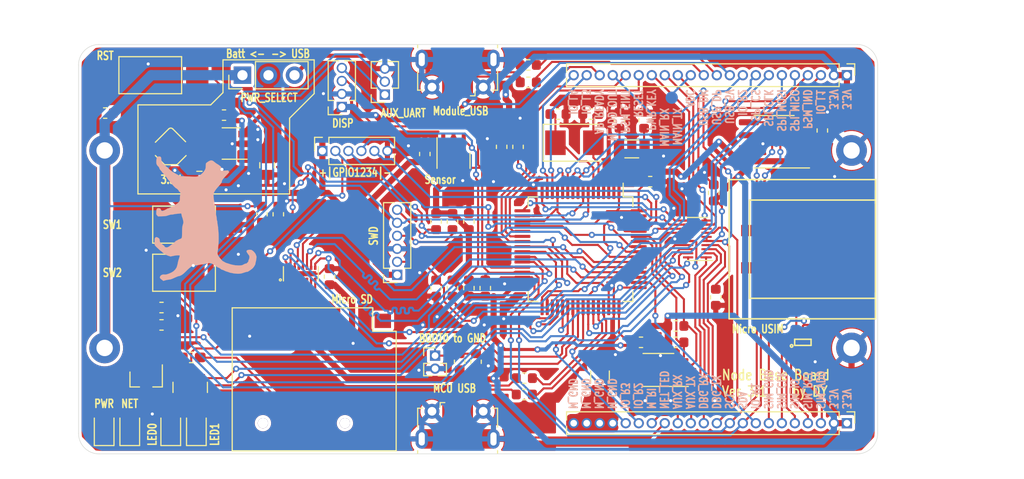
<source format=kicad_pcb>
(kicad_pcb (version 20190905) (host pcbnew "5.99.0-unknown-df3fabf~86~ubuntu18.04.1")
  (layers (0 "F.Cu" signal) (31 "B.Cu" signal) (34 "B.Paste" user) (35 "F.Paste" user) (36 "B.SilkS" user) (37 "F.SilkS" user) (38 "B.Mask" user) (39 "F.Mask" user) (44 "Edge.Cuts" user))
  (net 0 "")
  (net 1 "GND")
  (net 2 "/nRESET")
  (net 3 "Net-(C2-Pad1)")
  (net 4 "Net-(C3-Pad1)")
  (net 5 "Net-(C4-Pad1)")
  (net 6 "Net-(C5-Pad1)")
  (net 7 "Net-(C6-Pad2)")
  (net 8 "/V_IN")
  (net 9 "+3V3")
  (net 10 "Net-(D2-Pad2)")
  (net 11 "Net-(D3-Pad2)")
  (net 12 "Net-(D4-Pad2)")
  (net 13 "/SIM_RST")
  (net 14 "/SIM_VCC")
  (net 15 "/SIM_CLK")
  (net 16 "/SIM_IO")
  (net 17 "Net-(J5-Pad3)")
  (net 18 "+5V")
  (net 19 "Net-(J5-Pad2)")
  (net 20 "/SWO")
  (net 21 "/SWD_IO")
  (net 22 "/SWD_CLK")
  (net 23 "/V_BATT")
  (net 24 "/M_GND")
  (net 25 "Net-(L1-Pad1)")
  (net 26 "/VBAT_ADC")
  (net 27 "VSSA")
  (net 28 "/LED0")
  (net 29 "/LED1")
  (net 30 "/SWITCH_1")
  (net 31 "/SWITCH_2")
  (net 32 "/M_VDD_OUT")
  (net 33 "Net-(D1-Pad1)")
  (net 34 "/SIM_GND")
  (net 35 "/I2C2_SDA")
  (net 36 "/I2C2_SCL")
  (net 37 "/GPIO_4")
  (net 38 "/GPIO_3")
  (net 39 "/GPIO_2")
  (net 40 "/GPIO_1")
  (net 41 "/M_AUX_UART_Rx_H")
  (net 42 "/M_AUX_UART_Tx_H")
  (net 43 "Net-(J10-Pad3)")
  (net 44 "Net-(J10-Pad2)")
  (net 45 "/GPIO_L4")
  (net 46 "/GPIO_L3")
  (net 47 "/M_AP_READY")
  (net 48 "/PSM_EINT")
  (net 49 "/M_RESET")
  (net 50 "/M_PWRKEY")
  (net 51 "/M_MAIN_UART_Rx")
  (net 52 "/M_MAIN_UART_Tx")
  (net 53 "/M_ADC")
  (net 54 "/M_USB_DM")
  (net 55 "/M_USB_DP")
  (net 56 "/GPIO_L2")
  (net 57 "/M_SPI_CS-I2S_CS")
  (net 58 "/M_SPI_CLK-I2S_CLK")
  (net 59 "/M_SPI_MOSI-I2S_WA")
  (net 60 "/M_SPI_MISO-I2S_RXD")
  (net 61 "/PSM_IND")
  (net 62 "/GPIO_L1")
  (net 63 "/GPIO_R3")
  (net 64 "/GPIO_R2")
  (net 65 "/M_RI")
  (net 66 "/M_NET_LED")
  (net 67 "/M_AUX_UART_Rx")
  (net 68 "/M_AUX_UART_Tx")
  (net 69 "/M_DBG_UART_Rx")
  (net 70 "/M_DBG_UART_TX")
  (net 71 "/GPIO_R1")
  (net 72 "Net-(Q1-Pad1)")
  (net 73 "/MCU_USB_DP")
  (net 74 "/MCU_USB_DM")
  (net 75 "/SDIO_DATA1")
  (net 76 "/SDIO_DATA0")
  (net 77 "/SDIO_CLK")
  (net 78 "/SDIO_CMD")
  (net 79 "/SDIO_DATA3")
  (net 80 "/SDIO_DATA2")
  (net 81 "/Current_SDA")
  (net 82 "/Current_SCL")
  (net 83 "/M_DBG_UART_TX_H")
  (net 84 "/M_DBG_UART_Rx_H")
  (net 85 "/M_RI_H")
  (net 86 "/M_PWRKEY_H")
  (net 87 "/M_MAIN_UART_Tx_H")
  (net 88 "/M_MAIN_UART_Rx_H")
  (net 89 "Net-(D1-Pad2)")
  (net 90 "Net-(J1-Pad6)")
  (net 91 "Net-(J5-Pad4)")
  (net 92 "Net-(J10-Pad4)")
  (net 93 "Net-(U1-Pad1)")
  (net 94 "Net-(U2-Pad2)")
  (net 95 "Net-(U5-Pad3)")
  (net 96 "Net-(U6-Pad4)")
  (net 97 "Net-(U6-Pad3)")
  (net 98 "Net-(R14-Pad2)")
  (net 99 "Net-(U8-Pad13)")
  (net 100 "Net-(U8-Pad5)")
  (net 101 "Net-(U8-Pad4)")
  (net 102 "/SD_DATA1")
  (net 103 "/SD_DATA0")
  (net 104 "/SD_CLK")
  (net 105 "/SD_CMD")
  (net 106 "/SD_DATA3")
  (net 107 "/SD_DATA2")
  (module "LTD_Customized:UDFN-16_3.3x1.35mm_0.4Pitch" (layer "F.Cu") (at 102.7 92.4)
    (fp_text reference "U8" hide)
    (fp_text value "CM1624")
    (pad "16" smd rect (at -1.4 -0.575) (size 0.25 0.4) (layers "F.Cu" "F.Paste" "F.Mask") (net 75 "/SDIO_DATA1"))
    (pad "15" smd rect (at -1 -0.575) (size 0.25 0.4) (layers "F.Cu" "F.Paste" "F.Mask") (net 76 "/SDIO_DATA0"))
    (pad "14" smd rect (at -0.6 -0.575) (size 0.25 0.4) (layers "F.Cu" "F.Paste" "F.Mask") (net 77 "/SDIO_CLK"))
    (pad "13" smd rect (at -0.2 -0.575) (size 0.25 0.4) (layers "F.Cu" "F.Paste" "F.Mask") (net 99 "Net-(U8-Pad13)") (clearance 0.1))
    (pad "12" smd rect (at 0.2 -0.575) (size 0.25 0.4) (layers "F.Cu" "F.Paste" "F.Mask") (net 9 "+3V3") (clearance 0.1))
    (pad "11" smd rect (at 0.6 -0.575) (size 0.25 0.4) (layers "F.Cu" "F.Paste" "F.Mask") (net 78 "/SDIO_CMD"))
    (pad "10" smd rect (at 1 -0.575) (size 0.25 0.4) (layers "F.Cu" "F.Paste" "F.Mask") (net 79 "/SDIO_DATA3"))
    (pad "9" smd rect (at 1.4 -0.575) (size 0.25 0.4) (layers "F.Cu" "F.Paste" "F.Mask") (net 80 "/SDIO_DATA2"))
    (pad "8" smd rect (at 1.4 0.575) (size 0.25 0.4) (layers "F.Cu" "F.Paste" "F.Mask") (net 107 "/SD_DATA2"))
    (pad "7" smd rect (at 1 0.575) (size 0.25 0.4) (layers "F.Cu" "F.Paste" "F.Mask") (net 106 "/SD_DATA3"))
    (pad "6" smd rect (at 0.6 0.575) (size 0.25 0.4) (layers "F.Cu" "F.Paste" "F.Mask") (net 105 "/SD_CMD"))
    (pad "5" smd rect (at 0.2 0.575) (size 0.25 0.4) (layers "F.Cu" "F.Paste" "F.Mask") (net 100 "Net-(U8-Pad5)") (clearance 0.1))
    (pad "4" smd rect (at -0.2 0.575) (size 0.25 0.4) (layers "F.Cu" "F.Paste" "F.Mask") (net 101 "Net-(U8-Pad4)") (clearance 0.1))
    (pad "3" smd rect (at -0.6 0.575) (size 0.25 0.4) (layers "F.Cu" "F.Paste" "F.Mask") (net 104 "/SD_CLK"))
    (pad "2" smd rect (at -1 0.575) (size 0.25 0.4) (layers "F.Cu" "F.Paste" "F.Mask") (net 103 "/SD_DATA0"))
    (pad "1" smd rect (at -1.4 0.575) (size 0.25 0.4) (layers "F.Cu" "F.Paste" "F.Mask") (net 102 "/SD_DATA1"))
    (pad "17" smd rect (at 0 0) (size 3 0.5) (layers "F.Cu" "F.Paste" "F.Mask") (net 1 "GND"))
  )
  (module "LTD_Customized:test_pad" (layer "F.Cu") (at 88.1 83.2)
    (fp_text reference "REF**" hide)
    (fp_text value "test_pad")
    (pad "1" smd circle (at 0 0) (size 1.2 1.2) (layers "F.Cu" "F.Paste" "F.Mask") (net 9 "+3V3"))
  )
  (module "LTD_Customized:test_pad" (layer "F.Cu") (at 91.5 77.7)
    (fp_text reference "REF**" hide)
    (fp_text value "SW")
    (pad "1" smd circle (at 0 0) (size 1.2 1.2) (layers "F.Cu" "F.Paste" "F.Mask") (net 25 "Net-(L1-Pad1)"))
  )
  (module "Resistor_SMD:R_0603_1608Metric" (layer "F.Cu") (at 95.2 76.9 180)
    (fp_text reference "R14" hide)
    (fp_text value "0")
    (pad "2" smd roundrect (at 0.7875 0 180) (size 0.875 0.95) (layers "F.Cu" "F.Paste" "F.Mask") (net 98 "Net-(R14-Pad2)"))
    (pad "1" smd roundrect (at -0.7875 0 180) (size 0.875 0.95) (layers "F.Cu" "F.Paste" "F.Mask") (net 9 "+3V3"))
  )
  (module "LTD_Customized:L_Sumida_CDRH2D14_3.2x3.2x1.55mm" (layer "F.Cu") (at 90 80.2 180)
    (fp_text reference "L1" hide)
    (fp_text value "2.2uH")
    (pad "1" smd rect (at -1.5 0 180) (size 1.3 1.3) (layers "F.Cu" "F.Paste" "F.Mask") (net 25 "Net-(L1-Pad1)"))
    (pad "2" smd rect (at 1.5 0 180) (size 1.3 1.3) (layers "F.Cu" "F.Paste" "F.Mask") (net 9 "+3V3"))
  )
  (module "Capacitor_SMD:C_0805_2012Metric" (layer "F.Cu") (at 92.8 83.1)
    (fp_text reference "C9" hide)
    (fp_text value "10uF")
    (pad "2" smd roundrect (at 0.9375 0) (size 0.975 1.4) (layers "F.Cu" "F.Paste" "F.Mask") (net 1 "GND"))
    (pad "1" smd roundrect (at -0.9375 0) (size 0.975 1.4) (layers "F.Cu" "F.Paste" "F.Mask") (net 9 "+3V3"))
  )
  (module "Capacitor_SMD:C_0805_2012Metric" (layer "F.Cu") (at 99.4 81.8 -90)
    (fp_text reference "C8" hide)
    (fp_text value "4.7uF")
    (pad "2" smd roundrect (at 0.9375 0 270) (size 0.975 1.4) (layers "F.Cu" "F.Paste" "F.Mask") (net 1 "GND"))
    (pad "1" smd roundrect (at -0.9375 0 270) (size 0.975 1.4) (layers "F.Cu" "F.Paste" "F.Mask") (net 8 "/V_IN"))
  )
  (module "LTD_Customized:Cat-Logo" (layer "B.Cu") (at 93.4 87 90)
    (fp_text reference "G***" hide)
    (fp_text value "LOGO" hide)
  )
  (module "Capacitor_SMD:C_0603_1608Metric" (layer "F.Cu") (at 105.5 92.6875 90)
    (fp_text reference "C20" hide)
    (fp_text value "100nF")
    (pad "2" smd roundrect (at 0.7875 0 90) (size 0.875 0.95) (layers "F.Cu" "F.Paste" "F.Mask") (net 1 "GND"))
    (pad "1" smd roundrect (at -0.7875 0 90) (size 0.875 0.95) (layers "F.Cu" "F.Paste" "F.Mask") (net 9 "+3V3"))
  )
  (module "Crystal:Crystal_SMD_5032-2Pin_5.0x3.2mm" (layer "F.Cu") (at 129.4 79.6)
    (fp_text reference "Y1" hide)
    (fp_text value "8MHz")
    (pad "2" smd rect (at 1.85 0) (size 2 2.4) (layers "F.Cu" "F.Paste" "F.Mask") (net 3 "Net-(C2-Pad1)"))
    (pad "1" smd rect (at -1.85 0) (size 2 2.4) (layers "F.Cu" "F.Paste" "F.Mask") (net 4 "Net-(C3-Pad1)"))
  )
  (module "LTD_Customized:18650_Battery_Holder_2x" (layer "F.Cu") (at 120 90)
    (fp_text reference "H1" hide)
    (fp_text value "Battery_Holder_2x")
    (pad "2" thru_hole circle (at 36.45 -9.648 180) (size 3 3) (drill 1.6) (layers *.Cu *.Mask) (net 1 "GND"))
    (pad "2" thru_hole circle (at 36.45 9.65 180) (size 3 3) (drill 1.6) (layers *.Cu *.Mask) (net 1 "GND"))
    (pad "1" thru_hole circle (at -36.45 9.65) (size 3 3) (drill 1.6) (layers *.Cu *.Mask) (net 23 "/V_BATT"))
    (pad "1" thru_hole circle (at -36.45 -9.65) (size 3 3) (drill 1.6) (layers *.Cu *.Mask) (net 23 "/V_BATT"))
  )
  (module "LED_SMD:LED_0805_2012Metric" (layer "F.Cu") (at 86 107.5 90)
    (fp_text reference "D1" hide)
    (fp_text value "LED")
    (pad "2" smd roundrect (at 0.9375 0 90) (size 0.975 1.4) (layers "F.Cu" "F.Paste" "F.Mask") (net 89 "Net-(D1-Pad2)"))
    (pad "1" smd roundrect (at -0.9375 0 90) (size 0.975 1.4) (layers "F.Cu" "F.Paste" "F.Mask") (net 33 "Net-(D1-Pad1)"))
  )
  (module "Connector_PinHeader_2.54mm:PinHeader_1x03_P2.54mm_Vertical" (layer "F.Cu") (at 97 73 90)
    (fp_text reference "J8" hide)
    (fp_text value "PWR_SELECT")
    (pad "3" thru_hole oval (at 0 5.08 90) (size 1.7 1.7) (drill 1) (layers *.Cu *.Mask) (net 18 "+5V"))
    (pad "2" thru_hole oval (at 0 2.54 90) (size 1.7 1.7) (drill 1) (layers *.Cu *.Mask) (net 8 "/V_IN"))
    (pad "1" thru_hole rect (at 0 0 90) (size 1.7 1.7) (drill 1) (layers *.Cu *.Mask) (net 23 "/V_BATT"))
  )
  (module "Connector_PinSocket_1.27mm:PinSocket_1x04_P1.27mm_Vertical" (layer "F.Cu") (at 106.7 76.1 180)
    (fp_text reference "J4" hide)
    (fp_text value "Display_Connector")
    (pad "4" thru_hole oval (at 0 3.81 180) (size 1 1) (drill 0.7) (layers *.Cu *.Mask) (net 35 "/I2C2_SDA"))
    (pad "3" thru_hole oval (at 0 2.54 180) (size 1 1) (drill 0.7) (layers *.Cu *.Mask) (net 36 "/I2C2_SCL"))
    (pad "2" thru_hole oval (at 0 1.27 180) (size 1 1) (drill 0.7) (layers *.Cu *.Mask) (net 1 "GND"))
    (pad "1" thru_hole rect (at 0 0 180) (size 1 1) (drill 0.7) (layers *.Cu *.Mask) (net 9 "+3V3"))
  )
  (module "Resistor_SMD:R_0603_1608Metric" (layer "F.Cu") (at 119.1 93.8 90)
    (fp_text reference "R16" hide)
    (fp_text value "4.7k")
    (pad "2" smd roundrect (at 0.7875 0 90) (size 0.875 0.95) (layers "F.Cu" "F.Paste" "F.Mask") (net 35 "/I2C2_SDA"))
    (pad "1" smd roundrect (at -0.7875 0 90) (size 0.875 0.95) (layers "F.Cu" "F.Paste" "F.Mask") (net 9 "+3V3"))
  )
  (module "Resistor_SMD:R_0603_1608Metric" (layer "F.Cu") (at 120.7 93.8 90)
    (fp_text reference "R13" hide)
    (fp_text value "4.7k")
    (pad "2" smd roundrect (at 0.7875 0 90) (size 0.875 0.95) (layers "F.Cu" "F.Paste" "F.Mask") (net 36 "/I2C2_SCL"))
    (pad "1" smd roundrect (at -0.7875 0 90) (size 0.875 0.95) (layers "F.Cu" "F.Paste" "F.Mask") (net 9 "+3V3"))
  )
  (module "Resistor_SMD:R_0603_1608Metric" (layer "F.Cu") (at 139.3 97.5)
    (fp_text reference "R11" hide)
    (fp_text value "4.7k")
    (pad "2" smd roundrect (at 0.7875 0) (size 0.875 0.95) (layers "F.Cu" "F.Paste" "F.Mask") (net 81 "/Current_SDA"))
    (pad "1" smd roundrect (at -0.7875 0) (size 0.875 0.95) (layers "F.Cu" "F.Paste" "F.Mask") (net 9 "+3V3"))
  )
  (module "Resistor_SMD:R_0603_1608Metric" (layer "F.Cu") (at 139.3 99.1)
    (fp_text reference "R3" hide)
    (fp_text value "4.7k")
    (pad "2" smd roundrect (at 0.7875 0) (size 0.875 0.95) (layers "F.Cu" "F.Paste" "F.Mask") (net 82 "/Current_SCL"))
    (pad "1" smd roundrect (at -0.7875 0) (size 0.875 0.95) (layers "F.Cu" "F.Paste" "F.Mask") (net 9 "+3V3"))
  )
  (module "Resistor_SMD:R_Array_Convex_4x0603" (layer "F.Cu") (at 91.9 103.5 -90)
    (fp_text reference "RN4" hide)
    (fp_text value "2.2k")
    (pad "5" smd rect (at 0.9 1.2 270) (size 0.8 0.5) (layers "F.Cu" "F.Paste" "F.Mask") (net 12 "Net-(D4-Pad2)"))
    (pad "6" smd rect (at 0.9 0.4 270) (size 0.8 0.4) (layers "F.Cu" "F.Paste" "F.Mask") (net 89 "Net-(D1-Pad2)"))
    (pad "8" smd rect (at 0.9 -1.2 270) (size 0.8 0.5) (layers "F.Cu" "F.Paste" "F.Mask") (net 10 "Net-(D2-Pad2)"))
    (pad "7" smd rect (at 0.9 -0.4 270) (size 0.8 0.4) (layers "F.Cu" "F.Paste" "F.Mask") (net 11 "Net-(D3-Pad2)"))
    (pad "4" smd rect (at -0.9 1.2 270) (size 0.8 0.5) (layers "F.Cu" "F.Paste" "F.Mask") (net 9 "+3V3"))
    (pad "2" smd rect (at -0.9 -0.4 270) (size 0.8 0.4) (layers "F.Cu" "F.Paste" "F.Mask") (net 29 "/LED1"))
    (pad "3" smd rect (at -0.9 0.4 270) (size 0.8 0.4) (layers "F.Cu" "F.Paste" "F.Mask") (net 9 "+3V3"))
    (pad "1" smd rect (at -0.9 -1.2 270) (size 0.8 0.5) (layers "F.Cu" "F.Paste" "F.Mask") (net 28 "/LED0"))
  )
  (module "Package_SON:USON-20_2x4mm_P0.4mm" (layer "F.Cu") (at 141.4 89 180)
    (fp_text reference "U7" hide)
    (fp_text value "TXB0108DQSR")
    (pad "20" smd rect (at 0.9 -1.8 90) (size 0.2 1) (layers "F.Cu" "F.Paste" "F.Mask") (net 85 "/M_RI_H"))
    (pad "19" smd rect (at 0.9 -1.4 90) (size 0.2 1) (layers "F.Cu" "F.Paste" "F.Mask") (net 41 "/M_AUX_UART_Rx_H"))
    (pad "18" smd rect (at 0.9 -1 90) (size 0.2 1) (layers "F.Cu" "F.Paste" "F.Mask") (net 42 "/M_AUX_UART_Tx_H"))
    (pad "17" smd rect (at 0.9 -0.6 90) (size 0.2 1) (layers "F.Cu" "F.Paste" "F.Mask") (net 84 "/M_DBG_UART_Rx_H"))
    (pad "16" smd rect (at 0.9 -0.2 90) (size 0.2 1) (layers "F.Cu" "F.Paste" "F.Mask") (net 9 "+3V3"))
    (pad "15" smd rect (at 0.9 0.2 90) (size 0.2 1) (layers "F.Cu" "F.Paste" "F.Mask") (net 1 "GND"))
    (pad "14" smd rect (at 0.9 0.6 90) (size 0.2 1) (layers "F.Cu" "F.Paste" "F.Mask") (net 83 "/M_DBG_UART_TX_H"))
    (pad "13" smd rect (at 0.9 1 90) (size 0.2 1) (layers "F.Cu" "F.Paste" "F.Mask") (net 86 "/M_PWRKEY_H"))
    (pad "12" smd rect (at 0.9 1.4 90) (size 0.2 1) (layers "F.Cu" "F.Paste" "F.Mask") (net 88 "/M_MAIN_UART_Rx_H"))
    (pad "11" smd rect (at 0.9 1.8 90) (size 0.2 1) (layers "F.Cu" "F.Paste" "F.Mask") (net 87 "/M_MAIN_UART_Tx_H"))
    (pad "10" smd rect (at -0.9 1.8 90) (size 0.2 1) (layers "F.Cu" "F.Paste" "F.Mask") (net 52 "/M_MAIN_UART_Tx"))
    (pad "9" smd rect (at -0.9 1.4 90) (size 0.2 1) (layers "F.Cu" "F.Paste" "F.Mask") (net 51 "/M_MAIN_UART_Rx"))
    (pad "8" smd rect (at -0.9 1 90) (size 0.2 1) (layers "F.Cu" "F.Paste" "F.Mask") (net 50 "/M_PWRKEY"))
    (pad "7" smd rect (at -0.9 0.6 90) (size 0.2 1) (layers "F.Cu" "F.Paste" "F.Mask") (net 70 "/M_DBG_UART_TX"))
    (pad "6" smd rect (at -0.9 0.2 90) (size 0.2 1) (layers "F.Cu" "F.Paste" "F.Mask") (net 32 "/M_VDD_OUT"))
    (pad "5" smd rect (at -0.9 -0.2 90) (size 0.2 1) (layers "F.Cu" "F.Paste" "F.Mask") (net 32 "/M_VDD_OUT"))
    (pad "4" smd rect (at -0.9 -0.6 90) (size 0.2 1) (layers "F.Cu" "F.Paste" "F.Mask") (net 69 "/M_DBG_UART_Rx"))
    (pad "3" smd rect (at -0.9 -1 90) (size 0.2 1) (layers "F.Cu" "F.Paste" "F.Mask") (net 68 "/M_AUX_UART_Tx"))
    (pad "2" smd rect (at -0.9 -1.4 90) (size 0.2 1) (layers "F.Cu" "F.Paste" "F.Mask") (net 67 "/M_AUX_UART_Rx"))
    (pad "1" smd rect (at -0.85 -1.8 90) (size 0.2 1.1) (layers "F.Cu" "F.Paste" "F.Mask") (net 65 "/M_RI"))
  )
  (module "LTD_Customized:test_pad" (layer "B.Cu") (at 138.9 75.2)
    (fp_text reference "T1" hide)
    (fp_text value "M_ADC")
    (pad "1" smd circle (at 0 0) (size 1.2 1.2) (layers "B.Cu" "B.Paste" "B.Mask") (net 53 "/M_ADC"))
  )
  (module "Button_Switch_SMD:SW_SPST_FSMSM" (layer "F.Cu") (at 91.3 92.3 180)
    (fp_text reference "SW3" hide)
    (fp_text value "SW_2")
    (pad "2" smd rect (at 4.59 0 180) (size 2.18 1.6) (layers "F.Cu" "F.Paste" "F.Mask") (net 31 "/SWITCH_2"))
    (pad "1" smd rect (at -4.59 0 180) (size 2.18 1.6) (layers "F.Cu" "F.Paste" "F.Mask") (net 1 "GND"))
  )
  (module "Resistor_SMD:R_0603_1608Metric_Pad1.05x0.95mm_HandSolder" (layer "F.Cu") (at 92 100.575)
    (fp_text reference "R22" hide)
    (fp_text value "2.2k")
    (pad "2" smd roundrect (at 0.875 0) (size 1.05 0.95) (layers "F.Cu" "F.Paste" "F.Mask") (net 66 "/M_NET_LED"))
    (pad "1" smd roundrect (at -0.875 0) (size 1.05 0.95) (layers "F.Cu" "F.Paste" "F.Mask") (net 72 "Net-(Q1-Pad1)"))
  )
  (module "Resistor_SMD:R_0603_1608Metric" (layer "F.Cu") (at 124.5125 102.6 180)
    (fp_text reference "R21" hide)
    (fp_text value "22")
    (pad "2" smd roundrect (at 0.7875 0 180) (size 0.875 0.95) (layers "F.Cu" "F.Paste" "F.Mask") (net 44 "Net-(J10-Pad2)"))
    (pad "1" smd roundrect (at -0.7875 0 180) (size 0.875 0.95) (layers "F.Cu" "F.Paste" "F.Mask") (net 74 "/MCU_USB_DM"))
  )
  (module "Resistor_SMD:R_0603_1608Metric" (layer "F.Cu") (at 124.5125 104.2 180)
    (fp_text reference "R20" hide)
    (fp_text value "22")
    (pad "2" smd roundrect (at 0.7875 0 180) (size 0.875 0.95) (layers "F.Cu" "F.Paste" "F.Mask") (net 43 "Net-(J10-Pad3)"))
    (pad "1" smd roundrect (at -0.7875 0 180) (size 0.875 0.95) (layers "F.Cu" "F.Paste" "F.Mask") (net 73 "/MCU_USB_DP"))
  )
  (module "Resistor_SMD:R_0603_1608Metric" (layer "F.Cu") (at 124.9 73.7 180)
    (fp_text reference "R10" hide)
    (fp_text value "22")
    (pad "2" smd roundrect (at 0.7875 0 180) (size 0.875 0.95) (layers "F.Cu" "F.Paste" "F.Mask") (net 19 "Net-(J5-Pad2)"))
    (pad "1" smd roundrect (at -0.7875 0 180) (size 0.875 0.95) (layers "F.Cu" "F.Paste" "F.Mask") (net 54 "/M_USB_DM"))
  )
  (module "Resistor_SMD:R_0603_1608Metric" (layer "F.Cu") (at 124.9 72 180)
    (fp_text reference "R9" hide)
    (fp_text value "22")
    (pad "2" smd roundrect (at 0.7875 0 180) (size 0.875 0.95) (layers "F.Cu" "F.Paste" "F.Mask") (net 17 "Net-(J5-Pad3)"))
    (pad "1" smd roundrect (at -0.7875 0 180) (size 0.875 0.95) (layers "F.Cu" "F.Paste" "F.Mask") (net 55 "/M_USB_DP"))
  )
  (module "Resistor_SMD:R_0603_1608Metric" (layer "F.Cu") (at 115.9 93.8 -90)
    (fp_text reference "R8" hide)
    (fp_text value "10k")
    (pad "2" smd roundrect (at 0.7875 0 270) (size 0.875 0.95) (layers "F.Cu" "F.Paste" "F.Mask") (net 1 "GND"))
    (pad "1" smd roundrect (at -0.7875 0 270) (size 0.875 0.95) (layers "F.Cu" "F.Paste" "F.Mask") (net 22 "/SWD_CLK"))
  )
  (module "Resistor_SMD:R_0603_1608Metric" (layer "F.Cu") (at 117.5 87.3 -90)
    (fp_text reference "R7" hide)
    (fp_text value "10k")
    (pad "2" smd roundrect (at 0.7875 0 270) (size 0.875 0.95) (layers "F.Cu" "F.Paste" "F.Mask") (net 21 "/SWD_IO"))
    (pad "1" smd roundrect (at -0.7875 0 270) (size 0.875 0.95) (layers "F.Cu" "F.Paste" "F.Mask") (net 9 "+3V3"))
  )
  (module "Resistor_SMD:R_0603_1608Metric" (layer "F.Cu") (at 115.9 87.3 -90)
    (fp_text reference "R6" hide)
    (fp_text value "10k")
    (pad "2" smd roundrect (at 0.7875 0 270) (size 0.875 0.95) (layers "F.Cu" "F.Paste" "F.Mask") (net 20 "/SWO"))
    (pad "1" smd roundrect (at -0.7875 0 270) (size 0.875 0.95) (layers "F.Cu" "F.Paste" "F.Mask") (net 9 "+3V3"))
  )
  (module "Resistor_SMD:R_0603_1608Metric" (layer "F.Cu") (at 118.2 101 -90)
    (fp_text reference "R4" hide)
    (fp_text value "10k")
    (pad "2" smd roundrect (at 0.7875 0 270) (size 0.875 0.95) (layers "F.Cu" "F.Paste" "F.Mask") (net 9 "+3V3"))
    (pad "1" smd roundrect (at -0.7875 0 270) (size 0.875 0.95) (layers "F.Cu" "F.Paste" "F.Mask") (net 7 "Net-(C6-Pad2)"))
  )
  (module "Resistor_SMD:R_0603_1608Metric" (layer "F.Cu") (at 100.5 86.5875 90)
    (fp_text reference "R2" hide)
    (fp_text value "470k")
    (pad "2" smd roundrect (at 0.7875 0 90) (size 0.875 0.95) (layers "F.Cu" "F.Paste" "F.Mask") (net 1 "GND"))
    (pad "1" smd roundrect (at -0.7875 0 90) (size 0.875 0.95) (layers "F.Cu" "F.Paste" "F.Mask") (net 26 "/VBAT_ADC"))
  )
  (module "Resistor_SMD:R_0603_1608Metric" (layer "F.Cu") (at 98.9 86.5875 -90)
    (fp_text reference "R1" hide)
    (fp_text value "220k")
    (pad "2" smd roundrect (at 0.7875 0 270) (size 0.875 0.95) (layers "F.Cu" "F.Paste" "F.Mask") (net 26 "/VBAT_ADC"))
    (pad "1" smd roundrect (at -0.7875 0 270) (size 0.875 0.95) (layers "F.Cu" "F.Paste" "F.Mask") (net 23 "/V_BATT"))
  )
  (module "Package_TO_SOT_SMD:SOT-23" (layer "F.Cu") (at 87.6 102.7 -90)
    (fp_text reference "Q1" hide)
    (fp_text value "MMBT3904")
    (pad "3" smd rect (at 1 0 270) (size 0.9 0.8) (layers "F.Cu" "F.Paste" "F.Mask") (net 33 "Net-(D1-Pad1)"))
    (pad "2" smd rect (at -1 0.95 270) (size 0.9 0.8) (layers "F.Cu" "F.Paste" "F.Mask") (net 1 "GND"))
    (pad "1" smd rect (at -1 -0.95 270) (size 0.9 0.8) (layers "F.Cu" "F.Paste" "F.Mask") (net 72 "Net-(Q1-Pad1)"))
  )
  (module "Connector_USB:USB_Micro-B_Molex-105017-0001" (layer "F.Cu") (at 118 107.3)
    (fp_text reference "J10" hide)
    (fp_text value "USB_B_Micro")
    (pad "6" smd rect (at -2.9 1.2375) (size 1.2 1.9) (layers "F.Cu" "F.Mask") (net 1 "GND"))
    (pad "6" smd rect (at 2.9 1.2375) (size 1.2 1.9) (layers "F.Cu" "F.Mask") (net 1 "GND"))
    (pad "6" thru_hole oval (at 3.5 1.2375) (size 1.2 1.9) (drill oval 0.6 1.3) (layers *.Cu *.Mask) (net 1 "GND"))
    (pad "6" thru_hole oval (at -3.5 1.2375 180) (size 1.2 1.9) (drill oval 0.6 1.3) (layers *.Cu *.Mask) (net 1 "GND"))
    (pad "6" smd rect (at -1 1.2375) (size 1.5 1.9) (layers "F.Cu" "F.Paste" "F.Mask") (net 1 "GND"))
    (pad "6" thru_hole circle (at 2.5 -1.4625) (size 1.45 1.45) (drill 0.85) (layers *.Cu *.Mask) (net 1 "GND"))
    (pad "3" smd rect (at 0 -1.4625) (size 0.4 1.35) (layers "F.Cu" "F.Paste" "F.Mask") (net 43 "Net-(J10-Pad3)"))
    (pad "4" smd rect (at 0.65 -1.4625) (size 0.4 1.35) (layers "F.Cu" "F.Paste" "F.Mask") (net 92 "Net-(J10-Pad4)"))
    (pad "5" smd rect (at 1.3 -1.4625) (size 0.4 1.35) (layers "F.Cu" "F.Paste" "F.Mask") (net 1 "GND"))
    (pad "1" smd rect (at -1.3 -1.4625) (size 0.4 1.35) (layers "F.Cu" "F.Paste" "F.Mask") (net 18 "+5V"))
    (pad "2" smd rect (at -0.65 -1.4625) (size 0.4 1.35) (layers "F.Cu" "F.Paste" "F.Mask") (net 44 "Net-(J10-Pad2)"))
    (pad "6" thru_hole circle (at -2.5 -1.4625) (size 1.45 1.45) (drill 0.85) (layers *.Cu *.Mask) (net 1 "GND"))
    (pad "6" smd rect (at 1 1.2375) (size 1.5 1.9) (layers "F.Cu" "F.Paste" "F.Mask") (net 1 "GND"))
  )
  (module "Connector_PinSocket_1.27mm:PinSocket_1x03_P1.27mm_Vertical" (layer "F.Cu") (at 110.9 74.9 180)
    (fp_text reference "J9" hide)
    (fp_text value "AUX_UART")
    (pad "3" thru_hole oval (at 0 2.54 180) (size 1 1) (drill 0.7) (layers *.Cu *.Mask) (net 1 "GND"))
    (pad "2" thru_hole oval (at 0 1.27 180) (size 1 1) (drill 0.7) (layers *.Cu *.Mask) (net 41 "/M_AUX_UART_Rx_H"))
    (pad "1" thru_hole rect (at 0 0 180) (size 1 1) (drill 0.7) (layers *.Cu *.Mask) (net 42 "/M_AUX_UART_Tx_H"))
  )
  (module "Connector_PinSocket_1.27mm:PinSocket_1x06_P1.27mm_Vertical" (layer "F.Cu") (at 104.8 80.4 90)
    (fp_text reference "J7" hide)
    (fp_text value "GPIO_Out")
    (pad "6" thru_hole oval (at 0 6.35 90) (size 1 1) (drill 0.7) (layers *.Cu *.Mask) (net 1 "GND"))
    (pad "5" thru_hole oval (at 0 5.08 90) (size 1 1) (drill 0.7) (layers *.Cu *.Mask) (net 37 "/GPIO_4"))
    (pad "4" thru_hole oval (at 0 3.81 90) (size 1 1) (drill 0.7) (layers *.Cu *.Mask) (net 38 "/GPIO_3"))
    (pad "3" thru_hole oval (at 0 2.54 90) (size 1 1) (drill 0.7) (layers *.Cu *.Mask) (net 39 "/GPIO_2"))
    (pad "2" thru_hole oval (at 0 1.27 90) (size 1 1) (drill 0.7) (layers *.Cu *.Mask) (net 40 "/GPIO_1"))
    (pad "1" thru_hole rect (at 0 0 90) (size 1 1) (drill 0.7) (layers *.Cu *.Mask) (net 9 "+3V3"))
  )
  (module "Connector_PinSocket_1.27mm:PinSocket_1x06_P1.27mm_Vertical" (layer "F.Cu") (at 112.1 92.5 180)
    (fp_text reference "J6" hide)
    (fp_text value "SWD_Conn")
    (pad "6" thru_hole oval (at 0 6.35 180) (size 1 1) (drill 0.7) (layers *.Cu *.Mask) (net 20 "/SWO"))
    (pad "5" thru_hole oval (at 0 5.08 180) (size 1 1) (drill 0.7) (layers *.Cu *.Mask) (net 2 "/nRESET"))
    (pad "4" thru_hole oval (at 0 3.81 180) (size 1 1) (drill 0.7) (layers *.Cu *.Mask) (net 21 "/SWD_IO"))
    (pad "3" thru_hole oval (at 0 2.54 180) (size 1 1) (drill 0.7) (layers *.Cu *.Mask) (net 1 "GND"))
    (pad "2" thru_hole oval (at 0 1.27 180) (size 1 1) (drill 0.7) (layers *.Cu *.Mask) (net 22 "/SWD_CLK"))
    (pad "1" thru_hole rect (at 0 0 180) (size 1 1) (drill 0.7) (layers *.Cu *.Mask) (net 9 "+3V3"))
  )
  (module "LTD_Customized:TF_Card_Socket" (layer "F.Cu") (at 96 97)
    (fp_text reference "J3" hide)
    (fp_text value "Micro_SD_Card")
    (pad "9" smd rect (at 1.4 -0.5 180) (size 0.7 1.6) (layers "F.Cu" "F.Paste" "F.Mask") (net 40 "/GPIO_1"))
    (pad "8" smd rect (at 2.5 -0.5 180) (size 0.7 1.6) (layers "F.Cu" "F.Paste" "F.Mask") (net 102 "/SD_DATA1"))
    (pad "7" smd rect (at 3.6 -0.5 180) (size 0.7 1.6) (layers "F.Cu" "F.Paste" "F.Mask") (net 103 "/SD_DATA0"))
    (pad "6" smd rect (at 4.7 -0.5 180) (size 0.7 1.6) (layers "F.Cu" "F.Paste" "F.Mask") (net 1 "GND"))
    (pad "5" smd rect (at 5.8 -0.5 180) (size 0.7 1.6) (layers "F.Cu" "F.Paste" "F.Mask") (net 104 "/SD_CLK"))
    (pad "4" smd rect (at 6.9 -0.5 180) (size 0.7 1.6) (layers "F.Cu" "F.Paste" "F.Mask") (net 9 "+3V3"))
    (pad "3" smd rect (at 8 -0.5 180) (size 0.7 1.6) (layers "F.Cu" "F.Paste" "F.Mask") (net 105 "/SD_CMD"))
    (pad "2" smd rect (at 9.1 -0.5 180) (size 0.7 1.6) (layers "F.Cu" "F.Paste" "F.Mask") (net 106 "/SD_DATA3"))
    (pad "1" smd rect (at 10.2 -0.5 180) (size 0.7 1.6) (layers "F.Cu" "F.Paste" "F.Mask") (net 107 "/SD_DATA2"))
    (pad "10" smd rect (at 14.7 0 180) (size 1.6 1.4) (layers "F.Cu" "F.Paste" "F.Mask"))
    (pad "10" smd rect (at 0 9.6 180) (size 1.2 2.2) (layers "F.Cu" "F.Paste" "F.Mask"))
    (pad "10" smd rect (at 15.9 9.6 180) (size 1.2 2.2) (layers "F.Cu" "F.Paste" "F.Mask"))
    (pad "11" thru_hole circle (at 11 10 180) (size 1 1) (drill 1) (layers *.Cu *.Mask))
    (pad "11" thru_hole circle (at 3 10 180) (size 1 1) (drill 1) (layers *.Cu *.Mask))
    (pad "10" smd rect (at 0 0 180) (size 1.2 1.4) (layers "F.Cu" "F.Paste" "F.Mask"))
  )
  (module "LED_SMD:LED_0805_2012Metric" (layer "F.Cu") (at 83.5 107.5 90)
    (fp_text reference "D4" hide)
    (fp_text value "LED")
    (pad "2" smd roundrect (at 0.9375 0 90) (size 0.975 1.4) (layers "F.Cu" "F.Paste" "F.Mask") (net 12 "Net-(D4-Pad2)"))
    (pad "1" smd roundrect (at -0.9375 0 90) (size 0.975 1.4) (layers "F.Cu" "F.Paste" "F.Mask") (net 1 "GND"))
  )
  (module "LED_SMD:LED_0805_2012Metric" (layer "F.Cu") (at 90 107.5 90)
    (fp_text reference "D3" hide)
    (fp_text value "LED")
    (pad "2" smd roundrect (at 0.9375 0 90) (size 0.975 1.4) (layers "F.Cu" "F.Paste" "F.Mask") (net 11 "Net-(D3-Pad2)"))
    (pad "1" smd roundrect (at -0.9375 0 90) (size 0.975 1.4) (layers "F.Cu" "F.Paste" "F.Mask") (net 1 "GND"))
  )
  (module "LED_SMD:LED_0805_2012Metric" (layer "F.Cu") (at 92.5 107.5 90)
    (fp_text reference "D2" hide)
    (fp_text value "LED")
    (pad "2" smd roundrect (at 0.9375 0 90) (size 0.975 1.4) (layers "F.Cu" "F.Paste" "F.Mask") (net 10 "Net-(D2-Pad2)"))
    (pad "1" smd roundrect (at -0.9375 0 90) (size 0.975 1.4) (layers "F.Cu" "F.Paste" "F.Mask") (net 1 "GND"))
  )
  (module "Capacitor_SMD:C_0603_1608Metric" (layer "F.Cu") (at 143 84.5 -90)
    (fp_text reference "C19" hide)
    (fp_text value "100nF")
    (pad "2" smd roundrect (at 0.7875 0 270) (size 0.875 0.95) (layers "F.Cu" "F.Paste" "F.Mask") (net 9 "+3V3"))
    (pad "1" smd roundrect (at -0.7875 0 270) (size 0.875 0.95) (layers "F.Cu" "F.Paste" "F.Mask") (net 1 "GND"))
  )
  (module "Capacitor_SMD:C_0603_1608Metric" (layer "F.Cu") (at 143.2 94.7 -90)
    (fp_text reference "C18" hide)
    (fp_text value "100nF")
    (pad "2" smd roundrect (at 0.7875 0 270) (size 0.875 0.95) (layers "F.Cu" "F.Paste" "F.Mask") (net 1 "GND"))
    (pad "1" smd roundrect (at -0.7875 0 270) (size 0.875 0.95) (layers "F.Cu" "F.Paste" "F.Mask") (net 32 "/M_VDD_OUT"))
  )
  (module "Capacitor_SMD:C_0603_1608Metric" (layer "F.Cu") (at 153.6 78.4 -90)
    (fp_text reference "C17" hide)
    (fp_text value "10nF")
    (pad "2" smd roundrect (at 0.7875 0 270) (size 0.875 0.95) (layers "F.Cu" "F.Paste" "F.Mask") (net 9 "+3V3"))
    (pad "1" smd roundrect (at -0.7875 0 270) (size 0.875 0.95) (layers "F.Cu" "F.Paste" "F.Mask") (net 1 "GND"))
  )
  (module "Capacitor_SMD:C_0603_1608Metric" (layer "F.Cu") (at 135.9 99.1)
    (fp_text reference "C16" hide)
    (fp_text value "100nF")
    (pad "2" smd roundrect (at 0.7875 0) (size 0.875 0.95) (layers "F.Cu" "F.Paste" "F.Mask") (net 1 "GND"))
    (pad "1" smd roundrect (at -0.7875 0) (size 0.875 0.95) (layers "F.Cu" "F.Paste" "F.Mask") (net 9 "+3V3"))
  )
  (module "Capacitor_SMD:C_0603_1608Metric" (layer "F.Cu") (at 89.1 95.7)
    (fp_text reference "C15" hide)
    (fp_text value "10nF")
    (pad "2" smd roundrect (at 0.7875 0) (size 0.875 0.95) (layers "F.Cu" "F.Paste" "F.Mask") (net 1 "GND"))
    (pad "1" smd roundrect (at -0.7875 0) (size 0.875 0.95) (layers "F.Cu" "F.Paste" "F.Mask") (net 31 "/SWITCH_2"))
  )
  (module "Capacitor_SMD:C_0603_1608Metric" (layer "F.Cu") (at 89.1 97.4)
    (fp_text reference "C14" hide)
    (fp_text value "10nF")
    (pad "2" smd roundrect (at 0.7875 0) (size 0.875 0.95) (layers "F.Cu" "F.Paste" "F.Mask") (net 1 "GND"))
    (pad "1" smd roundrect (at -0.7875 0) (size 0.875 0.95) (layers "F.Cu" "F.Paste" "F.Mask") (net 30 "/SWITCH_1"))
  )
  (module "Capacitor_SMD:C_0603_1608Metric" (layer "F.Cu") (at 119.1 87.3 90)
    (fp_text reference "C13" hide)
    (fp_text value "100nF")
    (pad "2" smd roundrect (at 0.7875 0 90) (size 0.875 0.95) (layers "F.Cu" "F.Paste" "F.Mask") (net 1 "GND"))
    (pad "1" smd roundrect (at -0.7875 0 90) (size 0.875 0.95) (layers "F.Cu" "F.Paste" "F.Mask") (net 9 "+3V3"))
  )
  (module "Capacitor_SMD:C_0603_1608Metric" (layer "F.Cu") (at 114.8 80.7 90)
    (fp_text reference "C12" hide)
    (fp_text value "100nF")
    (pad "2" smd roundrect (at 0.7875 0 90) (size 0.875 0.95) (layers "F.Cu" "F.Paste" "F.Mask") (net 1 "GND"))
    (pad "1" smd roundrect (at -0.7875 0 90) (size 0.875 0.95) (layers "F.Cu" "F.Paste" "F.Mask") (net 9 "+3V3"))
  )
  (module "Capacitor_SMD:C_0603_1608Metric" (layer "F.Cu") (at 117.5 93.8 -90)
    (fp_text reference "C11" hide)
    (fp_text value "100nF")
    (pad "2" smd roundrect (at 0.7875 0 270) (size 0.875 0.95) (layers "F.Cu" "F.Paste" "F.Mask") (net 1 "GND"))
    (pad "1" smd roundrect (at -0.7875 0 270) (size 0.875 0.95) (layers "F.Cu" "F.Paste" "F.Mask") (net 9 "+3V3"))
  )
  (module "Capacitor_SMD:C_0603_1608Metric" (layer "F.Cu") (at 136.8 83.4)
    (fp_text reference "C10" hide)
    (fp_text value "100nF")
    (pad "2" smd roundrect (at 0.7875 0) (size 0.875 0.95) (layers "F.Cu" "F.Paste" "F.Mask") (net 1 "GND"))
    (pad "1" smd roundrect (at -0.7875 0) (size 0.875 0.95) (layers "F.Cu" "F.Paste" "F.Mask") (net 9 "+3V3"))
  )
  (module "Capacitor_SMD:C_0603_1608Metric" (layer "F.Cu") (at 123.9 80 -90)
    (fp_text reference "C7" hide)
    (fp_text value "10nF")
    (pad "2" smd roundrect (at 0.7875 0 270) (size 0.875 0.95) (layers "F.Cu" "F.Paste" "F.Mask") (net 27 "VSSA"))
    (pad "1" smd roundrect (at -0.7875 0 270) (size 0.875 0.95) (layers "F.Cu" "F.Paste" "F.Mask") (net 9 "+3V3"))
  )
  (module "Capacitor_SMD:C_0603_1608Metric" (layer "F.Cu") (at 119.8 101 90)
    (fp_text reference "C6" hide)
    (fp_text value "10nF")
    (pad "2" smd roundrect (at 0.7875 0 90) (size 0.875 0.95) (layers "F.Cu" "F.Paste" "F.Mask") (net 7 "Net-(C6-Pad2)"))
    (pad "1" smd roundrect (at -0.7875 0 90) (size 0.875 0.95) (layers "F.Cu" "F.Paste" "F.Mask") (net 1 "GND"))
  )
  (module "Capacitor_SMD:C_0603_1608Metric" (layer "F.Cu") (at 133.8 77.4 90)
    (fp_text reference "C5" hide)
    (fp_text value "10pF")
    (pad "2" smd roundrect (at 0.7875 0 90) (size 0.875 0.95) (layers "F.Cu" "F.Paste" "F.Mask") (net 1 "GND"))
    (pad "1" smd roundrect (at -0.7875 0 90) (size 0.875 0.95) (layers "F.Cu" "F.Paste" "F.Mask") (net 6 "Net-(C5-Pad1)"))
  )
  (module "Capacitor_SMD:C_0603_1608Metric" (layer "F.Cu") (at 136.2 77.4 90)
    (fp_text reference "C4" hide)
    (fp_text value "10pF")
    (pad "2" smd roundrect (at 0.7875 0 90) (size 0.875 0.95) (layers "F.Cu" "F.Paste" "F.Mask") (net 1 "GND"))
    (pad "1" smd roundrect (at -0.7875 0 90) (size 0.875 0.95) (layers "F.Cu" "F.Paste" "F.Mask") (net 5 "Net-(C4-Pad1)"))
  )
  (module "Capacitor_SMD:C_0603_1608Metric" (layer "F.Cu") (at 127.8 76.8)
    (fp_text reference "C3" hide)
    (fp_text value "10pF")
    (pad "2" smd roundrect (at 0.7875 0) (size 0.875 0.95) (layers "F.Cu" "F.Paste" "F.Mask") (net 1 "GND"))
    (pad "1" smd roundrect (at -0.7875 0) (size 0.875 0.95) (layers "F.Cu" "F.Paste" "F.Mask") (net 4 "Net-(C3-Pad1)"))
  )
  (module "Capacitor_SMD:C_0603_1608Metric" (layer "F.Cu") (at 131 76.8 180)
    (fp_text reference "C2" hide)
    (fp_text value "10pF")
    (pad "2" smd roundrect (at 0.7875 0 180) (size 0.875 0.95) (layers "F.Cu" "F.Paste" "F.Mask") (net 1 "GND"))
    (pad "1" smd roundrect (at -0.7875 0 180) (size 0.875 0.95) (layers "F.Cu" "F.Paste" "F.Mask") (net 3 "Net-(C2-Pad1)"))
  )
  (module "Capacitor_SMD:C_0603_1608Metric" (layer "F.Cu") (at 83.6 76.7 180)
    (fp_text reference "C1" hide)
    (fp_text value "10nF")
    (pad "2" smd roundrect (at 0.7875 0 180) (size 0.875 0.95) (layers "F.Cu" "F.Paste" "F.Mask") (net 1 "GND"))
    (pad "1" smd roundrect (at -0.7875 0 180) (size 0.875 0.95) (layers "F.Cu" "F.Paste" "F.Mask") (net 2 "/nRESET"))
  )
  (module "Crystal:Crystal_SMD_3215-2Pin_3.2x1.5mm" (layer "F.Cu") (at 135 80.2 180)
    (fp_text reference "Y2" hide)
    (fp_text value "32.768kHz")
    (pad "2" smd rect (at -1.25 0 180) (size 1 1.8) (layers "F.Cu" "F.Paste" "F.Mask") (net 5 "Net-(C4-Pad1)"))
    (pad "1" smd rect (at 1.25 0 180) (size 1 1.8) (layers "F.Cu" "F.Paste" "F.Mask") (net 6 "Net-(C5-Pad1)"))
  )
  (module "Package_DFN_QFN:DFN-6-1EP_3x3mm_P1mm_EP1.5x2.4mm" (layer "F.Cu") (at 117.6 80.6 -90)
    (fp_text reference "U6" hide)
    (fp_text value "Si7021-A20")
    (pad "6" smd roundrect (at 1.45 -1 270) (size 0.8 0.4) (layers "F.Cu" "F.Paste" "F.Mask") (net 36 "/I2C2_SCL"))
    (pad "5" smd roundrect (at 1.45 0 270) (size 0.8 0.4) (layers "F.Cu" "F.Paste" "F.Mask") (net 9 "+3V3"))
    (pad "4" smd roundrect (at 1.45 1 270) (size 0.8 0.4) (layers "F.Cu" "F.Paste" "F.Mask") (net 96 "Net-(U6-Pad4)"))
    (pad "3" smd roundrect (at -1.45 1 270) (size 0.8 0.4) (layers "F.Cu" "F.Paste" "F.Mask") (net 97 "Net-(U6-Pad3)"))
    (pad "2" smd roundrect (at -1.45 0 270) (size 0.8 0.4) (layers "F.Cu" "F.Paste" "F.Mask") (net 1 "GND"))
    (pad "1" smd roundrect (at -1.45 -1 270) (size 0.8 0.4) (layers "F.Cu" "F.Paste" "F.Mask") (net 35 "/I2C2_SDA"))
    (pad "7" smd roundrect (at 0 0 270) (size 1.5 2.4) (layers "F.Cu" "F.Mask") (roundrect_rratio 0.166667) (net 1 "GND"))
  )
  (module "Package_SO:VSSOP-10_3x3mm_P0.5mm" (layer "F.Cu") (at 137.6 101.8 180)
    (fp_text reference "U5" hide)
    (fp_text value "INA226")
    (pad "1" smd roundrect (at -2.2 -1 180) (size 1.45 0.3) (layers "F.Cu" "F.Paste" "F.Mask") (net 1 "GND"))
    (pad "2" smd roundrect (at -2.2 -0.5 180) (size 1.45 0.3) (layers "F.Cu" "F.Paste" "F.Mask") (net 1 "GND"))
    (pad "3" smd roundrect (at -2.2 0 180) (size 1.45 0.3) (layers "F.Cu" "F.Paste" "F.Mask") (net 95 "Net-(U5-Pad3)"))
    (pad "4" smd roundrect (at -2.2 0.5 180) (size 1.45 0.3) (layers "F.Cu" "F.Paste" "F.Mask") (net 81 "/Current_SDA"))
    (pad "5" smd roundrect (at -2.2 1 180) (size 1.45 0.3) (layers "F.Cu" "F.Paste" "F.Mask") (net 82 "/Current_SCL"))
    (pad "6" smd roundrect (at 2.2 1 180) (size 1.45 0.3) (layers "F.Cu" "F.Paste" "F.Mask") (net 9 "+3V3"))
    (pad "7" smd roundrect (at 2.2 0.5 180) (size 1.45 0.3) (layers "F.Cu" "F.Paste" "F.Mask") (net 1 "GND"))
    (pad "8" smd roundrect (at 2.2 0 180) (size 1.45 0.3) (layers "F.Cu" "F.Paste" "F.Mask") (net 9 "+3V3"))
    (pad "9" smd roundrect (at 2.2 -0.5 180) (size 1.45 0.3) (layers "F.Cu" "F.Paste" "F.Mask") (net 1 "GND"))
    (pad "10" smd roundrect (at 2.2 -1 180) (size 1.45 0.3) (layers "F.Cu" "F.Paste" "F.Mask") (net 24 "/M_GND"))
  )
  (module "Package_TO_SOT_SMD:TSOT-23-5" (layer "F.Cu") (at 95.9 79.7 180)
    (fp_text reference "U4" hide)
    (fp_text value "LM3671MF-3.3")
    (pad "5" smd rect (at 1.31 -0.95 180) (size 1.22 0.65) (layers "F.Cu" "F.Paste" "F.Mask") (net 25 "Net-(L1-Pad1)"))
    (pad "4" smd rect (at 1.31 0.95 180) (size 1.22 0.65) (layers "F.Cu" "F.Paste" "F.Mask") (net 98 "Net-(R14-Pad2)"))
    (pad "3" smd rect (at -1.31 0.95 180) (size 1.22 0.65) (layers "F.Cu" "F.Paste" "F.Mask") (net 8 "/V_IN"))
    (pad "2" smd rect (at -1.31 0 180) (size 1.22 0.65) (layers "F.Cu" "F.Paste" "F.Mask") (net 1 "GND"))
    (pad "1" smd rect (at -1.31 -0.95 180) (size 1.22 0.65) (layers "F.Cu" "F.Paste" "F.Mask") (net 8 "/V_IN"))
  )
  (module "Package_SO:SOIC-8_3.9x4.9mm_P1.27mm" (layer "F.Cu") (at 148.9 79.5 180)
    (fp_text reference "U3" hide)
    (fp_text value "CAT24C128")
    (pad "8" smd roundrect (at 2.475 -1.905 180) (size 1.95 0.6) (layers "F.Cu" "F.Paste" "F.Mask") (net 9 "+3V3"))
    (pad "7" smd roundrect (at 2.475 -0.635 180) (size 1.95 0.6) (layers "F.Cu" "F.Paste" "F.Mask") (net 1 "GND"))
    (pad "6" smd roundrect (at 2.475 0.635 180) (size 1.95 0.6) (layers "F.Cu" "F.Paste" "F.Mask") (net 36 "/I2C2_SCL"))
    (pad "5" smd roundrect (at 2.475 1.905 180) (size 1.95 0.6) (layers "F.Cu" "F.Paste" "F.Mask") (net 35 "/I2C2_SDA"))
    (pad "4" smd roundrect (at -2.475 1.905 180) (size 1.95 0.6) (layers "F.Cu" "F.Paste" "F.Mask") (net 1 "GND"))
    (pad "3" smd roundrect (at -2.475 0.635 180) (size 1.95 0.6) (layers "F.Cu" "F.Paste" "F.Mask") (net 1 "GND"))
    (pad "2" smd roundrect (at -2.475 -0.635 180) (size 1.95 0.6) (layers "F.Cu" "F.Paste" "F.Mask") (net 1 "GND"))
    (pad "1" smd roundrect (at -2.475 -1.905 180) (size 1.95 0.6) (layers "F.Cu" "F.Paste" "F.Mask") (net 9 "+3V3"))
  )
  (module "Package_QFP:LQFP-64_10x10mm_P0.5mm" (layer "F.Cu") (at 130 90 -90)
    (fp_text reference "U2" hide)
    (fp_text value "STM32F103RETx")
    (pad "64" smd roundrect (at -3.75 -5.675 270) (size 0.3 1.55) (layers "F.Cu" "F.Paste" "F.Mask") (net 9 "+3V3"))
    (pad "63" smd roundrect (at -3.25 -5.675 270) (size 0.3 1.55) (layers "F.Cu" "F.Paste" "F.Mask") (net 1 "GND"))
    (pad "62" smd roundrect (at -2.75 -5.675 270) (size 0.3 1.55) (layers "F.Cu" "F.Paste" "F.Mask") (net 37 "/GPIO_4"))
    (pad "61" smd roundrect (at -2.25 -5.675 270) (size 0.3 1.55) (layers "F.Cu" "F.Paste" "F.Mask") (net 38 "/GPIO_3"))
    (pad "60" smd roundrect (at -1.75 -5.675 270) (size 0.3 1.55) (layers "F.Cu" "F.Paste" "F.Mask") (net 7 "Net-(C6-Pad2)"))
    (pad "59" smd roundrect (at -1.25 -5.675 270) (size 0.3 1.55) (layers "F.Cu" "F.Paste" "F.Mask") (net 81 "/Current_SDA"))
    (pad "58" smd roundrect (at -0.75 -5.675 270) (size 0.3 1.55) (layers "F.Cu" "F.Paste" "F.Mask") (net 82 "/Current_SCL"))
    (pad "57" smd roundrect (at -0.25 -5.675 270) (size 0.3 1.55) (layers "F.Cu" "F.Paste" "F.Mask") (net 39 "/GPIO_2"))
    (pad "56" smd roundrect (at 0.25 -5.675 270) (size 0.3 1.55) (layers "F.Cu" "F.Paste" "F.Mask") (net 40 "/GPIO_1"))
    (pad "55" smd roundrect (at 0.75 -5.675 270) (size 0.3 1.55) (layers "F.Cu" "F.Paste" "F.Mask") (net 20 "/SWO"))
    (pad "54" smd roundrect (at 1.25 -5.675 270) (size 0.3 1.55) (layers "F.Cu" "F.Paste" "F.Mask") (net 78 "/SDIO_CMD"))
    (pad "53" smd roundrect (at 1.75 -5.675 270) (size 0.3 1.55) (layers "F.Cu" "F.Paste" "F.Mask") (net 77 "/SDIO_CLK"))
    (pad "52" smd roundrect (at 2.25 -5.675 270) (size 0.3 1.55) (layers "F.Cu" "F.Paste" "F.Mask") (net 79 "/SDIO_DATA3"))
    (pad "51" smd roundrect (at 2.75 -5.675 270) (size 0.3 1.55) (layers "F.Cu" "F.Paste" "F.Mask") (net 80 "/SDIO_DATA2"))
    (pad "50" smd roundrect (at 3.25 -5.675 270) (size 0.3 1.55) (layers "F.Cu" "F.Paste" "F.Mask") (net 71 "/GPIO_R1"))
    (pad "49" smd roundrect (at 3.75 -5.675 270) (size 0.3 1.55) (layers "F.Cu" "F.Paste" "F.Mask") (net 22 "/SWD_CLK"))
    (pad "48" smd roundrect (at 5.675 -3.75 270) (size 1.55 0.3) (layers "F.Cu" "F.Paste" "F.Mask") (net 9 "+3V3"))
    (pad "47" smd roundrect (at 5.675 -3.25 270) (size 1.55 0.3) (layers "F.Cu" "F.Paste" "F.Mask") (net 1 "GND"))
    (pad "46" smd roundrect (at 5.675 -2.75 270) (size 1.55 0.3) (layers "F.Cu" "F.Paste" "F.Mask") (net 21 "/SWD_IO"))
    (pad "45" smd roundrect (at 5.675 -2.25 270) (size 1.55 0.3) (layers "F.Cu" "F.Paste" "F.Mask") (net 73 "/MCU_USB_DP"))
    (pad "44" smd roundrect (at 5.675 -1.75 270) (size 1.55 0.3) (layers "F.Cu" "F.Paste" "F.Mask") (net 74 "/MCU_USB_DM"))
    (pad "43" smd roundrect (at 5.675 -1.25 270) (size 1.55 0.3) (layers "F.Cu" "F.Paste" "F.Mask") (net 83 "/M_DBG_UART_TX_H"))
    (pad "42" smd roundrect (at 5.675 -0.75 270) (size 1.55 0.3) (layers "F.Cu" "F.Paste" "F.Mask") (net 84 "/M_DBG_UART_Rx_H"))
    (pad "41" smd roundrect (at 5.675 -0.25 270) (size 1.55 0.3) (layers "F.Cu" "F.Paste" "F.Mask") (net 64 "/GPIO_R2"))
    (pad "40" smd roundrect (at 5.675 0.25 270) (size 1.55 0.3) (layers "F.Cu" "F.Paste" "F.Mask") (net 75 "/SDIO_DATA1"))
    (pad "39" smd roundrect (at 5.675 0.75 270) (size 1.55 0.3) (layers "F.Cu" "F.Paste" "F.Mask") (net 76 "/SDIO_DATA0"))
    (pad "38" smd roundrect (at 5.675 1.25 270) (size 1.55 0.3) (layers "F.Cu" "F.Paste" "F.Mask") (net 63 "/GPIO_R3"))
    (pad "37" smd roundrect (at 5.675 1.75 270) (size 1.55 0.3) (layers "F.Cu" "F.Paste" "F.Mask") (net 85 "/M_RI_H"))
    (pad "36" smd roundrect (at 5.675 2.25 270) (size 1.55 0.3) (layers "F.Cu" "F.Paste" "F.Mask") (net 59 "/M_SPI_MOSI-I2S_WA"))
    (pad "35" smd roundrect (at 5.675 2.75 270) (size 1.55 0.3) (layers "F.Cu" "F.Paste" "F.Mask") (net 60 "/M_SPI_MISO-I2S_RXD"))
    (pad "34" smd roundrect (at 5.675 3.25 270) (size 1.55 0.3) (layers "F.Cu" "F.Paste" "F.Mask") (net 58 "/M_SPI_CLK-I2S_CLK"))
    (pad "33" smd roundrect (at 5.675 3.75 270) (size 1.55 0.3) (layers "F.Cu" "F.Paste" "F.Mask") (net 57 "/M_SPI_CS-I2S_CS"))
    (pad "32" smd roundrect (at 3.75 5.675 270) (size 0.3 1.55) (layers "F.Cu" "F.Paste" "F.Mask") (net 9 "+3V3"))
    (pad "31" smd roundrect (at 3.25 5.675 270) (size 0.3 1.55) (layers "F.Cu" "F.Paste" "F.Mask") (net 1 "GND"))
    (pad "30" smd roundrect (at 2.75 5.675 270) (size 0.3 1.55) (layers "F.Cu" "F.Paste" "F.Mask") (net 35 "/I2C2_SDA"))
    (pad "29" smd roundrect (at 2.25 5.675 270) (size 0.3 1.55) (layers "F.Cu" "F.Paste" "F.Mask") (net 36 "/I2C2_SCL"))
    (pad "28" smd roundrect (at 1.75 5.675 270) (size 0.3 1.55) (layers "F.Cu" "F.Paste" "F.Mask") (net 1 "GND"))
    (pad "27" smd roundrect (at 1.25 5.675 270) (size 0.3 1.55) (layers "F.Cu" "F.Paste" "F.Mask") (net 31 "/SWITCH_2"))
    (pad "26" smd roundrect (at 0.75 5.675 270) (size 0.3 1.55) (layers "F.Cu" "F.Paste" "F.Mask") (net 30 "/SWITCH_1"))
    (pad "25" smd roundrect (at 0.25 5.675 270) (size 0.3 1.55) (layers "F.Cu" "F.Paste" "F.Mask") (net 29 "/LED1"))
    (pad "24" smd roundrect (at -0.25 5.675 270) (size 0.3 1.55) (layers "F.Cu" "F.Paste" "F.Mask") (net 28 "/LED0"))
    (pad "23" smd roundrect (at -0.75 5.675 270) (size 0.3 1.55) (layers "F.Cu" "F.Paste" "F.Mask") (net 47 "/M_AP_READY"))
    (pad "22" smd roundrect (at -1.25 5.675 270) (size 0.3 1.55) (layers "F.Cu" "F.Paste" "F.Mask") (net 48 "/PSM_EINT"))
    (pad "21" smd roundrect (at -1.75 5.675 270) (size 0.3 1.55) (layers "F.Cu" "F.Paste" "F.Mask") (net 49 "/M_RESET"))
    (pad "20" smd roundrect (at -2.25 5.675 270) (size 0.3 1.55) (layers "F.Cu" "F.Paste" "F.Mask") (net 86 "/M_PWRKEY_H"))
    (pad "19" smd roundrect (at -2.75 5.675 270) (size 0.3 1.55) (layers "F.Cu" "F.Paste" "F.Mask") (net 9 "+3V3"))
    (pad "18" smd roundrect (at -3.25 5.675 270) (size 0.3 1.55) (layers "F.Cu" "F.Paste" "F.Mask") (net 1 "GND"))
    (pad "17" smd roundrect (at -3.75 5.675 270) (size 0.3 1.55) (layers "F.Cu" "F.Paste" "F.Mask") (net 87 "/M_MAIN_UART_Tx_H"))
    (pad "16" smd roundrect (at -5.675 3.75 270) (size 1.55 0.3) (layers "F.Cu" "F.Paste" "F.Mask") (net 88 "/M_MAIN_UART_Rx_H"))
    (pad "15" smd roundrect (at -5.675 3.25 270) (size 1.55 0.3) (layers "F.Cu" "F.Paste" "F.Mask") (net 45 "/GPIO_L4"))
    (pad "14" smd roundrect (at -5.675 2.75 270) (size 1.55 0.3) (layers "F.Cu" "F.Paste" "F.Mask") (net 46 "/GPIO_L3"))
    (pad "13" smd roundrect (at -5.675 2.25 270) (size 1.55 0.3) (layers "F.Cu" "F.Paste" "F.Mask") (net 9 "+3V3"))
    (pad "12" smd roundrect (at -5.675 1.75 270) (size 1.55 0.3) (layers "F.Cu" "F.Paste" "F.Mask") (net 27 "VSSA"))
    (pad "11" smd roundrect (at -5.675 1.25 270) (size 1.55 0.3) (layers "F.Cu" "F.Paste" "F.Mask") (net 56 "/GPIO_L2"))
    (pad "10" smd roundrect (at -5.675 0.75 270) (size 1.55 0.3) (layers "F.Cu" "F.Paste" "F.Mask") (net 61 "/PSM_IND"))
    (pad "9" smd roundrect (at -5.675 0.25 270) (size 1.55 0.3) (layers "F.Cu" "F.Paste" "F.Mask") (net 62 "/GPIO_L1"))
    (pad "8" smd roundrect (at -5.675 -0.25 270) (size 1.55 0.3) (layers "F.Cu" "F.Paste" "F.Mask") (net 26 "/VBAT_ADC"))
    (pad "7" smd roundrect (at -5.675 -0.75 270) (size 1.55 0.3) (layers "F.Cu" "F.Paste" "F.Mask") (net 2 "/nRESET"))
    (pad "6" smd roundrect (at -5.675 -1.25 270) (size 1.55 0.3) (layers "F.Cu" "F.Paste" "F.Mask") (net 4 "Net-(C3-Pad1)"))
    (pad "5" smd roundrect (at -5.675 -1.75 270) (size 1.55 0.3) (layers "F.Cu" "F.Paste" "F.Mask") (net 3 "Net-(C2-Pad1)"))
    (pad "4" smd roundrect (at -5.675 -2.25 270) (size 1.55 0.3) (layers "F.Cu" "F.Paste" "F.Mask") (net 6 "Net-(C5-Pad1)"))
    (pad "3" smd roundrect (at -5.675 -2.75 270) (size 1.55 0.3) (layers "F.Cu" "F.Paste" "F.Mask") (net 5 "Net-(C4-Pad1)"))
    (pad "2" smd roundrect (at -5.675 -3.25 270) (size 1.55 0.3) (layers "F.Cu" "F.Paste" "F.Mask") (net 94 "Net-(U2-Pad2)"))
    (pad "1" smd roundrect (at -5.675 -3.75 270) (size 1.55 0.3) (layers "F.Cu" "F.Paste" "F.Mask") (net 9 "+3V3"))
  )
  (module "LTD_Customized:SMF05C" (layer "F.Cu") (at 151.7 99.1)
    (fp_text reference "U1" hide)
    (fp_text value "SMF05C")
    (pad "6" smd rect (at -0.65 -0.925) (size 0.4 0.85) (layers "F.Cu" "F.Paste" "F.Mask") (net 16 "/SIM_IO"))
    (pad "5" smd rect (at 0 -0.925) (size 0.4 0.85) (layers "F.Cu" "F.Paste" "F.Mask") (net 15 "/SIM_CLK"))
    (pad "4" smd rect (at 0.65 -0.925) (size 0.4 0.85) (layers "F.Cu" "F.Paste" "F.Mask") (net 13 "/SIM_RST"))
    (pad "3" smd rect (at 0.65 0.925) (size 0.4 0.85) (layers "F.Cu" "F.Paste" "F.Mask") (net 14 "/SIM_VCC"))
    (pad "2" smd rect (at 0 0.925) (size 0.4 0.85) (layers "F.Cu" "F.Paste" "F.Mask") (net 1 "GND"))
    (pad "1" smd rect (at -0.65 0.925) (size 0.4 0.85) (layers "F.Cu" "F.Paste" "F.Mask") (net 93 "Net-(U1-Pad1)"))
  )
  (module "Button_Switch_SMD:SW_SPST_FSMSM" (layer "F.Cu") (at 91.3 87.6 180)
    (fp_text reference "SW2" hide)
    (fp_text value "SW_1")
    (pad "2" smd rect (at 4.59 0 180) (size 2.18 1.6) (layers "F.Cu" "F.Paste" "F.Mask") (net 30 "/SWITCH_1"))
    (pad "1" smd rect (at -4.59 0 180) (size 2.18 1.6) (layers "F.Cu" "F.Paste" "F.Mask") (net 1 "GND"))
  )
  (module "Button_Switch_SMD:SW_SPST_FSMSM" (layer "F.Cu") (at 88 73)
    (fp_text reference "SW1" hide)
    (fp_text value "SW_RST")
    (pad "2" smd rect (at 4.59 0) (size 2.18 1.6) (layers "F.Cu" "F.Paste" "F.Mask") (net 2 "/nRESET"))
    (pad "1" smd rect (at -4.59 0) (size 2.18 1.6) (layers "F.Cu" "F.Paste" "F.Mask") (net 1 "GND"))
  )
  (module "Resistor_SMD:R_1206_3216Metric" (layer "F.Cu") (at 131.9 102.5 90)
    (fp_text reference "R12" hide)
    (fp_text value "R100")
    (pad "2" smd roundrect (at 1.4 0 90) (size 1.25 1.75) (layers "F.Cu" "F.Paste" "F.Mask") (roundrect_rratio 0.2) (net 1 "GND"))
    (pad "1" smd roundrect (at -1.4 0 90) (size 1.25 1.75) (layers "F.Cu" "F.Paste" "F.Mask") (roundrect_rratio 0.2) (net 24 "/M_GND"))
  )
  (module "Resistor_SMD:R_0603_1608Metric" (layer "F.Cu") (at 122.3 80 90)
    (fp_text reference "R5" hide)
    (fp_text value "0")
    (pad "2" smd roundrect (at 0.7875 0 90) (size 0.875 0.95) (layers "F.Cu" "F.Paste" "F.Mask") (net 1 "GND"))
    (pad "1" smd roundrect (at -0.7875 0 90) (size 0.875 0.95) (layers "F.Cu" "F.Paste" "F.Mask") (net 27 "VSSA"))
  )
  (module "Connector_PinHeader_1.27mm:PinHeader_1x22_P1.27mm_Vertical" (layer "F.Cu") (at 156 107 -90)
    (fp_text reference "J13" hide)
    (fp_text value "Right_Conn")
    (pad "22" thru_hole oval (at 0 26.67 270) (size 1 1) (drill 0.65) (layers *.Cu *.Mask) (net 24 "/M_GND"))
    (pad "21" thru_hole oval (at 0 25.4 270) (size 1 1) (drill 0.65) (layers *.Cu *.Mask) (net 24 "/M_GND"))
    (pad "20" thru_hole oval (at 0 24.13 270) (size 1 1) (drill 0.65) (layers *.Cu *.Mask) (net 24 "/M_GND"))
    (pad "19" thru_hole oval (at 0 22.86 270) (size 1 1) (drill 0.65) (layers *.Cu *.Mask) (net 24 "/M_GND"))
    (pad "18" thru_hole oval (at 0 21.59 270) (size 1 1) (drill 0.65) (layers *.Cu *.Mask) (net 63 "/GPIO_R3"))
    (pad "17" thru_hole oval (at 0 20.32 270) (size 1 1) (drill 0.65) (layers *.Cu *.Mask) (net 64 "/GPIO_R2"))
    (pad "16" thru_hole oval (at 0 19.05 270) (size 1 1) (drill 0.65) (layers *.Cu *.Mask) (net 65 "/M_RI"))
    (pad "15" thru_hole oval (at 0 17.78 270) (size 1 1) (drill 0.65) (layers *.Cu *.Mask) (net 66 "/M_NET_LED"))
    (pad "14" thru_hole oval (at 0 16.51 270) (size 1 1) (drill 0.65) (layers *.Cu *.Mask) (net 67 "/M_AUX_UART_Rx"))
    (pad "13" thru_hole oval (at 0 15.24 270) (size 1 1) (drill 0.65) (layers *.Cu *.Mask) (net 68 "/M_AUX_UART_Tx"))
    (pad "12" thru_hole oval (at 0 13.97 270) (size 1 1) (drill 0.65) (layers *.Cu *.Mask) (net 69 "/M_DBG_UART_Rx"))
    (pad "11" thru_hole oval (at 0 12.7 270) (size 1 1) (drill 0.65) (layers *.Cu *.Mask) (net 70 "/M_DBG_UART_TX"))
    (pad "10" thru_hole oval (at 0 11.43 270) (size 1 1) (drill 0.65) (layers *.Cu *.Mask) (net 36 "/I2C2_SCL"))
    (pad "9" thru_hole oval (at 0 10.16 270) (size 1 1) (drill 0.65) (layers *.Cu *.Mask) (net 35 "/I2C2_SDA"))
    (pad "8" thru_hole oval (at 0 8.89 270) (size 1 1) (drill 0.65) (layers *.Cu *.Mask) (net 71 "/GPIO_R1"))
    (pad "7" thru_hole oval (at 0 7.62 270) (size 1 1) (drill 0.65) (layers *.Cu *.Mask) (net 34 "/SIM_GND"))
    (pad "6" thru_hole oval (at 0 6.35 270) (size 1 1) (drill 0.65) (layers *.Cu *.Mask) (net 15 "/SIM_CLK"))
    (pad "5" thru_hole oval (at 0 5.08 270) (size 1 1) (drill 0.65) (layers *.Cu *.Mask) (net 16 "/SIM_IO"))
    (pad "4" thru_hole oval (at 0 3.81 270) (size 1 1) (drill 0.65) (layers *.Cu *.Mask) (net 13 "/SIM_RST"))
    (pad "3" thru_hole oval (at 0 2.54 270) (size 1 1) (drill 0.65) (layers *.Cu *.Mask) (net 14 "/SIM_VCC"))
    (pad "2" thru_hole oval (at 0 1.27 270) (size 1 1) (drill 0.65) (layers *.Cu *.Mask) (net 9 "+3V3"))
    (pad "1" thru_hole rect (at 0 0 270) (size 1 1) (drill 0.65) (layers *.Cu *.Mask) (net 9 "+3V3"))
  )
  (module "Connector_PinHeader_1.27mm:PinHeader_1x22_P1.27mm_Vertical" (layer "F.Cu") (at 156 73 -90)
    (fp_text reference "J12" hide)
    (fp_text value "Left_Conn")
    (pad "22" thru_hole oval (at 0 26.67 270) (size 1 1) (drill 0.65) (layers *.Cu *.Mask) (net 45 "/GPIO_L4"))
    (pad "21" thru_hole oval (at 0 25.4 270) (size 1 1) (drill 0.65) (layers *.Cu *.Mask) (net 46 "/GPIO_L3"))
    (pad "20" thru_hole oval (at 0 24.13 270) (size 1 1) (drill 0.65) (layers *.Cu *.Mask) (net 47 "/M_AP_READY"))
    (pad "19" thru_hole oval (at 0 22.86 270) (size 1 1) (drill 0.65) (layers *.Cu *.Mask) (net 32 "/M_VDD_OUT"))
    (pad "18" thru_hole oval (at 0 21.59 270) (size 1 1) (drill 0.65) (layers *.Cu *.Mask) (net 48 "/PSM_EINT"))
    (pad "17" thru_hole oval (at 0 20.32 270) (size 1 1) (drill 0.65) (layers *.Cu *.Mask) (net 49 "/M_RESET"))
    (pad "16" thru_hole oval (at 0 19.05 270) (size 1 1) (drill 0.65) (layers *.Cu *.Mask) (net 50 "/M_PWRKEY"))
    (pad "15" thru_hole oval (at 0 17.78 270) (size 1 1) (drill 0.65) (layers *.Cu *.Mask) (net 51 "/M_MAIN_UART_Rx"))
    (pad "14" thru_hole oval (at 0 16.51 270) (size 1 1) (drill 0.65) (layers *.Cu *.Mask) (net 52 "/M_MAIN_UART_Tx"))
    (pad "13" thru_hole oval (at 0 15.24 270) (size 1 1) (drill 0.65) (layers *.Cu *.Mask) (net 53 "/M_ADC"))
    (pad "12" thru_hole oval (at 0 13.97 270) (size 1 1) (drill 0.65) (layers *.Cu *.Mask) (net 54 "/M_USB_DM"))
    (pad "11" thru_hole oval (at 0 12.7 270) (size 1 1) (drill 0.65) (layers *.Cu *.Mask) (net 55 "/M_USB_DP"))
    (pad "10" thru_hole oval (at 0 11.43 270) (size 1 1) (drill 0.65) (layers *.Cu *.Mask) (net 18 "+5V"))
    (pad "9" thru_hole oval (at 0 10.16 270) (size 1 1) (drill 0.65) (layers *.Cu *.Mask) (net 56 "/GPIO_L2"))
    (pad "8" thru_hole oval (at 0 8.89 270) (size 1 1) (drill 0.65) (layers *.Cu *.Mask) (net 57 "/M_SPI_CS-I2S_CS"))
    (pad "7" thru_hole oval (at 0 7.62 270) (size 1 1) (drill 0.65) (layers *.Cu *.Mask) (net 58 "/M_SPI_CLK-I2S_CLK"))
    (pad "6" thru_hole oval (at 0 6.35 270) (size 1 1) (drill 0.65) (layers *.Cu *.Mask) (net 59 "/M_SPI_MOSI-I2S_WA"))
    (pad "5" thru_hole oval (at 0 5.08 270) (size 1 1) (drill 0.65) (layers *.Cu *.Mask) (net 60 "/M_SPI_MISO-I2S_RXD"))
    (pad "4" thru_hole oval (at 0 3.81 270) (size 1 1) (drill 0.65) (layers *.Cu *.Mask) (net 61 "/PSM_IND"))
    (pad "3" thru_hole oval (at 0 2.54 270) (size 1 1) (drill 0.65) (layers *.Cu *.Mask) (net 62 "/GPIO_L1"))
    (pad "2" thru_hole oval (at 0 1.27 270) (size 1 1) (drill 0.65) (layers *.Cu *.Mask) (net 9 "+3V3"))
    (pad "1" thru_hole rect (at 0 0 270) (size 1 1) (drill 0.65) (layers *.Cu *.Mask) (net 9 "+3V3"))
  )
  (module "Connector_USB:USB_Micro-B_Molex-105017-0001" (layer "F.Cu") (at 118 72.7 180)
    (fp_text reference "J5" hide)
    (fp_text value "USB_B_Micro")
    (pad "6" smd rect (at -2.9 1.2375 180) (size 1.2 1.9) (layers "F.Cu" "F.Mask") (net 1 "GND"))
    (pad "6" smd rect (at 2.9 1.2375 180) (size 1.2 1.9) (layers "F.Cu" "F.Mask") (net 1 "GND"))
    (pad "6" thru_hole oval (at 3.5 1.2375 180) (size 1.2 1.9) (drill oval 0.6 1.3) (layers *.Cu *.Mask) (net 1 "GND"))
    (pad "6" thru_hole oval (at -3.5 1.2375) (size 1.2 1.9) (drill oval 0.6 1.3) (layers *.Cu *.Mask) (net 1 "GND"))
    (pad "6" smd rect (at -1 1.2375 180) (size 1.5 1.9) (layers "F.Cu" "F.Paste" "F.Mask") (net 1 "GND"))
    (pad "6" thru_hole circle (at 2.5 -1.4625 180) (size 1.45 1.45) (drill 0.85) (layers *.Cu *.Mask) (net 1 "GND"))
    (pad "3" smd rect (at 0 -1.4625 180) (size 0.4 1.35) (layers "F.Cu" "F.Paste" "F.Mask") (net 17 "Net-(J5-Pad3)"))
    (pad "4" smd rect (at 0.65 -1.4625 180) (size 0.4 1.35) (layers "F.Cu" "F.Paste" "F.Mask") (net 91 "Net-(J5-Pad4)"))
    (pad "5" smd rect (at 1.3 -1.4625 180) (size 0.4 1.35) (layers "F.Cu" "F.Paste" "F.Mask") (net 1 "GND"))
    (pad "1" smd rect (at -1.3 -1.4625 180) (size 0.4 1.35) (layers "F.Cu" "F.Paste" "F.Mask") (net 18 "+5V"))
    (pad "2" smd rect (at -0.65 -1.4625 180) (size 0.4 1.35) (layers "F.Cu" "F.Paste" "F.Mask") (net 19 "Net-(J5-Pad2)"))
    (pad "6" thru_hole circle (at -2.5 -1.4625 180) (size 1.45 1.45) (drill 0.85) (layers *.Cu *.Mask) (net 1 "GND"))
    (pad "6" smd rect (at 1 1.2375 180) (size 1.5 1.9) (layers "F.Cu" "F.Paste" "F.Mask") (net 1 "GND"))
  )
  (module "Connector_PinHeader_1.27mm:PinHeader_1x02_P1.27mm_Vertical" (layer "F.Cu") (at 115.8 100.4)
    (fp_text reference "J2" hide)
    (fp_text value "Boot0_Jumper")
    (pad "2" thru_hole oval (at 0 1.27) (size 1 1) (drill 0.65) (layers *.Cu *.Mask) (net 1 "GND"))
    (pad "1" thru_hole rect (at 0 0) (size 1 1) (drill 0.65) (layers *.Cu *.Mask) (net 7 "Net-(C6-Pad2)"))
  )
  (module "LTD_Customized:Nano Sim Socket 1.1H, 6P" (layer "F.Cu") (at 158.8 90 90)
    (fp_text reference "J1" hide)
    (fp_text value "SIM_Card" hide)
    (pad "5" smd rect (at 4.8 -6.75 90) (size 1 0.8) (layers "F.Cu" "F.Paste" "F.Mask") (net 34 "/SIM_GND"))
    (pad "2" smd rect (at 4.8 -5.55 90) (size 1 0.8) (layers "F.Cu" "F.Paste" "F.Mask") (net 13 "/SIM_RST"))
    (pad "1" smd rect (at 4.8 -4.35 90) (size 1 0.8) (layers "F.Cu" "F.Paste" "F.Mask") (net 14 "/SIM_VCC"))
    (pad "9" smd rect (at 1.82 -12.625 90) (size 1.1 1) (layers "F.Cu" "F.Paste" "F.Mask"))
    (pad "9" smd rect (at -1.82 -12.625 90) (size 1.1 1) (layers "F.Cu" "F.Paste" "F.Mask"))
    (pad "3" smd rect (at -4.8 -4.35 90) (size 1 0.8) (layers "F.Cu" "F.Paste" "F.Mask") (net 15 "/SIM_CLK"))
    (pad "6" smd rect (at -4.8 -5.55 90) (size 1 0.8) (layers "F.Cu" "F.Paste" "F.Mask") (net 90 "Net-(J1-Pad6)"))
    (pad "8" smd rect (at 5.1 -1.7 90) (size 1 2.3) (layers "F.Cu" "F.Paste" "F.Mask"))
    (pad "8" smd rect (at 5.1 -8.7 90) (size 1 2.3) (layers "F.Cu" "F.Paste" "F.Mask"))
    (pad "7" smd rect (at -4.8 -6.75 90) (size 1 0.8) (layers "F.Cu" "F.Paste" "F.Mask") (net 16 "/SIM_IO"))
    (pad "8" smd rect (at -5.1 -8.7 90) (size 1 2.3) (layers "F.Cu" "F.Paste" "F.Mask"))
    (pad "8" smd rect (at -5.1 -1.5 90) (size 1 2.3) (layers "F.Cu" "F.Paste" "F.Mask"))
  )
  (gr_text "3.3V\n3.3V\nIO_L1\nPSM_IND\nSPI_MISO\nSPI_MOSI\nSPI_CLK\nSPI_CS\nIO_R2\nUSB_5V\nUSB_DP\nUSB_DM\nADC\nMAIN_TX    \nMAIN_RX    \nPWR_KEY\nRESET\nPSM_EINT\nM_VDD_OUT\nAP_READY\nIO_L3\nIO_L4" (at 142.6 74.3 270) (layer "B.SilkS") (effects (font (size 0.79 0.6)) (justify right mirror)))
  (gr_text "3.3V\n3.3V\nSIM_VDD\nSIM_RST\nSIM_IO\nSIM_CLK\nSIM_GND\nIO_R1\nSDA\nSCL\nDBG_TX\nDBG_RX\nAUX_TX\nAUX_RX\nNET_LED\nM_RI\nIO_R2\nIO_R3\nM_GND\nM_GND\nM_GND\nM_GND\n" (at 142.6 105.7 270) (layer "B.SilkS") (effects (font (size 0.79 0.6)) (justify left mirror)))
  (gr_text "3.3V" (at 90 83.2) (layer "F.SilkS") (effects (font (size 0.8 0.6))))
  (gr_text "by DY" (at 154.2 103.9) (layer "F.SilkS") (effects (font (size 1 0.8)) (justify right)))
  (gr_text "NET" (at 86 105.1) (layer "F.SilkS") (effects (font (size 0.8 0.6))))
  (gr_text "LED1" (at 94.3 108.1 90) (layer "F.SilkS") (effects (font (size 0.8 0.6))))
  (gr_text "LED0" (at 88.2 108.1 90) (layer "F.SilkS") (effects (font (size 0.8 0.6))))
  (gr_text "PWR" (at 83.5 105.1) (layer "F.SilkS") (effects (font (size 0.8 0.6))))
  (gr_line (start 95.1 71.5) (end 95.1 71.7) (layer "F.SilkS") (width 0.12))
  (gr_line (start 104 71.5) (end 95.1 71.5) (layer "F.SilkS") (width 0.12))
  (gr_line (start 104 74.8) (end 104 71.5) (layer "F.SilkS") (width 0.12))
  (gr_line (start 101.6 77.2) (end 104 74.8) (layer "F.SilkS") (width 0.12))
  (gr_line (start 101.6 84.6) (end 101.6 77.2) (layer "F.SilkS") (width 0.12))
  (gr_line (start 86.8 84.6) (end 101.6 84.6) (layer "F.SilkS") (width 0.12))
  (gr_line (start 86.8 75.9) (end 86.8 84.6) (layer "F.SilkS") (width 0.12))
  (gr_line (start 93.9 75.9) (end 86.8 75.9) (layer "F.SilkS") (width 0.12))
  (gr_line (start 95.1 74.7) (end 93.9 75.9) (layer "F.SilkS") (width 0.12))
  (gr_line (start 95.1 71.7) (end 95.1 74.7) (layer "F.SilkS") (width 0.12))
  (gr_text "Node Base Board\nVer 3.1" (at 143.7 103.1) (layer "F.SilkS") (effects (font (size 1 0.8)) (justify left)))
  (gr_text "Sensor" (at 116.3 83.2) (layer "F.SilkS") (effects (font (size 0.8 0.6))))
  (gr_text "BOOT0 to GND" (at 117.5 98.7) (layer "F.SilkS") (effects (font (size 0.8 0.6))))
  (gr_text "MCU USB" (at 117.7 103.6) (layer "F.SilkS") (effects (font (size 0.8 0.6))))
  (gr_text "SW1" (at 84.3 87.6) (layer "F.SilkS") (effects (font (size 0.8 0.6))))
  (gr_text "SW2" (at 84.3 92.3) (layer "F.SilkS") (effects (font (size 0.8 0.6))))
  (gr_text "SWD" (at 109.8 88.7 90) (layer "F.SilkS") (effects (font (size 0.8 0.6))))
  (gr_text "Micro SD" (at 107.7 94.9) (layer "F.SilkS") (effects (font (size 0.8 0.6))))
  (gr_text "Micro USIM" (at 147.3 97.8) (layer "F.SilkS") (effects (font (size 0.8 0.6))))
  (gr_text "Module_USB" (at 118.3 76.5) (layer "F.SilkS") (effects (font (size 0.8 0.6))))
  (gr_text "+|GPIO1234|-" (at 108 82.5) (layer "F.SilkS") (effects (font (size 0.8 0.6))))
  (gr_text "AUX_UART" (at 112.7 76.7) (layer "F.SilkS") (effects (font (size 0.8 0.6))))
  (gr_text "DISP" (at 106.8 77.7) (layer "F.SilkS") (effects (font (size 0.8 0.6))))
  (gr_text "-> USB" (at 101.7 70.9) (layer "F.SilkS") (effects (font (size 0.8 0.6))))
  (gr_text "Batt <-" (at 97.3 70.9) (layer "F.SilkS") (effects (font (size 0.8 0.6))))
  (gr_text "PWR_SELECT" (at 99.6 75.2) (layer "F.SilkS") (effects (font (size 0.8 0.6))))
  (gr_text "RST" (at 83.6 71.1) (layer "F.SilkS") (effects (font (size 0.8 0.6))))
  (gr_arc (start 157 72) (end 159 72) (angle -90) (layer "Edge.Cuts") (width 0.05))
  (gr_arc (start 157 108) (end 157 110) (angle -90) (layer "Edge.Cuts") (width 0.05))
  (gr_arc (start 83 108) (end 81 108) (angle -90) (layer "Edge.Cuts") (width 0.05))
  (gr_arc (start 83 72) (end 83 70) (angle -90) (layer "Edge.Cuts") (width 0.05))
  (gr_line (start 157 70) (end 83 70) (layer "Edge.Cuts") (width 0.05))
  (gr_line (start 159 108) (end 159 72) (layer "Edge.Cuts") (width 0.05))
  (gr_line (start 83 110) (end 157 110) (layer "Edge.Cuts") (width 0.05))
  (gr_line (start 81 72) (end 81 108) (layer "Edge.Cuts") (width 0.05))
  (segment (start 154.73 107) (end 156 107) (width 0.6) (layer "F.Cu") (net 9))
  (segment (start 156 73) (end 154.73 73) (width 0.6) (layer "F.Cu") (net 9))
  (segment (start 140.76 73.04) (end 138.9 74.9) (width 0.2) (layer "B.Cu") (net 53))
  (segment (start 138.9 74.9) (end 138.9 75.2) (width 0.2) (layer "B.Cu") (net 53))
  (segment (start 140.76 73) (end 140.76 73.04) (width 0.2) (layer "B.Cu") (net 53))
  (segment (start 85.1 94.625) (end 87.875 97.4) (width 0.2) (layer "F.Cu") (net 30))
  (segment (start 87.875 97.4) (end 88.3125 97.4) (width 0.2) (layer "F.Cu") (net 30))
  (segment (start 85.1 91.3) (end 85.1 94.625) (width 0.2) (layer "F.Cu") (net 30))
  (segment (start 86.71 87.6) (end 86.71 89.69) (width 0.2) (layer "F.Cu") (net 30))
  (segment (start 86.71 89.69) (end 85.1 91.3) (width 0.2) (layer "F.Cu") (net 30))
  (via (at 87.6 90.1) (size 0.6) (drill 0.3) (layers "F.Cu" "B.Cu") (net 1))
  (segment (start 86.7 108.4375) (end 87.6 107.5375) (width 0.2) (layer "F.Cu") (net 33))
  (segment (start 86 108.4375) (end 86.7 108.4375) (width 0.2) (layer "F.Cu") (net 33))
  (segment (start 87.6 107.5375) (end 87.6 103.7) (width 0.2) (layer "F.Cu") (net 33))
  (segment (start 89.6 103.6) (end 89.6 104.490002) (width 0.2) (layer "F.Cu") (net 89))
  (segment (start 89.6 104.490002) (end 90.509998 105.4) (width 0.2) (layer "F.Cu") (net 89))
  (segment (start 88.9 102.9) (end 89.6 103.6) (width 0.2) (layer "F.Cu") (net 89))
  (segment (start 90.509998 105.4) (end 91.1 105.4) (width 0.2) (layer "F.Cu") (net 89))
  (segment (start 86.9 102.9) (end 88.9 102.9) (width 0.2) (layer "F.Cu") (net 89))
  (segment (start 91.1 105.4) (end 91.5 105) (width 0.2) (layer "F.Cu") (net 89))
  (segment (start 86 106.5625) (end 86 103.8) (width 0.2) (layer "F.Cu") (net 89))
  (segment (start 86 103.8) (end 86.9 102.9) (width 0.2) (layer "F.Cu") (net 89))
  (segment (start 91.5 105) (end 91.5 104.4) (width 0.2) (layer "F.Cu") (net 89))
  (segment (start 83.5 105.7) (end 86.7 102.5) (width 0.2) (layer "F.Cu") (net 12))
  (segment (start 83.5 106.5625) (end 83.5 105.7) (width 0.2) (layer "F.Cu") (net 12))
  (segment (start 86.7 102.5) (end 89.4 102.5) (width 0.2) (layer "F.Cu") (net 12))
  (segment (start 89.4 102.5) (end 90.7 103.8) (width 0.2) (layer "F.Cu") (net 12))
  (segment (start 90.7 103.8) (end 90.7 104.4) (width 0.2) (layer "F.Cu") (net 12))
  (segment (start 89.425 100.575) (end 88.55 101.45) (width 0.2) (layer "F.Cu") (net 72))
  (segment (start 91.125 100.575) (end 89.425 100.575) (width 0.2) (layer "F.Cu") (net 72))
  (segment (start 88.55 101.45) (end 88.55 101.7) (width 0.2) (layer "F.Cu") (net 72))
  (via (at 104.9 74.8) (size 0.6) (drill 0.3) (layers "F.Cu" "B.Cu") (net 1))
  (via (at 96.6 90.5) (size 0.6) (drill 0.3) (layers "F.Cu" "B.Cu") (net 1))
  (via (at 88.2 106.1) (size 0.6) (drill 0.3) (layers "F.Cu" "B.Cu") (net 1))
  (segment (start 97.4 92.5) (end 99.400001 90.499999) (width 0.2) (layer "F.Cu") (net 40))
  (segment (start 97.4 96.5) (end 97.4 92.5) (width 0.2) (layer "F.Cu") (net 40))
  (segment (start 99.400001 90.499999) (end 99.7 90.2) (width 0.2) (layer "F.Cu") (net 40))
  (via (at 99.7 90.2) (size 0.6) (drill 0.3) (layers "F.Cu" "B.Cu") (net 40))
  (via (at 116 96.6) (size 0.6) (drill 0.3) (layers "F.Cu" "B.Cu") (net 1))
  (segment (start 115.200001 97.699999) (end 112.6 100.3) (width 0.2) (layer "B.Cu") (net 30))
  (segment (start 115.200001 96.499999) (end 115.200001 97.699999) (width 0.2) (layer "B.Cu") (net 30))
  (segment (start 118.7 93) (end 115.200001 96.499999) (width 0.2) (layer "B.Cu") (net 30))
  (segment (start 118.8 93) (end 118.7 93) (width 0.2) (layer "B.Cu") (net 30))
  (segment (start 119.39718 92.40282) (end 118.8 93) (width 0.2) (layer "B.Cu") (net 30))
  (segment (start 126.945326 92.40282) (end 119.39718 92.40282) (width 0.2) (layer "B.Cu") (net 30))
  (segment (start 112.6 100.3) (end 94.90001 100.3) (width 0.2) (layer "B.Cu") (net 30))
  (segment (start 94.90001 100.3) (end 93.500009 98.899999) (width 0.2) (layer "B.Cu") (net 30))
  (segment (start 93.500009 98.899999) (end 93.20001 98.6) (width 0.2) (layer "B.Cu") (net 30))
  (segment (start 133.25 93.751476) (end 133.049262 93.550738) (width 0.2) (layer "F.Cu") (net 1))
  (segment (start 133.25 95.675) (end 133.25 93.751476) (width 0.2) (layer "F.Cu") (net 1))
  (via (at 133.049262 93.550738) (size 0.6) (drill 0.3) (layers "F.Cu" "B.Cu") (net 1))
  (segment (start 125.401097 97.99885) (end 126.14108 97.99885) (width 0.2) (layer "B.Cu") (net 60))
  (segment (start 91.9 93.488002) (end 91.9 99.3) (width 0.2) (layer "B.Cu") (net 42))
  (segment (start 126.14108 97.99885) (end 126.511835 97.628095) (width 0.2) (layer "B.Cu") (net 60))
  (segment (start 140.747103 90.299996) (end 143.200011 87.847088) (width 0.2) (layer "B.Cu") (net 60))
  (segment (start 142.8 81.5) (end 142.8 87.6) (width 0.2) (layer "B.Cu") (net 59))
  (segment (start 126.511835 97.588165) (end 128.799956 95.300044) (width 0.2) (layer "B.Cu") (net 60))
  (segment (start 128.799956 95.300044) (end 134.031354 95.300044) (width 0.2) (layer "B.Cu") (net 60))
  (segment (start 134.031354 95.300044) (end 138.199998 91.131402) (width 0.2) (layer "B.Cu") (net 60))
  (segment (start 140.5 90) (end 139.68998 90) (width 0.2) (layer "F.Cu") (net 42))
  (segment (start 139.68998 90) (end 139.007122 90.682858) (width 0.2) (layer "F.Cu") (net 42))
  (segment (start 106.252999 71.4) (end 102.653001 74.999998) (width 0.2) (layer "B.Cu") (net 42))
  (segment (start 138.199998 91.131402) (end 138.199998 91.065702) (width 0.2) (layer "B.Cu") (net 60))
  (segment (start 110.9 74.9) (end 107.4 71.4) (width 0.2) (layer "B.Cu") (net 42))
  (segment (start 97.411998 74.999998) (end 97.099998 75.311998) (width 0.2) (layer "B.Cu") (net 42))
  (segment (start 97.099998 75.988002) (end 97.411998 76.300002) (width 0.2) (layer "B.Cu") (net 42))
  (segment (start 129.034311 95.799989) (end 134.100011 95.799989) (width 0.2) (layer "B.Cu") (net 42))
  (segment (start 97.411998 76.300002) (end 98.200002 76.300002) (width 0.2) (layer "B.Cu") (net 42))
  (segment (start 138.492879 91.407121) (end 138.707123 91.407121) (width 0.2) (layer "B.Cu") (net 42))
  (segment (start 138.707123 91.407121) (end 139.007122 91.107122) (width 0.2) (layer "B.Cu") (net 42))
  (segment (start 140.5 90.4) (end 139.865698 90.4) (width 0.2) (layer "F.Cu") (net 41))
  (segment (start 126.511835 97.628095) (end 126.511835 97.588165) (width 0.2) (layer "B.Cu") (net 60))
  (segment (start 139.007122 90.682858) (end 139.007122 91.107122) (width 0.2) (layer "F.Cu") (net 42))
  (segment (start 139.607123 90.658575) (end 139.607123 91.495125) (width 0.2) (layer "F.Cu") (net 41))
  (segment (start 140.500013 89.899987) (end 138.800013 89.899987) (width 0.2) (layer "B.Cu") (net 59))
  (segment (start 102.653001 74.999998) (end 97.411998 74.999998) (width 0.2) (layer "B.Cu") (net 42))
  (segment (start 140.599999 93.200001) (end 140.3 93.5) (width 0.2) (layer "F.Cu") (net 41))
  (segment (start 97.099998 75.311998) (end 97.099998 75.988002) (width 0.2) (layer "B.Cu") (net 42))
  (segment (start 125.153704 98.6) (end 126.2343 98.6) (width 0.2) (layer "B.Cu") (net 42))
  (segment (start 136.53285 92.16715) (end 136.53285 92.23285) (width 0.2) (layer "B.Cu") (net 59))
  (segment (start 124.353692 97.799988) (end 125.153704 98.6) (width 0.2) (layer "B.Cu") (net 42))
  (segment (start 107.4 71.4) (end 106.252999 71.4) (width 0.2) (layer "B.Cu") (net 42))
  (segment (start 134.100011 95.799989) (end 138.492879 91.407121) (width 0.2) (layer "B.Cu") (net 42))
  (segment (start 116.4 103) (end 121.600012 97.799988) (width 0.2) (layer "B.Cu") (net 42))
  (segment (start 95.6 103) (end 116.4 103) (width 0.2) (layer "B.Cu") (net 42))
  (segment (start 91.9 99.3) (end 95.6 103) (width 0.2) (layer "B.Cu") (net 42))
  (segment (start 100 85.388002) (end 91.9 93.488002) (width 0.2) (layer "B.Cu") (net 42))
  (segment (start 149.65 73) (end 149.65 74.65) (width 0.2) (layer "B.Cu") (net 59))
  (segment (start 139.607123 91.495125) (end 140.6 92.488002) (width 0.2) (layer "F.Cu") (net 41))
  (segment (start 100 78.1) (end 100 85.388002) (width 0.2) (layer "B.Cu") (net 42))
  (segment (start 98.200002 76.300002) (end 100 78.1) (width 0.2) (layer "B.Cu") (net 42))
  (segment (start 121.600012 97.799988) (end 124.353692 97.799988) (width 0.2) (layer "B.Cu") (net 42))
  (segment (start 138.965704 90.299996) (end 140.747103 90.299996) (width 0.2) (layer "B.Cu") (net 60))
  (segment (start 138.199998 91.065702) (end 138.965704 90.299996) (width 0.2) (layer "B.Cu") (net 60))
  (segment (start 139.865698 90.4) (end 139.607123 90.658575) (width 0.2) (layer "F.Cu") (net 41))
  (segment (start 142.8 87.6) (end 140.500013 89.899987) (width 0.2) (layer "B.Cu") (net 59))
  (segment (start 126.2343 98.6) (end 129.034311 95.799989) (width 0.2) (layer "B.Cu") (net 42))
  (via (at 139.007122 91.107122) (size 0.6) (drill 0.3) (layers "F.Cu" "B.Cu") (net 42))
  (segment (start 140.6 92.488002) (end 140.599999 93.200001) (width 0.2) (layer "F.Cu") (net 41))
  (segment (start 149.65 74.65) (end 142.8 81.5) (width 0.2) (layer "B.Cu") (net 59))
  (segment (start 138.800013 89.899987) (end 136.53285 92.16715) (width 0.2) (layer "B.Cu") (net 59))
  (segment (start 137.8 89.4) (end 135.9 89.4) (width 0.2) (layer "B.Cu") (net 58))
  (segment (start 140.100013 85.200013) (end 140.100013 87.099987) (width 0.2) (layer "B.Cu") (net 58))
  (segment (start 139.100011 84.200011) (end 140.100013 85.200013) (width 0.2) (layer "B.Cu") (net 58))
  (segment (start 135.9 89.4) (end 131.699999 93.600001) (width 0.2) (layer "B.Cu") (net 58))
  (segment (start 140.100013 87.099987) (end 137.8 89.4) (width 0.2) (layer "B.Cu") (net 58))
  (segment (start 139.100011 82.279989) (end 139.100011 84.200011) (width 0.2) (layer "B.Cu") (net 58))
  (segment (start 148.38 73) (end 139.100011 82.279989) (width 0.2) (layer "B.Cu") (net 58))
  (segment (start 131.699999 93.600001) (end 131.4 93.9) (width 0.2) (layer "B.Cu") (net 58))
  (segment (start 139.700002 85.711998) (end 139.700002 86.899998) (width 0.2) (layer "B.Cu") (net 57))
  (segment (start 138.7 82.1) (end 138.7 84.711996) (width 0.2) (layer "B.Cu") (net 57))
  (segment (start 135.3 89) (end 130.699999 93.600001) (width 0.2) (layer "B.Cu") (net 57))
  (segment (start 138.7 84.711996) (end 139.700002 85.711998) (width 0.2) (layer "B.Cu") (net 57))
  (segment (start 146.610001 74.189999) (end 138.7 82.1) (width 0.2) (layer "B.Cu") (net 57))
  (segment (start 137.6 89) (end 135.3 89) (width 0.2) (layer "B.Cu") (net 57))
  (segment (start 147.11 73) (end 146.610001 73.499999) (width 0.2) (layer "B.Cu") (net 57))
  (segment (start 146.610001 73.499999) (end 146.610001 74.189999) (width 0.2) (layer "B.Cu") (net 57))
  (segment (start 139.700002 86.899998) (end 137.6 89) (width 0.2) (layer "B.Cu") (net 57))
  (segment (start 130.699999 93.600001) (end 130.4 93.9) (width 0.2) (layer "B.Cu") (net 57))
  (segment (start 141.2 91.7) (end 141.2 91.130274) (width 0.2) (layer "B.Cu") (net 9))
  (segment (start 141.2 91.130274) (end 143.80001 88.530264) (width 0.2) (layer "B.Cu") (net 9))
  (segment (start 141.300001 89.300001) (end 141.300001 91.599999) (width 0.2) (layer "F.Cu") (net 9))
  (segment (start 141.2 89.2) (end 141.300001 89.300001) (width 0.2) (layer "F.Cu") (net 9))
  (segment (start 141.300001 91.599999) (end 141.2 91.7) (width 0.2) (layer "F.Cu") (net 9))
  (via (at 141.2 91.7) (size 0.6) (drill 0.3) (layers "F.Cu" "B.Cu") (net 9))
  (segment (start 139.600001 92.400001) (end 139.9 92.7) (width 0.2) (layer "F.Cu") (net 84))
  (segment (start 136.7157 88.75) (end 136.45 88.75) (width 0.2) (layer "F.Cu") (net 81))
  (segment (start 140.5 89.6) (end 139.211998 89.6) (width 0.2) (layer "F.Cu") (net 84))
  (segment (start 138.5 88.4) (end 137.799988 89.100012) (width 0.2) (layer "F.Cu") (net 83))
  (segment (start 137.799988 89.100012) (end 137.799988 91.448532) (width 0.2) (layer "F.Cu") (net 83))
  (segment (start 136.6 89.25) (end 136.999966 89.649966) (width 0.2) (layer "F.Cu") (net 82))
  (segment (start 140.0875 97.5) (end 140.0875 94.8875) (width 0.2) (layer "F.Cu") (net 81))
  (segment (start 138.711999 91.700001) (end 138.900001 91.700001) (width 0.2) (layer "F.Cu") (net 84))
  (segment (start 139.34999 94.74999) (end 139.34999 98.79999) (width 0.2) (layer "F.Cu") (net 82))
  (segment (start 139.65 99.1) (end 140.0875 99.1) (width 0.2) (layer "F.Cu") (net 82))
  (segment (start 136.45 88.75) (end 135.675 88.75) (width 0.2) (layer "F.Cu") (net 81))
  (segment (start 138.675729 92.324273) (end 138.975728 92.624272) (width 0.2) (layer "F.Cu") (net 83))
  (segment (start 136.999966 89.649966) (end 136.999966 92.399966) (width 0.2) (layer "F.Cu") (net 82))
  (segment (start 140.5 88.4) (end 138.5 88.4) (width 0.2) (layer "F.Cu") (net 83))
  (segment (start 140.0875 94.8875) (end 137.399977 92.199977) (width 0.2) (layer "F.Cu") (net 81))
  (segment (start 138.900001 91.700001) (end 139.600001 92.400001) (width 0.2) (layer "F.Cu") (net 84))
  (segment (start 137.399977 89.434277) (end 136.7157 88.75) (width 0.2) (layer "F.Cu") (net 81))
  (segment (start 139.211998 89.6) (end 138.199999 90.611999) (width 0.2) (layer "F.Cu") (net 84))
  (segment (start 136.999966 92.399966) (end 139.34999 94.74999) (width 0.2) (layer "F.Cu") (net 82))
  (segment (start 137.399977 92.199977) (end 137.399977 89.434277) (width 0.2) (layer "F.Cu") (net 81))
  (segment (start 137.799988 91.448532) (end 138.675729 92.324273) (width 0.2) (layer "F.Cu") (net 83))
  (segment (start 139.34999 98.79999) (end 139.65 99.1) (width 0.2) (layer "F.Cu") (net 82))
  (segment (start 138.199999 90.611999) (end 138.199999 91.188001) (width 0.2) (layer "F.Cu") (net 84))
  (segment (start 135.675 89.25) (end 136.6 89.25) (width 0.2) (layer "F.Cu") (net 82))
  (segment (start 138.199999 91.188001) (end 138.711999 91.700001) (width 0.2) (layer "F.Cu") (net 84))
  (segment (start 134.375736 96.8) (end 138.551464 92.624272) (width 0.2) (layer "B.Cu") (net 83))
  (via (at 138.975728 92.624272) (size 0.6) (drill 0.3) (layers "F.Cu" "B.Cu") (net 83))
  (segment (start 132.247396 96.8) (end 134.375736 96.8) (width 0.2) (layer "B.Cu") (net 83))
  (segment (start 138.551464 92.624272) (end 138.975728 92.624272) (width 0.2) (layer "B.Cu") (net 83))
  (segment (start 131.5 97.547396) (end 132.247396 96.8) (width 0.2) (layer "B.Cu") (net 83))
  (segment (start 134.134302 97.5) (end 134.6 97.5) (width 0.2) (layer "B.Cu") (net 84))
  (segment (start 139.375727 93.224273) (end 139.600001 92.999999) (width 0.2) (layer "B.Cu") (net 84))
  (segment (start 139.600001 92.999999) (end 139.9 92.7) (width 0.2) (layer "B.Cu") (net 84))
  (segment (start 138.875727 93.224273) (end 139.375727 93.224273) (width 0.2) (layer "B.Cu") (net 84))
  (segment (start 133.434302 98.2) (end 134.134302 97.5) (width 0.2) (layer "B.Cu") (net 84))
  (segment (start 134.6 97.5) (end 138.875727 93.224273) (width 0.2) (layer "B.Cu") (net 84))
  (segment (start 130.85 98.2) (end 133.434302 98.2) (width 0.2) (layer "B.Cu") (net 84))
  (segment (start 150.92 73.98) (end 143.200011 81.699989) (width 0.2) (layer "B.Cu") (net 60))
  (segment (start 150.92 73) (end 150.92 73.98) (width 0.2) (layer "B.Cu") (net 60))
  (segment (start 143.200011 81.699989) (end 143.200011 87.8) (width 0.2) (layer "B.Cu") (net 60))
  (segment (start 142.3 88.8) (end 142.3 89.2) (width 0.2) (layer "F.Cu") (net 32))
  (segment (start 89.9 95.7) (end 90.7 96.5) (width 0.2) (layer "F.Cu") (net 1))
  (segment (start 89.8875 95.7) (end 89.9 95.7) (width 0.2) (layer "F.Cu") (net 1))
  (via (at 90.7 96.5) (size 0.6) (drill 0.3) (layers "F.Cu" "B.Cu") (net 1))
  (segment (start 89.8875 95.7) (end 89.8875 97.4) (width 0.2) (layer "F.Cu") (net 1))
  (segment (start 86.71 94.41) (end 88 95.7) (width 0.2) (layer "F.Cu") (net 31))
  (segment (start 86.71 92.3) (end 86.71 94.41) (width 0.2) (layer "F.Cu") (net 31))
  (segment (start 88 95.7) (end 88.3125 95.7) (width 0.2) (layer "F.Cu") (net 31))
  (segment (start 90.9 94.7) (end 92.5 96.3) (width 0.2) (layer "F.Cu") (net 31))
  (segment (start 92.5 96.3) (end 92.5 97.5) (width 0.2) (layer "F.Cu") (net 31))
  (segment (start 88.8375 94.7) (end 90.9 94.7) (width 0.2) (layer "F.Cu") (net 31))
  (segment (start 88.3125 95.7) (end 88.3125 95.225) (width 0.2) (layer "F.Cu") (net 31))
  (segment (start 88.3125 95.225) (end 88.8375 94.7) (width 0.2) (layer "F.Cu") (net 31))
  (segment (start 100.8 85.8) (end 101.3 85.3) (width 0.2) (layer "F.Cu") (net 1))
  (segment (start 100.5 85.8) (end 100.8 85.8) (width 0.2) (layer "F.Cu") (net 1))
  (via (at 101.3 85.3) (size 0.6) (drill 0.3) (layers "F.Cu" "B.Cu") (net 1))
  (segment (start 116.499999 103.500001) (end 95.111999 103.500001) (width 0.2) (layer "B.Cu") (net 41))
  (segment (start 126.6 99) (end 124.988004 99) (width 0.2) (layer "B.Cu") (net 41))
  (segment (start 127.1 98.5) (end 126.6 99) (width 0.2) (layer "B.Cu") (net 41))
  (segment (start 129.798415 98.9) (end 129.398415 98.5) (width 0.2) (layer "B.Cu") (net 41))
  (segment (start 91.4 93.4) (end 99.3 85.5) (width 0.2) (layer "B.Cu") (net 41))
  (segment (start 91.4 99.788002) (end 91.4 93.4) (width 0.2) (layer "B.Cu") (net 41))
  (segment (start 97.246309 74.599987) (end 102.400013 74.599987) (width 0.2) (layer "B.Cu") (net 41))
  (segment (start 140.000001 93.799999) (end 139.100001 93.799999) (width 0.2) (layer "B.Cu") (net 41))
  (segment (start 133.3 98.9) (end 129.798415 98.9) (width 0.2) (layer "B.Cu") (net 41))
  (segment (start 108.235 70.965) (end 110.400001 73.130001) (width 0.2) (layer "B.Cu") (net 41))
  (segment (start 124.188003 98.199999) (end 121.800001 98.199999) (width 0.2) (layer "B.Cu") (net 41))
  (segment (start 140.3 93.5) (end 140.000001 93.799999) (width 0.2) (layer "B.Cu") (net 41))
  (segment (start 95.111999 103.500001) (end 91.4 99.788002) (width 0.2) (layer "B.Cu") (net 41))
  (segment (start 129.398415 98.5) (end 127.1 98.5) (width 0.2) (layer "B.Cu") (net 41))
  (segment (start 139.100001 93.799999) (end 134.9 98) (width 0.2) (layer "B.Cu") (net 41))
  (segment (start 121.800001 98.199999) (end 116.499999 103.500001) (width 0.2) (layer "B.Cu") (net 41))
  (segment (start 96.699987 75.146309) (end 97.246309 74.599987) (width 0.2) (layer "B.Cu") (net 41))
  (segment (start 124.988004 99) (end 124.188003 98.199999) (width 0.2) (layer "B.Cu") (net 41))
  (segment (start 134.2 98) (end 133.3 98.9) (width 0.2) (layer "B.Cu") (net 41))
  (segment (start 134.9 98) (end 134.2 98) (width 0.2) (layer "B.Cu") (net 41))
  (segment (start 99.3 85.5) (end 99.3 78.211998) (width 0.2) (layer "B.Cu") (net 41))
  (segment (start 99.3 78.211998) (end 97.788015 76.700013) (width 0.2) (layer "B.Cu") (net 41))
  (segment (start 97.788015 76.700013) (end 97.246309 76.700013) (width 0.2) (layer "B.Cu") (net 41))
  (segment (start 97.246309 76.700013) (end 96.699987 76.153691) (width 0.2) (layer "B.Cu") (net 41))
  (segment (start 96.699987 76.153691) (end 96.699987 75.146309) (width 0.2) (layer "B.Cu") (net 41))
  (segment (start 102.400013 74.599987) (end 106.035 70.965) (width 0.2) (layer "B.Cu") (net 41))
  (segment (start 106.035 70.965) (end 108.235 70.965) (width 0.2) (layer "B.Cu") (net 41))
  (segment (start 110.400001 73.130001) (end 110.9 73.63) (width 0.2) (layer "B.Cu") (net 41))
  (segment (start 105.224264 83.4) (end 103.824264 82) (width 0.2) (layer "B.Cu") (net 26))
  (segment (start 128.775736 86.500009) (end 128.575745 86.7) (width 0.2) (layer "B.Cu") (net 26))
  (segment (start 128.575745 86.7) (end 113.834002 86.7) (width 0.2) (layer "B.Cu") (net 26))
  (segment (start 103.824264 82) (end 103.4 82) (width 0.2) (layer "B.Cu") (net 26))
  (segment (start 113.834002 86.7) (end 110.534002 83.4) (width 0.2) (layer "B.Cu") (net 26))
  (segment (start 112.1 87.42) (end 108.48001 83.80001) (width 0.2) (layer "B.Cu") (net 2))
  (segment (start 108.48001 83.80001) (end 104.834311 83.80001) (width 0.2) (layer "B.Cu") (net 2))
  (segment (start 104.834311 83.80001) (end 103.634302 82.600001) (width 0.2) (layer "B.Cu") (net 2))
  (segment (start 98.124264 75.7) (end 97.7 75.7) (width 0.2) (layer "B.Cu") (net 2))
  (segment (start 98.224264 75.7) (end 98.124264 75.7) (width 0.2) (layer "B.Cu") (net 2))
  (segment (start 102 79.475736) (end 98.224264 75.7) (width 0.2) (layer "B.Cu") (net 2))
  (segment (start 102.700001 82.600001) (end 102 81.9) (width 0.2) (layer "B.Cu") (net 2))
  (segment (start 102 81.9) (end 102 79.475736) (width 0.2) (layer "B.Cu") (net 2))
  (segment (start 103.634302 82.600001) (end 102.700001 82.600001) (width 0.2) (layer "B.Cu") (net 2))
  (segment (start 110.534002 83.4) (end 105.224264 83.4) (width 0.2) (layer "B.Cu") (net 26))
  (via (at 103.4 82) (size 0.6) (drill 0.3) (layers "F.Cu" "B.Cu") (net 26))
  (segment (start 129.2 86.500009) (end 128.775736 86.500009) (width 0.2) (layer "B.Cu") (net 26))
  (segment (start 100.975 87.375) (end 101.9 86.45) (width 0.2) (layer "F.Cu") (net 26))
  (segment (start 101.9 86.45) (end 101.9 85.9) (width 0.2) (layer "F.Cu") (net 26))
  (segment (start 100.5 87.375) (end 100.975 87.375) (width 0.2) (layer "F.Cu") (net 26))
  (via (at 101.9 85.9) (size 0.6) (drill 0.3) (layers "F.Cu" "B.Cu") (net 26))
  (segment (start 96 79.7) (end 96.000001 81.624263) (width 0.4) (layer "F.Cu") (net 1))
  (segment (start 95.424264 82.2) (end 95 82.2) (width 0.4) (layer "F.Cu") (net 1))
  (segment (start 96.000001 81.624263) (end 95.424264 82.2) (width 0.4) (layer "F.Cu") (net 1))
  (segment (start 96 79.7) (end 97.21 79.7) (width 0.3) (layer "F.Cu") (net 1))
  (segment (start 93.88 73) (end 95.68 74.8) (width 0.2) (layer "F.Cu") (net 2))
  (segment (start 92.59 73) (end 93.88 73) (width 0.2) (layer "F.Cu") (net 2))
  (segment (start 95.68 74.8) (end 96.8 74.8) (width 0.2) (layer "F.Cu") (net 2))
  (segment (start 96.8 74.8) (end 97.7 75.7) (width 0.2) (layer "F.Cu") (net 2))
  (segment (start 97.21 78.49) (end 99.54 76.16) (width 0.4) (layer "F.Cu") (net 8))
  (segment (start 97.21 78.75) (end 97.21 78.49) (width 0.4) (layer "F.Cu") (net 8))
  (segment (start 99.54 74.202081) (end 99.54 73) (width 0.4) (layer "F.Cu") (net 8))
  (segment (start 99.54 76.16) (end 99.54 74.202081) (width 0.4) (layer "F.Cu") (net 8))
  (segment (start 96.521753 77.446017) (end 96.946017 77.446017) (width 0.5) (layer "F.Cu") (net 9))
  (segment (start 96.946017 81.953983) (end 96.946017 77.870281) (width 0.5) (layer "B.Cu") (net 9))
  (segment (start 90.4 82.3) (end 91.4 83.3) (width 0.5) (layer "B.Cu") (net 9))
  (segment (start 96.946017 77.870281) (end 96.946017 77.446017) (width 0.5) (layer "B.Cu") (net 9))
  (segment (start 91.4 83.3) (end 95.6 83.3) (width 0.5) (layer "B.Cu") (net 9))
  (segment (start 95.6 83.3) (end 96.946017 81.953983) (width 0.5) (layer "B.Cu") (net 9))
  (segment (start 96.058517 77.446017) (end 96.521753 77.446017) (width 0.5) (layer "F.Cu") (net 9))
  (segment (start 95.9875 77.375) (end 96.058517 77.446017) (width 0.5) (layer "F.Cu") (net 9))
  (segment (start 95.9875 76.9) (end 95.9875 77.375) (width 0.5) (layer "F.Cu") (net 9))
  (via (at 96.946017 77.446017) (size 0.6) (drill 0.3) (layers "F.Cu" "B.Cu") (net 9))
  (via (at 92.2 91.6) (size 0.6) (drill 0.3) (layers "F.Cu" "B.Cu") (net 1))
  (via (at 97.7 75.7) (size 0.6) (drill 0.3) (layers "F.Cu" "B.Cu") (net 2))
  (segment (start 88.1 73) (end 83.55 77.55) (width 1) (layer "B.Cu") (net 23))
  (segment (start 97 73) (end 88.1 73) (width 1) (layer "B.Cu") (net 23))
  (segment (start 83.55 77.55) (end 83.55 80.35) (width 1) (layer "B.Cu") (net 23))
  (segment (start 97.5 85.8) (end 83.7 85.8) (width 0.2) (layer "B.Cu") (net 23))
  (segment (start 98.9 85.8) (end 97.5 85.8) (width 0.2) (layer "F.Cu") (net 23))
  (via (at 97.5 85.8) (size 0.6) (drill 0.3) (layers "F.Cu" "B.Cu") (net 23))
  (segment (start 91.8625 83.1) (end 91.8625 85.000001) (width 0.6) (layer "F.Cu") (net 9))
  (segment (start 91.8625 85.000001) (end 96.499999 85.000001) (width 0.6) (layer "F.Cu") (net 9))
  (segment (start 116.75 83.3) (end 115.9 84.15) (width 0.6) (layer "F.Cu") (net 9))
  (segment (start 115.9 84.15) (end 115.9 86.5125) (width 0.6) (layer "F.Cu") (net 9))
  (segment (start 90.2 85) (end 88.4 83.2) (width 0.6) (layer "F.Cu") (net 9))
  (segment (start 93.9 98.2) (end 93.9 88.7) (width 0.6) (layer "F.Cu") (net 9))
  (segment (start 94.9 99.2) (end 93.9 98.2) (width 0.6) (layer "F.Cu") (net 9))
  (segment (start 93.9 88.7) (end 90.2 85) (width 0.6) (layer "F.Cu") (net 9))
  (segment (start 96.499999 85.000001) (end 90.2 85) (width 0.6) (layer "F.Cu") (net 9))
  (segment (start 97 84.5) (end 96.499999 85.000001) (width 0.6) (layer "F.Cu") (net 9))
  (segment (start 103.1 84.5) (end 97 84.5) (width 0.6) (layer "F.Cu") (net 9))
  (segment (start 83.55 80.35) (end 83.55 99.65) (width 1) (layer "B.Cu") (net 23))
  (segment (start 94.511998 101) (end 92.5 98.988002) (width 0.2) (layer "B.Cu") (net 31))
  (segment (start 92.5 98.988002) (end 92.5 97.924264) (width 0.2) (layer "B.Cu") (net 31))
  (segment (start 92.5 97.924264) (end 92.5 97.5) (width 0.2) (layer "B.Cu") (net 31))
  (segment (start 119.028598 94.5) (end 112.528598 101) (width 0.2) (layer "B.Cu") (net 31))
  (segment (start 126.500021 93.122126) (end 125.122147 94.5) (width 0.2) (layer "B.Cu") (net 31))
  (segment (start 112.528598 101) (end 94.511998 101) (width 0.2) (layer "B.Cu") (net 31))
  (segment (start 125.122147 94.5) (end 119.028598 94.5) (width 0.2) (layer "B.Cu") (net 31))
  (via (at 92.5 97.5) (size 0.6) (drill 0.3) (layers "F.Cu" "B.Cu") (net 31))
  (segment (start 88.3125 97.875) (end 89.0375 98.6) (width 0.2) (layer "F.Cu") (net 30))
  (via (at 93.20001 98.6) (size 0.6) (drill 0.3) (layers "F.Cu" "B.Cu") (net 30))
  (segment (start 88.3125 97.4) (end 88.3125 97.875) (width 0.2) (layer "F.Cu") (net 30))
  (segment (start 89.0375 98.6) (end 92.775746 98.6) (width 0.2) (layer "F.Cu") (net 30))
  (segment (start 92.775746 98.6) (end 93.20001 98.6) (width 0.2) (layer "F.Cu") (net 30))
  (segment (start 83.6 85.7) (end 83.6 99.6) (width 1) (layer "F.Cu") (net 23))
  (segment (start 83.6 80.4) (end 83.6 85.7) (width 1) (layer "F.Cu") (net 23))
  (segment (start 83.7 85.8) (end 83.6 85.7) (width 0.2) (layer "F.Cu") (net 23))
  (segment (start 98.9 87.375) (end 100.5 87.375) (width 0.2) (layer "F.Cu") (net 26))
  (segment (start 83.55 80.35) (end 83.6 80.4) (width 0.8) (layer "F.Cu") (net 23))
  (segment (start 83.6 99.6) (end 83.55 99.65) (width 0.8) (layer "F.Cu") (net 23))
  (via (at 101.1 83.6) (size 0.6) (drill 0.3) (layers "F.Cu" "B.Cu") (net 1))
  (via (at 95.4 84.2) (size 0.6) (drill 0.3) (layers "F.Cu" "B.Cu") (net 1))
  (via (at 96.6 83.8) (size 0.6) (drill 0.3) (layers "F.Cu" "B.Cu") (net 1))
  (via (at 97.6 82.6) (size 0.6) (drill 0.3) (layers "F.Cu" "B.Cu") (net 1))
  (via (at 95 82.2) (size 0.6) (drill 0.3) (layers "F.Cu" "B.Cu") (net 1))
  (via (at 96 79.7) (size 0.6) (drill 0.3) (layers "F.Cu" "B.Cu") (net 1))
  (via (at 98.5 78.3) (size 0.6) (drill 0.3) (layers "F.Cu" "B.Cu") (net 1))
  (via (at 98.5 79.3) (size 0.6) (drill 0.3) (layers "F.Cu" "B.Cu") (net 1))
  (segment (start 94.59 78.75) (end 94.59 77.0775) (width 0.5) (layer "F.Cu") (net 98))
  (segment (start 94.59 77.0775) (end 94.4125 76.9) (width 0.5) (layer "F.Cu") (net 98))
  (via (at 90.4 82.3) (size 0.6) (drill 0.3) (layers "F.Cu" "B.Cu") (net 9))
  (segment (start 91.5 77.7) (end 91.5 80.2) (width 0.6) (layer "F.Cu") (net 25))
  (segment (start 84.3875 76.7) (end 85.6875 75.4125) (width 0.2) (layer "F.Cu") (net 2))
  (segment (start 135.4 101.3) (end 132.1 101.3) (width 0.2) (layer "F.Cu") (net 1))
  (segment (start 132.1 101.3) (end 131.9 101.1) (width 0.2) (layer "F.Cu") (net 1))
  (via (at 154.1 76.6) (size 0.6) (drill 0.3) (layers "F.Cu" "B.Cu") (net 1))
  (via (at 152.9 101) (size 0.6) (drill 0.3) (layers "F.Cu" "B.Cu") (net 1))
  (via (at 138.1 80.9) (size 0.6) (drill 0.3) (layers "F.Cu" "B.Cu") (net 1))
  (segment (start 116.3 80.6) (end 115.6125 79.9125) (width 0.6) (layer "F.Cu") (net 1))
  (segment (start 115.6125 79.9125) (end 114.8 79.9125) (width 0.6) (layer "F.Cu") (net 1))
  (segment (start 117.6 80.6) (end 116.3 80.6) (width 0.6) (layer "F.Cu") (net 1))
  (via (at 120.9 79.2) (size 0.6) (drill 0.3) (layers "F.Cu" "B.Cu") (net 1))
  (via (at 113.2 79.9) (size 0.6) (drill 0.3) (layers "F.Cu" "B.Cu") (net 1))
  (via (at 122.5 96.8) (size 0.6) (drill 0.3) (layers "F.Cu" "B.Cu") (net 1))
  (segment (start 128.75 98.238004) (end 127.599978 99.388026) (width 0.2) (layer "F.Cu") (net 63))
  (segment (start 129.499999 99.700001) (end 129.2 100) (width 0.2) (layer "F.Cu") (net 64))
  (segment (start 130.25 95.675) (end 130.25 98.95) (width 0.2) (layer "F.Cu") (net 64))
  (segment (start 130.25 98.95) (end 129.499999 99.700001) (width 0.2) (layer "F.Cu") (net 64))
  (via (at 127.599978 99.799982) (size 0.6) (drill 0.3) (layers "F.Cu" "B.Cu") (net 63))
  (segment (start 129.2 100.52) (end 129.2 100) (width 0.2) (layer "B.Cu") (net 64))
  (segment (start 135.68 107) (end 129.2 100.52) (width 0.2) (layer "B.Cu") (net 64))
  (segment (start 128.75 95.675) (end 128.75 98.238004) (width 0.2) (layer "F.Cu") (net 63))
  (segment (start 134.41 107) (end 127.599978 100.189978) (width 0.2) (layer "B.Cu") (net 63))
  (via (at 129.2 100) (size 0.6) (drill 0.3) (layers "F.Cu" "B.Cu") (net 64))
  (segment (start 127.599978 100.189978) (end 127.599978 99.799982) (width 0.2) (layer "B.Cu") (net 63))
  (segment (start 127.599978 99.388026) (end 127.599978 99.799982) (width 0.2) (layer "F.Cu") (net 63))
  (segment (start 143.1 104.8) (end 138.8 104.8) (width 0.6) (layer "B.Cu") (net 1))
  (via (at 138.8 104.8) (size 0.6) (drill 0.3) (layers "F.Cu" "B.Cu") (net 1))
  (via (at 143.1 104.8) (size 0.6) (drill 0.3) (layers "F.Cu" "B.Cu") (net 1))
  (segment (start 119 108.5375) (end 120.9 108.5375) (width 0.6) (layer "F.Cu") (net 1))
  (segment (start 117 108.5375) (end 119 108.5375) (width 0.6) (layer "F.Cu") (net 1))
  (segment (start 115.1 108.5375) (end 117 108.5375) (width 0.6) (layer "F.Cu") (net 1))
  (segment (start 119 71.4625) (end 120.9 71.4625) (width 0.6) (layer "F.Cu") (net 1))
  (segment (start 117 71.4625) (end 119 71.4625) (width 0.6) (layer "F.Cu") (net 1))
  (segment (start 117 71.4625) (end 115.1 71.4625) (width 0.6) (layer "F.Cu") (net 1))
  (segment (start 133.9 99.4) (end 134.8125 99.4) (width 0.3) (layer "F.Cu") (net 9))
  (segment (start 134.8125 99.4) (end 135.1125 99.1) (width 0.3) (layer "F.Cu") (net 9))
  (via (at 133.9 99.4) (size 0.6) (drill 0.3) (layers "F.Cu" "B.Cu") (net 9))
  (via (at 128.099681 97.89999) (size 0.6) (drill 0.3) (layers "F.Cu" "B.Cu") (net 85))
  (segment (start 128.25 97.749671) (end 128.099681 97.89999) (width 0.2) (layer "F.Cu") (net 85))
  (segment (start 134.400001 96.199999) (end 129.799672 96.199999) (width 0.2) (layer "B.Cu") (net 85))
  (segment (start 128.39968 97.599991) (end 128.099681 97.89999) (width 0.2) (layer "B.Cu") (net 85))
  (segment (start 140.4 91.4) (end 140 91.8) (width 0.2) (layer "B.Cu") (net 85))
  (segment (start 140 91.8) (end 138.8 91.8) (width 0.2) (layer "B.Cu") (net 85))
  (segment (start 129.799672 96.199999) (end 128.39968 97.599991) (width 0.2) (layer "B.Cu") (net 85))
  (segment (start 138.8 91.8) (end 134.400001 96.199999) (width 0.2) (layer "B.Cu") (net 85))
  (segment (start 128.25 95.675) (end 128.25 97.749671) (width 0.2) (layer "F.Cu") (net 85))
  (segment (start 131.25 95.675) (end 131.25 96.961962) (width 0.2) (layer "F.Cu") (net 83))
  (segment (start 122.2 99.4) (end 122.2 101.92502) (width 0.6) (layer "B.Cu") (net 9))
  (segment (start 122.2 101.92502) (end 121.5 102.62502) (width 0.6) (layer "B.Cu") (net 9))
  (segment (start 121.5125 94.5875) (end 120.7 94.5875) (width 0.4) (layer "F.Cu") (net 9))
  (via (at 122.2 99.4) (size 0.6) (drill 0.3) (layers "F.Cu" "B.Cu") (net 9))
  (segment (start 121.5125 94.5875) (end 121.5125 98.7125) (width 0.6) (layer "F.Cu") (net 9))
  (segment (start 121.5125 98.7125) (end 122.2 99.4) (width 0.6) (layer "F.Cu") (net 9))
  (segment (start 128.78031 108.200012) (end 123.2 102.619702) (width 0.2) (layer "B.Cu") (net 35))
  (segment (start 123.2 102.619702) (end 123.2 99.324264) (width 0.2) (layer "B.Cu") (net 35))
  (segment (start 123.2 99.324264) (end 123.2 98.9) (width 0.2) (layer "B.Cu") (net 35))
  (segment (start 143.84969 108.200012) (end 128.78031 108.200012) (width 0.2) (layer "B.Cu") (net 35))
  (segment (start 144.640011 108.199989) (end 143.849713 108.199989) (width 0.2) (layer "B.Cu") (net 35))
  (segment (start 143.849713 108.199989) (end 143.84969 108.200012) (width 0.2) (layer "B.Cu") (net 35))
  (segment (start 145.84 107) (end 144.640011 108.199989) (width 0.2) (layer "B.Cu") (net 35))
  (via (at 123.2 98.9) (size 0.6) (drill 0.3) (layers "F.Cu" "B.Cu") (net 35))
  (segment (start 144.57 107) (end 143.769999 107.800001) (width 0.2) (layer "B.Cu") (net 36))
  (segment (start 126.984289 96.75001) (end 126.020524 96.75001) (width 0.2) (layer "F.Cu") (net 60))
  (segment (start 125.101098 97.698851) (end 125.401097 97.99885) (width 0.2) (layer "F.Cu") (net 60))
  (segment (start 126.020524 96.75001) (end 126.008972 96.738458) (width 0.2) (layer "F.Cu") (net 60))
  (segment (start 143.769999 107.800001) (end 128.945999 107.800001) (width 0.2) (layer "B.Cu") (net 36))
  (segment (start 127.25 96.484299) (end 126.984289 96.75001) (width 0.2) (layer "F.Cu") (net 60))
  (via (at 125.401097 97.99885) (size 0.6) (drill 0.3) (layers "F.Cu" "B.Cu") (net 60))
  (segment (start 128.945999 107.800001) (end 124 102.854002) (width 0.2) (layer "B.Cu") (net 36))
  (segment (start 124 99.324264) (end 124 98.9) (width 0.2) (layer "B.Cu") (net 36))
  (segment (start 124 102.854002) (end 124 99.324264) (width 0.2) (layer "B.Cu") (net 36))
  (segment (start 126.008972 96.738458) (end 125.624994 96.738458) (width 0.2) (layer "F.Cu") (net 60))
  (segment (start 125.101098 97.262354) (end 125.101098 97.698851) (width 0.2) (layer "F.Cu") (net 60))
  (segment (start 127.25 95.675) (end 127.25 96.484299) (width 0.2) (layer "F.Cu") (net 60))
  (via (at 124 98.9) (size 0.6) (drill 0.3) (layers "F.Cu" "B.Cu") (net 36))
  (segment (start 125.624994 96.738458) (end 125.101098 97.262354) (width 0.2) (layer "F.Cu") (net 60))
  (segment (start 134.35 88.25) (end 133.4 87.3) (width 0.2) (layer "F.Cu") (net 7))
  (segment (start 133.4 87.3) (end 132.7 87.3) (width 0.2) (layer "F.Cu") (net 7))
  (segment (start 135.675 88.25) (end 134.35 88.25) (width 0.2) (layer "F.Cu") (net 7))
  (segment (start 132.7 87.3) (end 132.3 87.7) (width 0.2) (layer "F.Cu") (net 7))
  (segment (start 132.3 87.7) (end 132.3 89.300001) (width 0.2) (layer "F.Cu") (net 7))
  (segment (start 132.3 89.300001) (end 132.9 89.900001) (width 0.2) (layer "F.Cu") (net 7))
  (segment (start 135.675 89.75) (end 134.85 89.75) (width 0.2) (layer "F.Cu") (net 39))
  (segment (start 133.299999 88.199999) (end 133 87.9) (width 0.2) (layer "F.Cu") (net 39))
  (segment (start 134.85 89.75) (end 133.299999 88.199999) (width 0.2) (layer "F.Cu") (net 39))
  (via (at 133 87.9) (size 0.6) (drill 0.3) (layers "F.Cu" "B.Cu") (net 39))
  (segment (start 142.42499 93.37501) (end 142.42499 97.02499) (width 0.2) (layer "F.Cu") (net 69))
  (segment (start 142.42499 97.02499) (end 142.9 97.5) (width 0.2) (layer "F.Cu") (net 69))
  (segment (start 142.9 97.5) (end 142.9 103.8) (width 0.2) (layer "F.Cu") (net 69))
  (segment (start 144.1 91.7) (end 142.42499 93.37501) (width 0.2) (layer "F.Cu") (net 69))
  (segment (start 144.1 90.265698) (end 144.1 91.7) (width 0.2) (layer "F.Cu") (net 69))
  (segment (start 142.3 89.6) (end 143.434302 89.6) (width 0.2) (layer "F.Cu") (net 69))
  (segment (start 143.434302 89.6) (end 144.1 90.265698) (width 0.2) (layer "F.Cu") (net 69))
  (segment (start 142.9 103.8) (end 142.03 104.67) (width 0.2) (layer "F.Cu") (net 69))
  (segment (start 142.03 104.67) (end 142.03 107) (width 0.2) (layer "F.Cu") (net 69))
  (segment (start 149.9 97.6) (end 149.65 97.85) (width 0.2) (layer "F.Cu") (net 15))
  (segment (start 149.65 97.85) (end 149.65 107) (width 0.2) (layer "F.Cu") (net 15))
  (segment (start 142.5 97.7) (end 142.02498 97.22498) (width 0.2) (layer "F.Cu") (net 68))
  (segment (start 142.02498 93) (end 143.7 91.32498) (width 0.2) (layer "F.Cu") (net 68))
  (segment (start 143.7 91.32498) (end 143.7 90.5) (width 0.2) (layer "F.Cu") (net 68))
  (segment (start 142.5 103.6) (end 142.5 97.7) (width 0.2) (layer "F.Cu") (net 68))
  (segment (start 140.8 105.3) (end 142.5 103.6) (width 0.2) (layer "F.Cu") (net 68))
  (segment (start 140.76 107) (end 140.8 106.96) (width 0.2) (layer "F.Cu") (net 68))
  (segment (start 140.8 106.96) (end 140.8 105.3) (width 0.2) (layer "F.Cu") (net 68))
  (segment (start 142.02498 97.22498) (end 142.02498 93) (width 0.2) (layer "F.Cu") (net 68))
  (segment (start 143.2 90) (end 142.3 90) (width 0.2) (layer "F.Cu") (net 68))
  (segment (start 143.7 90.5) (end 143.2 90) (width 0.2) (layer "F.Cu") (net 68))
  (segment (start 140.525 97.5) (end 141.3 98.275) (width 0.2) (layer "F.Cu") (net 81))
  (segment (start 140.0875 97.5) (end 140.525 97.5) (width 0.2) (layer "F.Cu") (net 81))
  (segment (start 141.3 98.275) (end 141.3 100.9) (width 0.2) (layer "F.Cu") (net 81))
  (segment (start 141.3 100.9) (end 140.9 101.3) (width 0.2) (layer "F.Cu") (net 81))
  (segment (start 140.525 101.3) (end 139.8 101.3) (width 0.2) (layer "F.Cu") (net 81))
  (segment (start 140.9 101.3) (end 140.525 101.3) (width 0.2) (layer "F.Cu") (net 81))
  (segment (start 143.5 79.5) (end 145.405 81.405) (width 0.6) (layer "F.Cu") (net 9))
  (segment (start 145.405 81.405) (end 146.425 81.405) (width 0.6) (layer "F.Cu") (net 9))
  (via (at 143.5 79.5) (size 0.6) (drill 0.3) (layers "F.Cu" "B.Cu") (net 9))
  (segment (start 140.5 87.2) (end 139.19999 87.2) (width 0.2) (layer "F.Cu") (net 87))
  (via (at 138.09999 86.1) (size 0.6) (drill 0.3) (layers "F.Cu" "B.Cu") (net 87))
  (segment (start 139.19999 87.2) (end 138.399989 86.399999) (width 0.2) (layer "F.Cu") (net 87))
  (segment (start 138.399989 86.399999) (end 138.09999 86.1) (width 0.2) (layer "F.Cu") (net 87))
  (segment (start 126.8 108.8) (end 128.531755 108.8) (width 0.6) (layer "B.Cu") (net 9))
  (segment (start 121.899999 103.899999) (end 126.8 108.8) (width 0.6) (layer "B.Cu") (net 9))
  (segment (start 121.899999 103.025019) (end 121.899999 103.899999) (width 0.6) (layer "B.Cu") (net 9))
  (segment (start 153.637106 108.8) (end 154.73 107.707106) (width 0.6) (layer "B.Cu") (net 9))
  (segment (start 121.5 102.62502) (end 121.899999 103.025019) (width 0.6) (layer "B.Cu") (net 9))
  (segment (start 128.531755 108.8) (end 128.531778 108.800023) (width 0.6) (layer "B.Cu") (net 9))
  (segment (start 154.73 107.707106) (end 154.73 107) (width 0.6) (layer "B.Cu") (net 9))
  (segment (start 128.531778 108.800023) (end 144.098222 108.800023) (width 0.6) (layer "B.Cu") (net 9))
  (segment (start 144.098222 108.800023) (end 144.098245 108.8) (width 0.6) (layer "B.Cu") (net 9))
  (segment (start 144.098245 108.8) (end 153.637106 108.8) (width 0.6) (layer "B.Cu") (net 9))
  (segment (start 132.589743 86.289743) (end 131.379485 87.500001) (width 0.2) (layer "F.Cu") (net 9))
  (segment (start 135.410257 86.289743) (end 132.589743 86.289743) (width 0.2) (layer "F.Cu") (net 9))
  (segment (start 135.675 86.25) (end 135.45 86.25) (width 0.2) (layer "F.Cu") (net 9))
  (segment (start 135.45 86.25) (end 135.410257 86.289743) (width 0.2) (layer "F.Cu") (net 9))
  (segment (start 129.75 84.325) (end 129.75 83.101456) (width 0.2) (layer "F.Cu") (net 62))
  (segment (start 130.8 82.9) (end 130.3 82.9) (width 0.2) (layer "B.Cu") (net 61))
  (segment (start 129.75 83.101456) (end 130.56414 82.287316) (width 0.2) (layer "F.Cu") (net 62))
  (segment (start 142.9 76.2) (end 139.8 79.3) (width 0.2) (layer "B.Cu") (net 62))
  (segment (start 139.8 79.3) (end 133.551456 79.3) (width 0.2) (layer "B.Cu") (net 62))
  (segment (start 130.864139 81.987317) (end 130.56414 82.287316) (width 0.2) (layer "B.Cu") (net 62))
  (segment (start 133.551456 79.3) (end 130.864139 81.987317) (width 0.2) (layer "B.Cu") (net 62))
  (segment (start 144.144265 75.544265) (end 144.144265 75.968529) (width 0.2) (layer "B.Cu") (net 61))
  (via (at 130.56414 82.287316) (size 0.6) (drill 0.3) (layers "F.Cu" "B.Cu") (net 62))
  (segment (start 144.144265 75.968529) (end 143.312793 76.800001) (width 0.2) (layer "B.Cu") (net 61))
  (segment (start 143.312793 76.800001) (end 142.888529 76.800001) (width 0.2) (layer "B.Cu") (net 61))
  (segment (start 133.9 79.8) (end 130.8 82.9) (width 0.2) (layer "B.Cu") (net 61))
  (segment (start 142.888529 76.800001) (end 139.88853 79.8) (width 0.2) (layer "B.Cu") (net 61))
  (segment (start 139.88853 79.8) (end 133.9 79.8) (width 0.2) (layer "B.Cu") (net 61))
  (segment (start 130.3 82.9) (end 129.999999 82.599999) (width 0.2) (layer "B.Cu") (net 61))
  (segment (start 129.999999 82.599999) (end 129.7 82.3) (width 0.2) (layer "B.Cu") (net 61))
  (segment (start 146.068553 97.631447) (end 146.068553 83.568553) (width 0.6) (layer "B.Cu") (net 9))
  (segment (start 146.068553 97.631447) (end 144.937106 96.5) (width 0.6) (layer "B.Cu") (net 9))
  (segment (start 146.068553 83.568553) (end 145.39375 82.89375) (width 0.6) (layer "B.Cu") (net 9))
  (segment (start 146.425 81.8625) (end 145.39375 82.89375) (width 0.6) (layer "F.Cu") (net 9))
  (segment (start 154.73 106.292894) (end 146.068553 97.631447) (width 0.6) (layer "B.Cu") (net 9))
  (via (at 145.39375 82.89375) (size 0.6) (drill 0.3) (layers "F.Cu" "B.Cu") (net 9))
  (segment (start 145.3 105) (end 145.3 89.111998) (width 0.2) (layer "F.Cu") (net 70))
  (segment (start 145.3 89.111998) (end 144.088002 87.9) (width 0.2) (layer "F.Cu") (net 70))
  (segment (start 143.3 107) (end 145.3 105) (width 0.2) (layer "F.Cu") (net 70))
  (segment (start 144.088002 87.9) (end 143.511998 87.9) (width 0.2) (layer "F.Cu") (net 70))
  (segment (start 143.511998 87.9) (end 143.011998 88.4) (width 0.2) (layer "F.Cu") (net 70))
  (segment (start 143.011998 88.4) (end 142.3 88.4) (width 0.2) (layer "F.Cu") (net 70))
  (segment (start 138.5125 97.5) (end 138.5125 99.1) (width 0.6) (layer "F.Cu") (net 9))
  (segment (start 138.5 96.5) (end 138.5 97.4875) (width 0.6) (layer "F.Cu") (net 9))
  (segment (start 138.5 97.4875) (end 138.5125 97.5) (width 0.6) (layer "F.Cu") (net 9))
  (via (at 138.5 96.5) (size 0.6) (drill 0.3) (layers "F.Cu" "B.Cu") (net 9))
  (segment (start 154.73 107) (end 154.73 106.292894) (width 0.6) (layer "B.Cu") (net 9))
  (segment (start 144.937106 96.5) (end 138.5 96.5) (width 0.6) (layer "B.Cu") (net 9))
  (segment (start 121.40001 102.72501) (end 121.5 102.62502) (width 0.6) (layer "F.Cu") (net 9))
  (segment (start 120.57499 102.72501) (end 121.40001 102.72501) (width 0.6) (layer "F.Cu") (net 9))
  (via (at 121.5 102.62502) (size 0.6) (drill 0.3) (layers "F.Cu" "B.Cu") (net 9))
  (segment (start 117.5 93.0125) (end 117.525 93.0125) (width 0.6) (layer "F.Cu") (net 9))
  (segment (start 117.525 93.0125) (end 119.1 94.5875) (width 0.6) (layer "F.Cu") (net 9))
  (segment (start 119.1 88.0875) (end 119.075 88.0875) (width 0.6) (layer "F.Cu") (net 9))
  (segment (start 119.075 88.0875) (end 117.5 86.5125) (width 0.6) (layer "F.Cu") (net 9))
  (segment (start 115.9 86.5125) (end 117.5 86.5125) (width 0.6) (layer "F.Cu") (net 9))
  (segment (start 119.1 88.0875) (end 119.1 91.4125) (width 0.6) (layer "F.Cu") (net 9))
  (segment (start 119.1 91.4125) (end 117.5 93.0125) (width 0.6) (layer "F.Cu") (net 9))
  (segment (start 109.5 85.3) (end 113.3125 81.4875) (width 0.6) (layer "F.Cu") (net 9))
  (segment (start 122.7 74.9) (end 122.7 75.324264) (width 0.6) (layer "F.Cu") (net 9))
  (segment (start 122.7 75.324264) (end 123.025 75.649264) (width 0.6) (layer "F.Cu") (net 9))
  (segment (start 123.025 75.649264) (end 123.025 77.9) (width 0.6) (layer "F.Cu") (net 9))
  (segment (start 122.7 74) (end 122.7 74.9) (width 0.6) (layer "B.Cu") (net 9))
  (via (at 122.7 74.9) (size 0.6) (drill 0.3) (layers "F.Cu" "B.Cu") (net 9))
  (segment (start 143.37 71.8) (end 128 71.8) (width 0.2) (layer "B.Cu") (net 18))
  (segment (start 123.98125 75.81875) (end 118.71875 75.81875) (width 0.2) (layer "B.Cu") (net 18))
  (segment (start 144.57 73) (end 143.37 71.8) (width 0.2) (layer "B.Cu") (net 18))
  (segment (start 128 71.8) (end 123.98125 75.81875) (width 0.2) (layer "B.Cu") (net 18))
  (segment (start 125.500009 71.199991) (end 122.7 74) (width 0.6) (layer "B.Cu") (net 9))
  (segment (start 154.73 72.292894) (end 153.637097 71.199991) (width 0.6) (layer "B.Cu") (net 9))
  (segment (start 154.73 73) (end 154.73 72.292894) (width 0.6) (layer "B.Cu") (net 9))
  (segment (start 153.637097 71.199991) (end 125.500009 71.199991) (width 0.6) (layer "B.Cu") (net 9))
  (via (at 110 76.9) (size 0.6) (drill 0.3) (layers "F.Cu" "B.Cu") (net 9))
  (segment (start 108.6 76.9) (end 110 76.9) (width 0.6) (layer "B.Cu") (net 9))
  (segment (start 106.7 76.1) (end 107.8 76.1) (width 0.6) (layer "B.Cu") (net 9))
  (segment (start 107.8 76.1) (end 108.6 76.9) (width 0.6) (layer "B.Cu") (net 9))
  (segment (start 123.9 79.2125) (end 123.9 78.775) (width 0.6) (layer "F.Cu") (net 9))
  (segment (start 123.9 78.775) (end 123.025 77.9) (width 0.6) (layer "F.Cu") (net 9))
  (segment (start 106.7 76.1) (end 104.8 78) (width 0.6) (layer "F.Cu") (net 9))
  (segment (start 104.8 78) (end 104.8 80.4) (width 0.6) (layer "F.Cu") (net 9))
  (segment (start 129.063016 88.6) (end 130.675736 88.6) (width 0.2) (layer "F.Cu") (net 86))
  (segment (start 128.213016 87.75) (end 129.063016 88.6) (width 0.2) (layer "F.Cu") (net 86))
  (segment (start 124.325 87.75) (end 128.213016 87.75) (width 0.2) (layer "F.Cu") (net 86))
  (segment (start 130.675736 88.6) (end 131.1 88.6) (width 0.2) (layer "F.Cu") (net 86))
  (via (at 128.463014 88.869211) (size 0.6) (drill 0.3) (layers "F.Cu" "B.Cu") (net 20))
  (via (at 132.9 89.900001) (size 0.6) (drill 0.3) (layers "F.Cu" "B.Cu") (net 7))
  (segment (start 134.45 90.25) (end 133.8 89.6) (width 0.2) (layer "F.Cu") (net 40))
  (segment (start 135.675 90.25) (end 134.45 90.25) (width 0.2) (layer "F.Cu") (net 40))
  (via (at 133.8 89.6) (size 0.6) (drill 0.3) (layers "F.Cu" "B.Cu") (net 40))
  (segment (start 92.3 103.2) (end 92.400001 103.300001) (width 0.2) (layer "F.Cu") (net 29))
  (segment (start 92.400001 103.300001) (end 95.899999 103.300001) (width 0.2) (layer "F.Cu") (net 29))
  (segment (start 96.600001 102.599999) (end 96.9 102.3) (width 0.2) (layer "F.Cu") (net 29))
  (segment (start 95.473259 102.6) (end 96.087846 101.985413) (width 0.2) (layer "F.Cu") (net 28))
  (segment (start 96.087846 101.985413) (end 96.387845 101.685414) (width 0.2) (layer "F.Cu") (net 28))
  (segment (start 95.899999 103.300001) (end 96.600001 102.599999) (width 0.2) (layer "F.Cu") (net 29))
  (segment (start 93.1 102.6) (end 95.473259 102.6) (width 0.2) (layer "F.Cu") (net 28))
  (via (at 96.9 102.3) (size 0.6) (drill 0.3) (layers "F.Cu" "B.Cu") (net 29))
  (segment (start 92.3 102.6) (end 92.3 103.2) (width 0.2) (layer "F.Cu") (net 29))
  (via (at 96.387845 101.685414) (size 0.6) (drill 0.3) (layers "F.Cu" "B.Cu") (net 28))
  (segment (start 137.3 97.19) (end 137.3 96.5) (width 0.2) (layer "B.Cu") (net 71))
  (segment (start 147.11 107) (end 137.3 97.19) (width 0.2) (layer "B.Cu") (net 71))
  (via (at 137.3 96.5) (size 0.6) (drill 0.3) (layers "F.Cu" "B.Cu") (net 71))
  (via (at 140.3 93.5) (size 0.6) (drill 0.3) (layers "F.Cu" "B.Cu") (net 41))
  (via (at 139.9 92.7) (size 0.6) (drill 0.3) (layers "F.Cu" "B.Cu") (net 84))
  (segment (start 130.75 95.675) (end 130.75 97.349966) (width 0.2) (layer "F.Cu") (net 84))
  (segment (start 127.75 95.675) (end 127.75 96.574264) (width 0.2) (layer "F.Cu") (net 59))
  (via (at 125.911834 97.340094) (size 0.6) (drill 0.3) (layers "F.Cu" "B.Cu") (net 59))
  (segment (start 126.98417 97.340094) (end 126.336098 97.340094) (width 0.2) (layer "F.Cu") (net 59))
  (segment (start 127.75 96.574264) (end 126.98417 97.340094) (width 0.2) (layer "F.Cu") (net 59))
  (segment (start 126.336098 97.340094) (end 125.911834 97.340094) (width 0.2) (layer "F.Cu") (net 59))
  (segment (start 85.6875 75.4125) (end 88.1 73) (width 0.2) (layer "F.Cu") (net 2))
  (segment (start 88.1 73) (end 93.275736 73) (width 0.2) (layer "F.Cu") (net 2))
  (via (at 126.579255 86.09999) (size 0.6) (drill 0.3) (layers "F.Cu" "B.Cu") (net 88))
  (segment (start 126.579255 85.891253) (end 126.579255 86.09999) (width 0.2) (layer "F.Cu") (net 88))
  (segment (start 126.25 84.325) (end 126.25 85.561998) (width 0.2) (layer "F.Cu") (net 88))
  (segment (start 126.25 85.561998) (end 126.579255 85.891253) (width 0.2) (layer "F.Cu") (net 88))
  (via (at 131.1 88.6) (size 0.6) (drill 0.3) (layers "F.Cu" "B.Cu") (net 86))
  (segment (start 119.79999 83.124264) (end 119.79999 82.7) (width 0.2) (layer "F.Cu") (net 35))
  (segment (start 119.999989 91.675011) (end 119.999989 83.324263) (width 0.2) (layer "F.Cu") (net 35))
  (segment (start 119.79999 80.49999) (end 119.79999 82.7) (width 0.2) (layer "B.Cu") (net 35))
  (segment (start 119.4 80.1) (end 119.79999 80.49999) (width 0.2) (layer "B.Cu") (net 35))
  (segment (start 119.999989 83.324263) (end 119.79999 83.124264) (width 0.2) (layer "F.Cu") (net 35))
  (via (at 119.79999 82.7) (size 0.6) (drill 0.3) (layers "F.Cu" "B.Cu") (net 35))
  (segment (start 119.1 93.0125) (end 119.1 92.575) (width 0.2) (layer "F.Cu") (net 35))
  (segment (start 119.1 92.575) (end 119.999989 91.675011) (width 0.2) (layer "F.Cu") (net 35))
  (segment (start 143.2 93.475) (end 144.5 92.175) (width 0.2) (layer "F.Cu") (net 32))
  (segment (start 143.2 93.9125) (end 143.2 93.475) (width 0.2) (layer "F.Cu") (net 32))
  (segment (start 144.5 92.175) (end 144.5 89.7) (width 0.2) (layer "F.Cu") (net 32))
  (segment (start 144.5 89.7) (end 144.1 89.3) (width 0.2) (layer "F.Cu") (net 32))
  (segment (start 142.3 89.2) (end 144 89.2) (width 0.2) (layer "F.Cu") (net 32))
  (segment (start 144 89.2) (end 144.1 89.3) (width 0.2) (layer "F.Cu") (net 32))
  (via (at 144.1 89.3) (size 0.6) (drill 0.3) (layers "F.Cu" "B.Cu") (net 32))
  (segment (start 148 83.3) (end 147.60001 83.69999) (width 0.2) (layer "F.Cu") (net 35))
  (segment (start 147.60001 105.23999) (end 146.339999 106.500001) (width 0.2) (layer "F.Cu") (net 35))
  (segment (start 148 82.8) (end 148 83.3) (width 0.2) (layer "F.Cu") (net 35))
  (segment (start 147.60001 83.69999) (end 147.60001 105.23999) (width 0.2) (layer "F.Cu") (net 35))
  (segment (start 146.339999 106.500001) (end 145.84 107) (width 0.2) (layer "F.Cu") (net 35))
  (via (at 148 82.8) (size 0.6) (drill 0.3) (layers "F.Cu" "B.Cu") (net 35))
  (segment (start 147.2 104.37) (end 147.2 82.8) (width 0.2) (layer "F.Cu") (net 36))
  (segment (start 144.57 107) (end 147.2 104.37) (width 0.2) (layer "F.Cu") (net 36))
  (via (at 147.2 82.8) (size 0.6) (drill 0.3) (layers "F.Cu" "B.Cu") (net 36))
  (segment (start 140.5 89.2) (end 141.2 89.2) (width 0.2) (layer "F.Cu") (net 9))
  (segment (start 140.5 91.3) (end 140.4 91.4) (width 0.2) (layer "F.Cu") (net 85))
  (segment (start 140.5 90.8) (end 140.5 91.3) (width 0.2) (layer "F.Cu") (net 85))
  (via (at 140.4 91.4) (size 0.6) (drill 0.3) (layers "F.Cu" "B.Cu") (net 85))
  (via (at 130.5 86.600032) (size 0.6) (drill 0.3) (layers "F.Cu" "B.Cu") (net 2))
  (segment (start 130.75 84.325) (end 130.75 86.350032) (width 0.2) (layer "F.Cu") (net 2))
  (segment (start 130.75 86.350032) (end 130.5 86.600032) (width 0.2) (layer "F.Cu") (net 2))
  (via (at 137.391294 84.899988) (size 0.6) (drill 0.3) (layers "F.Cu" "B.Cu") (net 38))
  (via (at 144.4 82.4) (size 0.6) (drill 0.3) (layers "F.Cu" "B.Cu") (net 32))
  (segment (start 125.1 83) (end 127.5 83) (width 0.2) (layer "B.Cu") (net 27))
  (segment (start 124 81.9) (end 125.1 83) (width 0.2) (layer "B.Cu") (net 27))
  (segment (start 127.5 83) (end 127.999995 82.500005) (width 0.2) (layer "B.Cu") (net 27))
  (segment (start 127.999995 82.500005) (end 127.999995 82.303422) (width 0.2) (layer "B.Cu") (net 27))
  (segment (start 128.1 79.6) (end 129.9 81.4) (width 0.2) (layer "F.Cu") (net 4))
  (segment (start 127.55 79.6) (end 128.1 79.6) (width 0.2) (layer "F.Cu") (net 4))
  (segment (start 129.9 81.4) (end 130.6 81.4) (width 0.2) (layer "F.Cu") (net 4))
  (segment (start 131.25 82.05) (end 131.25 83.55) (width 0.2) (layer "F.Cu") (net 4))
  (segment (start 130.6 81.4) (end 131.25 82.05) (width 0.2) (layer "F.Cu") (net 4))
  (segment (start 131.25 83.55) (end 131.25 84.325) (width 0.2) (layer "F.Cu") (net 4))
  (segment (start 150.26 76.2) (end 143.324264 76.2) (width 0.2) (layer "F.Cu") (net 62))
  (segment (start 153.46 73) (end 150.26 76.2) (width 0.2) (layer "F.Cu") (net 62))
  (via (at 142.9 76.2) (size 0.6) (drill 0.3) (layers "F.Cu" "B.Cu") (net 62))
  (segment (start 143.324264 76.2) (end 142.9 76.2) (width 0.2) (layer "F.Cu") (net 62))
  (segment (start 136.53285 92.23285) (end 136.465699 92.3) (width 0.2) (layer "B.Cu") (net 59))
  (segment (start 131.379485 87.500001) (end 128.900001 87.500001) (width 0.2) (layer "F.Cu") (net 9))
  (segment (start 128.900001 87.500001) (end 127.75 86.35) (width 0.2) (layer "F.Cu") (net 9))
  (segment (start 127.75 86.35) (end 127.75 85.95) (width 0.2) (layer "F.Cu") (net 9))
  (segment (start 131.75 81.55) (end 131.25 81.05) (width 0.2) (layer "F.Cu") (net 3))
  (segment (start 131.75 84.325) (end 131.75 81.55) (width 0.2) (layer "F.Cu") (net 3))
  (segment (start 131.25 81.05) (end 131.25 79.6) (width 0.2) (layer "F.Cu") (net 3))
  (segment (start 129.400001 82.599999) (end 129.7 82.3) (width 0.2) (layer "F.Cu") (net 61))
  (segment (start 129.25 82.75) (end 129.400001 82.599999) (width 0.2) (layer "F.Cu") (net 61))
  (segment (start 129.25 84.325) (end 129.25 82.75) (width 0.2) (layer "F.Cu") (net 61))
  (via (at 129.7 82.3) (size 0.6) (drill 0.3) (layers "F.Cu" "B.Cu") (net 61))
  (segment (start 128.25 84.325) (end 128.25 82.553427) (width 0.2) (layer "F.Cu") (net 27))
  (segment (start 128.75 82.35) (end 128.8 82.3) (width 0.2) (layer "F.Cu") (net 56))
  (segment (start 128.25 82.553427) (end 127.999995 82.303422) (width 0.2) (layer "F.Cu") (net 27))
  (via (at 127.999995 82.303422) (size 0.6) (drill 0.3) (layers "F.Cu" "B.Cu") (net 27))
  (via (at 128.8 82.3) (size 0.6) (drill 0.3) (layers "F.Cu" "B.Cu") (net 56))
  (segment (start 128.75 84.325) (end 128.75 82.35) (width 0.2) (layer "F.Cu") (net 56))
  (segment (start 127.1 76.5) (end 127.1 82.33237) (width 0.2) (layer "B.Cu") (net 46))
  (segment (start 130.6 73) (end 127.1 76.5) (width 0.2) (layer "B.Cu") (net 46))
  (segment (start 127.1 82.33237) (end 127.128292 82.304078) (width 0.2) (layer "B.Cu") (net 46))
  (segment (start 126.75 82.838004) (end 126.328332 82.416336) (width 0.2) (layer "F.Cu") (net 45))
  (segment (start 126.328332 82.416336) (end 126.328332 82.313204) (width 0.2) (layer "F.Cu") (net 45))
  (segment (start 127.25 82.425786) (end 127.128292 82.304078) (width 0.2) (layer "F.Cu") (net 46))
  (segment (start 126.75 84.325) (end 126.75 82.838004) (width 0.2) (layer "F.Cu") (net 45))
  (segment (start 126.328332 81.88894) (end 126.328332 82.313204) (width 0.2) (layer "B.Cu") (net 45))
  (segment (start 126.328332 76.001668) (end 126.328332 81.88894) (width 0.2) (layer "B.Cu") (net 45))
  (segment (start 129.33 73) (end 126.328332 76.001668) (width 0.2) (layer "B.Cu") (net 45))
  (segment (start 127.25 84.325) (end 127.25 82.425786) (width 0.2) (layer "F.Cu") (net 46))
  (via (at 127.128292 82.304078) (size 0.6) (drill 0.3) (layers "F.Cu" "B.Cu") (net 46))
  (via (at 126.328332 82.313204) (size 0.6) (drill 0.3) (layers "F.Cu" "B.Cu") (net 45))
  (segment (start 123.9 80.7875) (end 123.9 81.8) (width 0.2) (layer "F.Cu") (net 27))
  (via (at 124 81.9) (size 0.6) (drill 0.3) (layers "F.Cu" "B.Cu") (net 27))
  (segment (start 123.9 81.8) (end 124 81.9) (width 0.2) (layer "F.Cu") (net 27))
  (segment (start 144.144265 75.544265) (end 149.645735 75.544265) (width 0.2) (layer "F.Cu") (net 61))
  (segment (start 149.645735 75.544265) (end 152.19 73) (width 0.2) (layer "F.Cu") (net 61))
  (via (at 144.144265 75.544265) (size 0.6) (drill 0.3) (layers "F.Cu" "B.Cu") (net 61))
  (via (at 133.85 93.75) (size 0.6) (drill 0.3) (layers "F.Cu" "B.Cu") (net 22))
  (segment (start 135.675 93.75) (end 133.85 93.75) (width 0.2) (layer "F.Cu") (net 22))
  (segment (start 127.75 85.95) (end 126.45 87.25) (width 0.2) (layer "F.Cu") (net 9))
  (segment (start 127.75 85.129486) (end 127.75 85.95) (width 0.2) (layer "F.Cu") (net 9))
  (segment (start 125.1 87.25) (end 124.325 87.25) (width 0.2) (layer "F.Cu") (net 9))
  (segment (start 126.45 87.25) (end 125.1 87.25) (width 0.2) (layer "F.Cu") (net 9))
  (segment (start 114.1 107.1) (end 123.3 107.1) (width 0.2) (layer "F.Cu") (net 66))
  (segment (start 136.82 108.4) (end 124.6 108.4) (width 0.2) (layer "F.Cu") (net 66))
  (segment (start 124.6 108.4) (end 123.3 107.1) (width 0.2) (layer "F.Cu") (net 66))
  (segment (start 138.22 107) (end 136.82 108.4) (width 0.2) (layer "F.Cu") (net 66))
  (segment (start 96.4 100.6) (end 104.2 108.4) (width 0.2) (layer "F.Cu") (net 66))
  (segment (start 92.875 100.575) (end 92.9 100.6) (width 0.2) (layer "F.Cu") (net 66))
  (segment (start 112.8 108.4) (end 114.1 107.1) (width 0.2) (layer "F.Cu") (net 66))
  (segment (start 104.2 108.4) (end 112.8 108.4) (width 0.2) (layer "F.Cu") (net 66))
  (segment (start 92.9 100.6) (end 96.4 100.6) (width 0.2) (layer "F.Cu") (net 66))
  (segment (start 113.11 78.7) (end 118.7 78.7) (width 0.2) (layer "B.Cu") (net 35))
  (segment (start 119.4 79.4) (end 119.4 80.1) (width 0.2) (layer "B.Cu") (net 35))
  (segment (start 106.7 72.29) (end 113.11 78.7) (width 0.2) (layer "B.Cu") (net 35))
  (segment (start 118.7 78.7) (end 119.4 79.4) (width 0.2) (layer "B.Cu") (net 35))
  (segment (start 120.7 93.0125) (end 120.7 92.575) (width 0.2) (layer "F.Cu") (net 36))
  (segment (start 120.7 92.575) (end 121.025 92.25) (width 0.2) (layer "F.Cu") (net 36))
  (segment (start 118 105.072498) (end 119.347468 103.72503) (width 0.2) (layer "F.Cu") (net 43))
  (segment (start 118 105.8375) (end 118 105.072498) (width 0.2) (layer "F.Cu") (net 43))
  (segment (start 119.347468 103.72503) (end 123.25003 103.72503) (width 0.2) (layer "F.Cu") (net 43))
  (segment (start 123.25003 103.72503) (end 123.725 104.2) (width 0.2) (layer "F.Cu") (net 43))
  (segment (start 117.35 105.072498) (end 119.097478 103.32502) (width 0.2) (layer "F.Cu") (net 44))
  (segment (start 117.35 105.8375) (end 117.35 105.072498) (width 0.2) (layer "F.Cu") (net 44))
  (segment (start 119.097478 103.32502) (end 122.99998 103.32502) (width 0.2) (layer "F.Cu") (net 44))
  (segment (start 122.99998 103.32502) (end 123.725 102.6) (width 0.2) (layer "F.Cu") (net 44))
  (segment (start 140.0875 99.1) (end 140.0875 100.5125) (width 0.2) (layer "F.Cu") (net 82))
  (segment (start 140.0875 100.5125) (end 139.8 100.8) (width 0.2) (layer "F.Cu") (net 82))
  (segment (start 118.6 79.3) (end 119.4 80.1) (width 0.2) (layer "F.Cu") (net 35))
  (segment (start 118.6 79.15) (end 118.6 79.3) (width 0.2) (layer "F.Cu") (net 35))
  (via (at 119.4 80.1) (size 0.6) (drill 0.3) (layers "F.Cu" "B.Cu") (net 35))
  (segment (start 127.75 84.325) (end 127.75 85.129486) (width 0.2) (layer "F.Cu") (net 9))
  (segment (start 118.71875 75.81875) (end 118.1375 76.4) (width 0.4) (layer "F.Cu") (net 18))
  (segment (start 119.3 75.2375) (end 118.71875 75.81875) (width 0.4) (layer "F.Cu") (net 18))
  (via (at 118.71875 75.81875) (size 0.6) (drill 0.3) (layers "F.Cu" "B.Cu") (net 18))
  (segment (start 118.65 74.1625) (end 118.65 73.397498) (width 0.2) (layer "F.Cu") (net 19))
  (segment (start 118.65 73.397498) (end 118.909999 73.137499) (width 0.2) (layer "F.Cu") (net 19))
  (segment (start 118.909999 73.137499) (end 124.024999 73.137499) (width 0.2) (layer "F.Cu") (net 19))
  (segment (start 124.024999 73.137499) (end 124.1125 73.225) (width 0.2) (layer "F.Cu") (net 19))
  (segment (start 124.1125 73.225) (end 124.1125 73.7) (width 0.2) (layer "F.Cu") (net 19))
  (segment (start 118 74.1625) (end 118 73.397498) (width 0.2) (layer "F.Cu") (net 17))
  (segment (start 118 73.397498) (end 118.684997 72.712501) (width 0.2) (layer "F.Cu") (net 17))
  (segment (start 118.684997 72.712501) (end 123.874999 72.712501) (width 0.2) (layer "F.Cu") (net 17))
  (segment (start 123.874999 72.712501) (end 124.1125 72.475) (width 0.2) (layer "F.Cu") (net 17))
  (segment (start 124.1125 72.475) (end 124.1125 72) (width 0.2) (layer "F.Cu") (net 17))
  (segment (start 142.115405 86.7) (end 142.115405 87.015405) (width 0.2) (layer "F.Cu") (net 52))
  (segment (start 142.115405 87.015405) (end 142.3 87.2) (width 0.2) (layer "F.Cu") (net 52))
  (via (at 142.115405 86.7) (size 0.6) (drill 0.3) (layers "F.Cu" "B.Cu") (net 52))
  (segment (start 136.2 78.1875) (end 136.2 80.15) (width 0.2) (layer "F.Cu") (net 5))
  (segment (start 136.2 80.15) (end 136.25 80.2) (width 0.2) (layer "F.Cu") (net 5))
  (segment (start 133.8 78.1875) (end 133.8 80.15) (width 0.2) (layer "F.Cu") (net 6))
  (segment (start 133.8 80.15) (end 133.75 80.2) (width 0.2) (layer "F.Cu") (net 6))
  (segment (start 127.0125 76.8) (end 127.45 76.8) (width 0.2) (layer "F.Cu") (net 4))
  (segment (start 127.45 76.8) (end 127.55 76.9) (width 0.2) (layer "F.Cu") (net 4))
  (segment (start 127.55 76.9) (end 127.55 78.2) (width 0.2) (layer "F.Cu") (net 4))
  (segment (start 127.55 78.2) (end 127.55 79.6) (width 0.2) (layer "F.Cu") (net 4))
  (segment (start 131.7875 76.8) (end 131.35 76.8) (width 0.2) (layer "F.Cu") (net 3))
  (segment (start 131.35 76.8) (end 131.25 76.9) (width 0.2) (layer "F.Cu") (net 3))
  (segment (start 131.25 76.9) (end 131.25 78.2) (width 0.2) (layer "F.Cu") (net 3))
  (segment (start 131.25 78.2) (end 131.25 79.6) (width 0.2) (layer "F.Cu") (net 3))
  (segment (start 112.9 72.4) (end 111.6 71.1) (width 0.4) (layer "F.Cu") (net 18))
  (segment (start 111.6 71.1) (end 103.98 71.1) (width 0.4) (layer "F.Cu") (net 18))
  (segment (start 112.9 74.3) (end 112.9 72.4) (width 0.4) (layer "F.Cu") (net 18))
  (segment (start 115 76.4) (end 112.9 74.3) (width 0.4) (layer "F.Cu") (net 18))
  (segment (start 118.1375 76.4) (end 115 76.4) (width 0.4) (layer "F.Cu") (net 18))
  (segment (start 119.3 74.1625) (end 119.3 75.2375) (width 0.4) (layer "F.Cu") (net 18))
  (segment (start 103.98 71.1) (end 102.929999 72.150001) (width 0.4) (layer "F.Cu") (net 18))
  (segment (start 102.929999 72.150001) (end 102.08 73) (width 0.4) (layer "F.Cu") (net 18))
  (segment (start 115.9 93.0125) (end 115.9 93) (width 0.2) (layer "F.Cu") (net 22))
  (segment (start 123.9 80.7875) (end 122.3 80.7875) (width 0.2) (layer "F.Cu") (net 27))
  (segment (start 132.25 84.325) (end 132.275 84.325) (width 0.2) (layer "F.Cu") (net 6))
  (segment (start 132.275 84.325) (end 132.29999 84.30001) (width 0.2) (layer "F.Cu") (net 6))
  (segment (start 132.29999 84.30001) (end 132.29999 82.75001) (width 0.2) (layer "F.Cu") (net 6))
  (segment (start 132.29999 82.75001) (end 133.75 81.3) (width 0.2) (layer "F.Cu") (net 6))
  (segment (start 133.75 81.3) (end 133.75 80.2) (width 0.2) (layer "F.Cu") (net 6))
  (segment (start 154.45 89.05) (end 155.550011 90.150011) (width 0.2) (layer "F.Cu") (net 14))
  (segment (start 154.45 85.2) (end 154.45 89.05) (width 0.2) (layer "F.Cu") (net 14))
  (segment (start 155.550011 90.150011) (end 155.550011 96.849989) (width 0.2) (layer "F.Cu") (net 14))
  (segment (start 155.550011 96.849989) (end 153.550001 98.849999) (width 0.2) (layer "F.Cu") (net 14))
  (segment (start 153.550001 98.849999) (end 153.550001 100.149999) (width 0.2) (layer "F.Cu") (net 14))
  (segment (start 153.25 88.95) (end 155.150001 90.850001) (width 0.2) (layer "F.Cu") (net 13))
  (segment (start 153.25 85.2) (end 153.25 88.95) (width 0.2) (layer "F.Cu") (net 13))
  (segment (start 155.150001 90.850001) (end 155.150001 95.774999) (width 0.2) (layer "F.Cu") (net 13))
  (segment (start 155.150001 95.774999) (end 152.75 98.175) (width 0.2) (layer "F.Cu") (net 13))
  (segment (start 152.75 98.175) (end 152.35 98.175) (width 0.2) (layer "F.Cu") (net 13))
  (segment (start 148.38 92.62) (end 152.05 88.95) (width 0.2) (layer "F.Cu") (net 34))
  (segment (start 148.38 107) (end 148.38 92.62) (width 0.2) (layer "F.Cu") (net 34))
  (segment (start 152.05 88.95) (end 152.05 85.3) (width 0.2) (layer "F.Cu") (net 34))
  (segment (start 152.05 85.3) (end 152.05 85.2) (width 0.2) (layer "F.Cu") (net 34))
  (segment (start 150.5 97) (end 149.9 97.6) (width 0.2) (layer "B.Cu") (net 15))
  (segment (start 151.8 97) (end 150.5 97) (width 0.2) (layer "B.Cu") (net 15))
  (via (at 149.9 97.6) (size 0.6) (drill 0.3) (layers "F.Cu" "B.Cu") (net 15))
  (segment (start 151.799992 97.000008) (end 151.8 97) (width 0.2) (layer "F.Cu") (net 15))
  (segment (start 151.799992 97.400008) (end 151.799992 97.000008) (width 0.2) (layer "F.Cu") (net 15))
  (via (at 151.8 97) (size 0.6) (drill 0.3) (layers "F.Cu" "B.Cu") (net 15))
  (segment (start 152.549992 97.400008) (end 151.799992 97.400008) (width 0.2) (layer "F.Cu") (net 15))
  (segment (start 151.799992 97.400008) (end 151.7 97.5) (width 0.2) (layer "F.Cu") (net 15))
  (segment (start 152.35 98.175) (end 152.35 98.8) (width 0.2) (layer "F.Cu") (net 13))
  (segment (start 152.35 98.8) (end 151.850001 99.299999) (width 0.2) (layer "F.Cu") (net 13))
  (segment (start 151.850001 99.299999) (end 150.700001 99.299999) (width 0.2) (layer "F.Cu") (net 13))
  (segment (start 150.700001 99.299999) (end 150.549999 99.450001) (width 0.2) (layer "F.Cu") (net 13))
  (segment (start 152.19 106.292894) (end 152.19 107) (width 0.2) (layer "F.Cu") (net 13))
  (segment (start 150.549999 99.450001) (end 150.549999 104.652893) (width 0.2) (layer "F.Cu") (net 13))
  (segment (start 150.549999 104.652893) (end 152.19 106.292894) (width 0.2) (layer "F.Cu") (net 13))
  (segment (start 150.65 98.175) (end 150.1 98.725) (width 0.2) (layer "F.Cu") (net 16))
  (segment (start 151.05 98.175) (end 150.65 98.175) (width 0.2) (layer "F.Cu") (net 16))
  (segment (start 150.1 98.725) (end 150.1 105.472894) (width 0.2) (layer "F.Cu") (net 16))
  (segment (start 150.1 105.472894) (end 150.92 106.292894) (width 0.2) (layer "F.Cu") (net 16))
  (segment (start 150.92 106.292894) (end 150.92 107) (width 0.2) (layer "F.Cu") (net 16))
  (segment (start 152.05 94.8) (end 152.05 95.5) (width 0.2) (layer "F.Cu") (net 16))
  (segment (start 152.05 95.5) (end 151.059998 96.490002) (width 0.2) (layer "F.Cu") (net 16))
  (segment (start 151.059998 96.490002) (end 151.059998 97.540002) (width 0.2) (layer "F.Cu") (net 16))
  (segment (start 151.059998 97.540002) (end 151.05 97.55) (width 0.2) (layer "F.Cu") (net 16))
  (segment (start 151.05 97.55) (end 151.05 98.175) (width 0.2) (layer "F.Cu") (net 16))
  (segment (start 153.550001 100.149999) (end 153.550001 100.3) (width 0.2) (layer "F.Cu") (net 14))
  (segment (start 152.35 100.025) (end 152.75 100.025) (width 0.2) (layer "F.Cu") (net 14))
  (segment (start 152.874999 100.149999) (end 153.550001 100.149999) (width 0.2) (layer "F.Cu") (net 14))
  (segment (start 152.75 100.025) (end 152.874999 100.149999) (width 0.2) (layer "F.Cu") (net 14))
  (segment (start 153.46 107) (end 153.550001 106.909999) (width 0.2) (layer "F.Cu") (net 14))
  (segment (start 153.550001 106.909999) (end 153.550001 100.865685) (width 0.2) (layer "F.Cu") (net 14))
  (segment (start 153.550001 100.865685) (end 153.550001 100.3) (width 0.2) (layer "F.Cu") (net 14))
  (segment (start 151.7 98.175) (end 151.7 97.5) (width 0.2) (layer "F.Cu") (net 15))
  (segment (start 152.549992 97.400008) (end 154.45 95.5) (width 0.2) (layer "F.Cu") (net 15))
  (segment (start 154.45 95.5) (end 154.45 94.8) (width 0.2) (layer "F.Cu") (net 15))
  (segment (start 135.1125 99.1) (end 136.7125 97.5) (width 0.6) (layer "F.Cu") (net 9))
  (segment (start 136.7125 97.5) (end 138.5125 97.5) (width 0.6) (layer "F.Cu") (net 9))
  (segment (start 154.73 107) (end 154.6 107) (width 0.6) (layer "F.Cu") (net 9))
  (segment (start 118.70001 102.72501) (end 120.57499 102.72501) (width 0.6) (layer "F.Cu") (net 9))
  (segment (start 118.2 102.225) (end 118.70001 102.72501) (width 0.6) (layer "F.Cu") (net 9))
  (segment (start 119.8 100.2125) (end 118.2 100.2125) (width 0.2) (layer "F.Cu") (net 7))
  (segment (start 115.8 100.4) (end 118.0125 100.4) (width 0.2) (layer "F.Cu") (net 7))
  (segment (start 118.0125 100.4) (end 118.2 100.2125) (width 0.2) (layer "F.Cu") (net 7))
  (segment (start 131.9 101.8) (end 132.4 102.3) (width 0.2) (layer "F.Cu") (net 1))
  (segment (start 132.4 102.3) (end 135.4 102.3) (width 0.2) (layer "F.Cu") (net 1))
  (segment (start 131.9 101.1) (end 131.9 101.8) (width 0.2) (layer "F.Cu") (net 1))
  (segment (start 135.4 102.8) (end 132.375 102.8) (width 0.2) (layer "F.Cu") (net 24))
  (segment (start 132.375 102.8) (end 131.9 103.275) (width 0.2) (layer "F.Cu") (net 24))
  (segment (start 131.9 103.275) (end 131.9 103.9) (width 0.2) (layer "F.Cu") (net 24))
  (segment (start 135.4 100.8) (end 135.4 99.3875) (width 0.2) (layer "F.Cu") (net 9))
  (segment (start 135.4 99.3875) (end 135.1125 99.1) (width 0.2) (layer "F.Cu") (net 9))
  (segment (start 133.75 95.675) (end 133.75 98.175) (width 0.2) (layer "F.Cu") (net 9))
  (segment (start 133.75 98.175) (end 134.675 99.1) (width 0.2) (layer "F.Cu") (net 9))
  (segment (start 134.675 99.1) (end 135.1125 99.1) (width 0.2) (layer "F.Cu") (net 9))
  (segment (start 135.5625 84.325) (end 135.675 84.4375) (width 0.2) (layer "F.Cu") (net 9))
  (segment (start 135.675 84.4375) (end 135.675 86.25) (width 0.2) (layer "F.Cu") (net 9))
  (segment (start 136.0125 83.4) (end 136.0125 83.875) (width 0.2) (layer "F.Cu") (net 9))
  (segment (start 136.0125 83.875) (end 135.5625 84.325) (width 0.2) (layer "F.Cu") (net 9))
  (segment (start 135.5625 84.325) (end 133.9 84.325) (width 0.2) (layer "F.Cu") (net 9))
  (segment (start 133.9 84.325) (end 133.75 84.325) (width 0.2) (layer "F.Cu") (net 9))
  (segment (start 118.2 101.7875) (end 118.2 102.225) (width 0.6) (layer "F.Cu") (net 9))
  (segment (start 107.270001 102.670001) (end 102.9 98.3) (width 0.6) (layer "F.Cu") (net 9))
  (segment (start 118.2 102.225) (end 117.754999 102.670001) (width 0.6) (layer "F.Cu") (net 9))
  (segment (start 117.754999 102.670001) (end 107.270001 102.670001) (width 0.6) (layer "F.Cu") (net 9))
  (segment (start 102.9 98.3) (end 102.9 97.9) (width 0.6) (layer "F.Cu") (net 9))
  (segment (start 102.9 97.9) (end 102.9 96.5) (width 0.6) (layer "F.Cu") (net 9))
  (segment (start 116.175 83.3) (end 116.75 83.3) (width 0.6) (layer "F.Cu") (net 9))
  (segment (start 116.75 83.3) (end 117.6 82.45) (width 0.6) (layer "F.Cu") (net 9))
  (segment (start 117.6 82.45) (end 117.6 82.05) (width 0.6) (layer "F.Cu") (net 9))
  (segment (start 114.8 81.4875) (end 114.8 81.925) (width 0.6) (layer "F.Cu") (net 9))
  (segment (start 114.8 81.925) (end 116.175 83.3) (width 0.6) (layer "F.Cu") (net 9))
  (segment (start 113.3125 81.4875) (end 114.8 81.4875) (width 0.6) (layer "F.Cu") (net 9))
  (segment (start 117.5 86.5125) (end 117.525 86.5125) (width 0.2) (layer "F.Cu") (net 9))
  (segment (start 124.325 93.75) (end 123.25 93.75) (width 0.3) (layer "F.Cu") (net 9))
  (segment (start 119.1 94.5875) (end 120.7 94.5875) (width 0.6) (layer "F.Cu") (net 9))
  (segment (start 146.425 81.405) (end 146.425 81.8625) (width 0.6) (layer "F.Cu") (net 9))
  (segment (start 151.375 81.405) (end 146.425 81.405) (width 0.6) (layer "F.Cu") (net 9))
  (segment (start 102.9 97.5) (end 102.9 96.5) (width 0.2) (layer "F.Cu") (net 9))
  (segment (start 90.7 102.6) (end 91.5 102.6) (width 0.2) (layer "F.Cu") (net 9))
  (segment (start 103.1 84.5) (end 104.7 84.5) (width 0.6) (layer "F.Cu") (net 9))
  (segment (start 104.8 80.4) (end 104.8 84.4) (width 0.6) (layer "F.Cu") (net 9))
  (segment (start 104.8 84.4) (end 104.7 84.5) (width 0.6) (layer "F.Cu") (net 9))
  (segment (start 93.1 104.4) (end 93.1 105.9625) (width 0.2) (layer "F.Cu") (net 10))
  (segment (start 93.1 105.9625) (end 92.5 106.5625) (width 0.2) (layer "F.Cu") (net 10))
  (segment (start 92.3 104.4) (end 92.3 104.9625) (width 0.2) (layer "F.Cu") (net 11))
  (segment (start 90.7 106.5625) (end 90 106.5625) (width 0.2) (layer "F.Cu") (net 11))
  (segment (start 92.3 104.9625) (end 90.7 106.5625) (width 0.2) (layer "F.Cu") (net 11))
  (via (at 119.575734 97) (size 0.6) (drill 0.3) (layers "F.Cu" "B.Cu") (net 22))
  (via (at 120.600002 97.399998) (size 0.6) (drill 0.3) (layers "F.Cu" "B.Cu") (net 1))
  (segment (start 120.024267 96.399999) (end 120.600002 96.975734) (width 0.2) (layer "F.Cu") (net 1))
  (segment (start 117.5 95.025) (end 118.874999 96.399999) (width 0.2) (layer "F.Cu") (net 1))
  (segment (start 118.574997 97.699997) (end 120.300003 97.699997) (width 0.2) (layer "F.Cu") (net 1))
  (segment (start 115.9 94.5875) (end 115.9 95.025) (width 0.2) (layer "F.Cu") (net 1))
  (segment (start 122.5 96.8) (end 121.2 96.8) (width 0.2) (layer "B.Cu") (net 1))
  (segment (start 120.600002 96.975734) (end 120.600002 97.399998) (width 0.2) (layer "F.Cu") (net 1))
  (segment (start 121.2 96.8) (end 120.600002 97.399998) (width 0.2) (layer "B.Cu") (net 1))
  (segment (start 118.874999 96.399999) (end 120.024267 96.399999) (width 0.2) (layer "F.Cu") (net 1))
  (segment (start 117.5 94.5875) (end 117.5 95.025) (width 0.2) (layer "F.Cu") (net 1))
  (segment (start 120.300003 97.699997) (end 120.600002 97.399998) (width 0.2) (layer "F.Cu") (net 1))
  (segment (start 115.9 95.025) (end 118.574997 97.699997) (width 0.2) (layer "F.Cu") (net 1))
  (via (at 114.3 92.3) (size 0.6) (drill 0.3) (layers "F.Cu" "B.Cu") (net 1))
  (via (at 118.5 83.3) (size 0.6) (drill 0.3) (layers "F.Cu" "B.Cu") (net 1))
  (segment (start 136.51251 82.42499) (end 139.325011 82.42499) (width 0.6) (layer "F.Cu") (net 9))
  (via (at 139.800021 82.9) (size 0.6) (drill 0.3) (layers "F.Cu" "B.Cu") (net 9))
  (segment (start 136.0125 83.4) (end 136.0125 82.925) (width 0.6) (layer "F.Cu") (net 9))
  (segment (start 143.5 79.5) (end 140.1 82.9) (width 0.6) (layer "B.Cu") (net 9))
  (segment (start 136.0125 82.925) (end 136.51251 82.42499) (width 0.6) (layer "F.Cu") (net 9))
  (segment (start 140.1 82.9) (end 139.800021 82.9) (width 0.6) (layer "B.Cu") (net 9))
  (segment (start 139.325011 82.42499) (end 139.400022 82.500001) (width 0.6) (layer "F.Cu") (net 9))
  (segment (start 139.400022 82.500001) (end 139.800021 82.9) (width 0.6) (layer "F.Cu") (net 9))
  (via (at 134 86.9) (size 0.6) (drill 0.3) (layers "F.Cu" "B.Cu") (net 1))
  (segment (start 135.675 86.75) (end 134.15 86.75) (width 0.2) (layer "F.Cu") (net 1))
  (segment (start 134.15 86.75) (end 134 86.9) (width 0.2) (layer "F.Cu") (net 1))
  (via (at 121 101.4) (size 0.6) (drill 0.3) (layers "F.Cu" "B.Cu") (net 1))
  (via (at 148.7 80.5) (size 0.6) (drill 0.3) (layers "F.Cu" "B.Cu") (net 36))
  (via (at 149.500013 80.5) (size 0.6) (drill 0.3) (layers "F.Cu" "B.Cu") (net 35))
  (segment (start 147.2 82.8) (end 147.2 82) (width 0.2) (layer "B.Cu") (net 36))
  (segment (start 147.2 82) (end 148.7 80.5) (width 0.2) (layer "B.Cu") (net 36))
  (segment (start 149.500013 81.299987) (end 149.500013 80.5) (width 0.2) (layer "B.Cu") (net 35))
  (segment (start 148 82.8) (end 149.500013 81.299987) (width 0.2) (layer "B.Cu") (net 35))
  (segment (start 149.500013 78.800013) (end 149.500013 80.5) (width 0.2) (layer "F.Cu") (net 35))
  (segment (start 146.425 77.595) (end 148.295 77.595) (width 0.2) (layer "F.Cu") (net 35))
  (segment (start 148.295 77.595) (end 149.500013 78.800013) (width 0.2) (layer "F.Cu") (net 35))
  (segment (start 148.7 79.5) (end 148.7 80.5) (width 0.2) (layer "F.Cu") (net 36))
  (segment (start 146.425 78.865) (end 148.065 78.865) (width 0.2) (layer "F.Cu") (net 36))
  (segment (start 148.065 78.865) (end 148.7 79.5) (width 0.2) (layer "F.Cu") (net 36))
  (via (at 147.8 79.7) (size 0.6) (drill 0.3) (layers "F.Cu" "B.Cu") (net 1))
  (segment (start 146.425 80.135) (end 147.365 80.135) (width 0.2) (layer "F.Cu") (net 1))
  (segment (start 147.365 80.135) (end 147.8 79.7) (width 0.2) (layer "F.Cu") (net 1))
  (segment (start 151.375 80.135) (end 151.375 78.865) (width 0.2) (layer "F.Cu") (net 1))
  (segment (start 151.375 78.865) (end 151.375 77.595) (width 0.2) (layer "F.Cu") (net 1))
  (via (at 133.4 100.3) (size 0.6) (drill 0.3) (layers "F.Cu" "B.Cu") (net 1))
  (via (at 137.8 100.4) (size 0.6) (drill 0.3) (layers "F.Cu" "B.Cu") (net 1))
  (via (at 130.2 91.7) (size 0.6) (drill 0.3) (layers "F.Cu" "B.Cu") (net 79))
  (segment (start 130.75 92.25) (end 130.2 91.7) (width 0.2) (layer "F.Cu") (net 79))
  (segment (start 135.675 92.25) (end 130.75 92.25) (width 0.2) (layer "F.Cu") (net 79))
  (via (at 129.914886 90.185114) (size 0.6) (drill 0.3) (layers "F.Cu" "B.Cu") (net 78))
  (segment (start 128.763013 89.16921) (end 128.463014 88.869211) (width 0.2) (layer "F.Cu") (net 20))
  (segment (start 132.869402 90.75) (end 131.704515 89.585113) (width 0.2) (layer "F.Cu") (net 20))
  (segment (start 131.304036 91.25) (end 130.23915 90.185114) (width 0.2) (layer "F.Cu") (net 78))
  (segment (start 129.178916 89.585113) (end 128.763013 89.16921) (width 0.2) (layer "F.Cu") (net 20))
  (segment (start 135.675 91.25) (end 131.304036 91.25) (width 0.2) (layer "F.Cu") (net 78))
  (segment (start 135.675 90.75) (end 132.869402 90.75) (width 0.2) (layer "F.Cu") (net 20))
  (segment (start 130.23915 90.185114) (end 129.914886 90.185114) (width 0.2) (layer "F.Cu") (net 78))
  (segment (start 131.704515 89.585113) (end 129.178916 89.585113) (width 0.2) (layer "F.Cu") (net 20))
  (segment (start 123.499998 92.300002) (end 123.55 92.25) (width 0.2) (layer "F.Cu") (net 36))
  (segment (start 121.025 92.25) (end 121.075002 92.300002) (width 0.2) (layer "F.Cu") (net 36))
  (segment (start 121.075002 92.300002) (end 123.499998 92.300002) (width 0.2) (layer "F.Cu") (net 36))
  (segment (start 123.55 92.25) (end 124.325 92.25) (width 0.2) (layer "F.Cu") (net 36))
  (via (at 114.224272 101.824272) (size 0.6) (drill 0.3) (layers "F.Cu" "B.Cu") (net 1))
  (segment (start 122.5 96.8) (end 122.5 95.819509) (width 0.6) (layer "F.Cu") (net 1))
  (segment (start 123.25 93.75) (end 123.25 93.823528) (width 0.4) (layer "F.Cu") (net 9))
  (segment (start 123.25 93.823528) (end 122.486028 94.5875) (width 0.4) (layer "F.Cu") (net 9))
  (segment (start 122.486028 94.5875) (end 121.5125 94.5875) (width 0.4) (layer "F.Cu") (net 9))
  (via (at 131.4 93.9) (size 0.6) (drill 0.3) (layers "F.Cu" "B.Cu") (net 58))
  (via (at 130.4 93.9) (size 0.6) (drill 0.3) (layers "F.Cu" "B.Cu") (net 57))
  (via (at 128.7 93.3) (size 0.6) (drill 0.3) (layers "F.Cu" "B.Cu") (net 28))
  (via (at 129.3 92) (size 0.6) (drill 0.3) (layers "F.Cu" "B.Cu") (net 80))
  (segment (start 135.675 92.75) (end 130.05 92.75) (width 0.2) (layer "F.Cu") (net 80))
  (segment (start 130.05 92.75) (end 129.3 92) (width 0.2) (layer "F.Cu") (net 80))
  (segment (start 133.9 99.4) (end 129.662004 99.4) (width 0.3) (layer "B.Cu") (net 9))
  (segment (start 129.662004 99.4) (end 129.411985 99.149981) (width 0.3) (layer "B.Cu") (net 9))
  (segment (start 127.250014 99.149981) (end 126.899994 99.500001) (width 0.3) (layer "B.Cu") (net 9))
  (segment (start 129.411985 99.149981) (end 127.250014 99.149981) (width 0.3) (layer "B.Cu") (net 9))
  (segment (start 122.599999 99.799999) (end 122.2 99.4) (width 0.3) (layer "F.Cu") (net 9))
  (segment (start 125.799999 99.799999) (end 122.599999 99.799999) (width 0.3) (layer "F.Cu") (net 9))
  (via (at 125.799999 99.799999) (size 0.6) (drill 0.3) (layers "F.Cu" "B.Cu") (net 9))
  (segment (start 125.8 99.8) (end 125.799999 99.799999) (width 0.6) (layer "F.Cu") (net 9))
  (segment (start 126.599996 99.799999) (end 125.799999 99.799999) (width 0.4) (layer "B.Cu") (net 9))
  (segment (start 126.899994 99.500001) (end 126.599996 99.799999) (width 0.4) (layer "B.Cu") (net 9))
  (via (at 103.6 90.2) (size 0.6) (drill 0.3) (layers "F.Cu" "B.Cu") (net 78))
  (segment (start 104.377584 90.372416) (end 104.414224 90.372416) (width 0.2) (layer "F.Cu") (net 79))
  (segment (start 105.975 93.475) (end 107.7 95.2) (width 0.6) (layer "F.Cu") (net 9))
  (segment (start 105.5 93.475) (end 105.975 93.475) (width 0.6) (layer "F.Cu") (net 9))
  (segment (start 107.7 95.2) (end 107.7 97.6) (width 0.6) (layer "F.Cu") (net 9))
  (segment (start 107 98.3) (end 102.9 98.3) (width 0.6) (layer "F.Cu") (net 9))
  (segment (start 107.7 97.6) (end 107 98.3) (width 0.6) (layer "F.Cu") (net 9))
  (segment (start 101.6 99.6) (end 102.9 98.3) (width 0.6) (layer "F.Cu") (net 9))
  (segment (start 94.9 99.2) (end 95.3 99.6) (width 0.6) (layer "F.Cu") (net 9))
  (segment (start 95.3 99.6) (end 101.6 99.6) (width 0.6) (layer "F.Cu") (net 9))
  (via (at 111.3 99.2) (size 0.6) (drill 0.3) (layers "F.Cu" "B.Cu") (net 75))
  (segment (start 113.724264 98.1) (end 113.3 98.1) (width 0.2) (layer "F.Cu") (net 76))
  (via (at 113.3 98.1) (size 0.6) (drill 0.3) (layers "F.Cu" "B.Cu") (net 76))
  (segment (start 119.8 98.1) (end 113.724264 98.1) (width 0.2) (layer "F.Cu") (net 76))
  (segment (start 129.25 95.675) (end 129.25 98.496298) (width 0.2) (layer "F.Cu") (net 76))
  (segment (start 122.2 100.5) (end 119.8 98.1) (width 0.2) (layer "F.Cu") (net 76))
  (segment (start 127.9 100.5) (end 122.2 100.5) (width 0.2) (layer "F.Cu") (net 76))
  (segment (start 128.199988 100.200012) (end 127.9 100.5) (width 0.2) (layer "F.Cu") (net 76))
  (segment (start 128.199988 99.54631) (end 128.199988 100.200012) (width 0.2) (layer "F.Cu") (net 76))
  (segment (start 129.25 98.496298) (end 128.199988 99.54631) (width 0.2) (layer "F.Cu") (net 76))
  (via (at 101.2 90.8) (size 0.6) (drill 0.3) (layers "F.Cu" "B.Cu") (net 75))
  (segment (start 104.978598 90.905553) (end 105.402862 90.905553) (width 0.2) (layer "F.Cu") (net 80))
  (via (at 105.402862 90.905553) (size 0.6) (drill 0.3) (layers "F.Cu" "B.Cu") (net 80))
  (segment (start 105.402862 90.897138) (end 105.402862 90.905553) (width 0.2) (layer "F.Cu") (net 80))
  (segment (start 111.4 94.9) (end 114 94.9) (width 0.2) (layer "B.Cu") (net 78))
  (segment (start 110.366576 93.88621) (end 110.394861 93.899832) (width 0.2) (layer "B.Cu") (net 78))
  (segment (start 110.304574 93.879225) (end 110.335969 93.879225) (width 0.2) (layer "B.Cu") (net 78))
  (segment (start 110.273967 93.88621) (end 110.304574 93.879225) (width 0.2) (layer "B.Cu") (net 78))
  (segment (start 110.245682 93.899832) (end 110.273967 93.88621) (width 0.2) (layer "B.Cu") (net 78))
  (segment (start 110.196592 93.938981) (end 110.245682 93.899832) (width 0.2) (layer "B.Cu") (net 78))
  (segment (start 110.168307 93.952602) (end 110.196592 93.938981) (width 0.2) (layer "B.Cu") (net 78))
  (segment (start 110.075699 93.952602) (end 110.106306 93.959588) (width 0.2) (layer "B.Cu") (net 78))
  (segment (start 110.047414 93.938981) (end 110.075699 93.952602) (width 0.2) (layer "B.Cu") (net 78))
  (segment (start 110.419406 93.919406) (end 111.4 94.9) (width 0.2) (layer "B.Cu") (net 78))
  (segment (start 110.022869 93.919407) (end 110.047414 93.938981) (width 0.2) (layer "B.Cu") (net 78))
  (segment (start 109.918721 93.810288) (end 109.938295 93.834833) (width 0.2) (layer "B.Cu") (net 78))
  (segment (start 109.905099 93.782003) (end 109.918721 93.810288) (width 0.2) (layer "B.Cu") (net 78))
  (segment (start 109.938295 93.636564) (end 109.918721 93.661109) (width 0.2) (layer "B.Cu") (net 78))
  (segment (start 110.156139 93.41375) (end 110.136566 93.438296) (width 0.2) (layer "B.Cu") (net 78))
  (segment (start 110.16976 93.385465) (end 110.156139 93.41375) (width 0.2) (layer "B.Cu") (net 78))
  (segment (start 110.176747 93.354859) (end 110.16976 93.385465) (width 0.2) (layer "B.Cu") (net 78))
  (segment (start 110.176747 93.323465) (end 110.176747 93.354859) (width 0.2) (layer "B.Cu") (net 78))
  (segment (start 110.16976 93.292857) (end 110.176747 93.323465) (width 0.2) (layer "B.Cu") (net 78))
  (segment (start 110.156139 93.264572) (end 110.16976 93.292857) (width 0.2) (layer "B.Cu") (net 78))
  (segment (start 110.027446 93.135879) (end 110.051992 93.155454) (width 0.2) (layer "B.Cu") (net 78))
  (segment (start 108.766803 92.643707) (end 108.780425 92.671992) (width 0.2) (layer "B.Cu") (net 78))
  (segment (start 109.905099 93.689395) (end 109.898113 93.720002) (width 0.2) (layer "B.Cu") (net 78))
  (segment (start 108.840181 92.414831) (end 108.833195 92.445438) (width 0.2) (layer "B.Cu") (net 78))
  (segment (start 108.8 92.3) (end 108.819573 92.324544) (width 0.2) (layer "B.Cu") (net 78))
  (segment (start 110.136566 93.438296) (end 109.938295 93.636564) (width 0.2) (layer "B.Cu") (net 78))
  (segment (start 108.96801 92.821292) (end 108.999404 92.821292) (width 0.2) (layer "B.Cu") (net 78))
  (segment (start 108.937403 92.814306) (end 108.96801 92.821292) (width 0.2) (layer "B.Cu") (net 78))
  (segment (start 109.030011 92.814306) (end 109.058296 92.800685) (width 0.2) (layer "B.Cu") (net 78))
  (segment (start 108.780425 92.671992) (end 108.799999 92.696537) (width 0.2) (layer "B.Cu") (net 78))
  (segment (start 108.766803 92.551098) (end 108.759818 92.581705) (width 0.2) (layer "B.Cu") (net 78))
  (segment (start 108.833195 92.445438) (end 108.819573 92.473723) (width 0.2) (layer "B.Cu") (net 78))
  (segment (start 109.570884 92.674346) (end 109.590457 92.69889) (width 0.2) (layer "B.Cu") (net 78))
  (segment (start 109.590457 92.69889) (end 109.604078 92.727175) (width 0.2) (layer "B.Cu") (net 78))
  (segment (start 108.759818 92.6131) (end 108.766803 92.643707) (width 0.2) (layer "B.Cu") (net 78))
  (segment (start 104.3 89.5) (end 106 89.5) (width 0.2) (layer "B.Cu") (net 78))
  (segment (start 110.335969 93.879225) (end 110.366576 93.88621) (width 0.2) (layer "B.Cu") (net 78))
  (segment (start 108.840181 92.383437) (end 108.840181 92.414831) (width 0.2) (layer "B.Cu") (net 78))
  (segment (start 108.833195 92.35283) (end 108.840181 92.383437) (width 0.2) (layer "B.Cu") (net 78))
  (via (at 128.3 89.79999) (size 0.6) (drill 0.3) (layers "F.Cu" "B.Cu") (net 77))
  (segment (start 108.819573 92.473723) (end 108.780425 92.522813) (width 0.2) (layer "B.Cu") (net 78))
  (segment (start 130.20288 90.785124) (end 129.285134 90.785124) (width 0.2) (layer "F.Cu") (net 77))
  (segment (start 109.93716 93.115271) (end 109.968554 93.115271) (width 0.2) (layer "B.Cu") (net 78))
  (segment (start 109.918721 93.661109) (end 109.905099 93.689395) (width 0.2) (layer "B.Cu") (net 78))
  (segment (start 106 89.5) (end 108.8 92.3) (width 0.2) (layer "B.Cu") (net 78))
  (segment (start 118.5 90.4) (end 129.7 90.4) (width 0.2) (layer "B.Cu") (net 78))
  (segment (start 109.906554 93.122258) (end 109.93716 93.115271) (width 0.2) (layer "B.Cu") (net 78))
  (segment (start 108.909118 92.800685) (end 108.937403 92.814306) (width 0.2) (layer "B.Cu") (net 78))
  (segment (start 108.884573 92.781111) (end 108.909118 92.800685) (width 0.2) (layer "B.Cu") (net 78))
  (segment (start 128.599999 90.099989) (end 128.3 89.79999) (width 0.2) (layer "F.Cu") (net 77))
  (segment (start 108.759818 92.581705) (end 108.759818 92.6131) (width 0.2) (layer "B.Cu") (net 78))
  (segment (start 109.570884 92.872614) (end 109.372613 93.070882) (width 0.2) (layer "B.Cu") (net 78))
  (segment (start 110.394861 93.899832) (end 110.419406 93.919406) (width 0.2) (layer "B.Cu") (net 78))
  (segment (start 109.999162 93.122258) (end 110.027446 93.135879) (width 0.2) (layer "B.Cu") (net 78))
  (segment (start 103.6 90.2) (end 104.3 89.5) (width 0.2) (layer "B.Cu") (net 78))
  (segment (start 109.082841 92.78111) (end 109.181975 92.681976) (width 0.2) (layer "B.Cu") (net 78))
  (segment (start 108.780425 92.522813) (end 108.766803 92.551098) (width 0.2) (layer "B.Cu") (net 78))
  (segment (start 109.188907 92.688907) (end 109.288042 92.589773) (width 0.2) (layer "B.Cu") (net 78))
  (segment (start 131.167756 91.75) (end 130.20288 90.785124) (width 0.2) (layer "F.Cu") (net 77))
  (segment (start 135.675 91.75) (end 131.167756 91.75) (width 0.2) (layer "F.Cu") (net 77))
  (segment (start 129.7 90.4) (end 129.914886 90.185114) (width 0.2) (layer "B.Cu") (net 78))
  (segment (start 110.051992 93.155454) (end 110.136566 93.240028) (width 0.2) (layer "B.Cu") (net 78))
  (segment (start 109.288042 92.589773) (end 109.312586 92.570198) (width 0.2) (layer "B.Cu") (net 78))
  (segment (start 109.898113 93.751396) (end 109.905099 93.782003) (width 0.2) (layer "B.Cu") (net 78))
  (segment (start 109.058296 92.800685) (end 109.082841 92.78111) (width 0.2) (layer "B.Cu") (net 78))
  (segment (start 109.181975 92.681976) (end 109.188907 92.688907) (width 0.2) (layer "B.Cu") (net 78))
  (segment (start 110.136566 93.240028) (end 110.156139 93.264572) (width 0.2) (layer "B.Cu") (net 78))
  (segment (start 109.312586 92.570198) (end 109.340872 92.556576) (width 0.2) (layer "B.Cu") (net 78))
  (segment (start 109.371478 92.549589) (end 109.402872 92.549589) (width 0.2) (layer "B.Cu") (net 78))
  (segment (start 108.819573 92.324544) (end 108.833195 92.35283) (width 0.2) (layer "B.Cu") (net 78))
  (segment (start 109.48631 92.589772) (end 109.570884 92.674346) (width 0.2) (layer "B.Cu") (net 78))
  (segment (start 129.285134 90.785124) (end 128.599999 90.099989) (width 0.2) (layer "F.Cu") (net 77))
  (segment (start 109.604078 92.727175) (end 109.611065 92.757783) (width 0.2) (layer "B.Cu") (net 78))
  (segment (start 109.655455 93.353725) (end 109.853724 93.155455) (width 0.2) (layer "B.Cu") (net 78))
  (segment (start 109.340872 92.556576) (end 109.371478 92.549589) (width 0.2) (layer "B.Cu") (net 78))
  (segment (start 109.611065 92.757783) (end 109.611065 92.789177) (width 0.2) (layer "B.Cu") (net 78))
  (segment (start 109.611065 92.789177) (end 109.604078 92.819783) (width 0.2) (layer "B.Cu") (net 78))
  (segment (start 109.604078 92.819783) (end 109.590457 92.848068) (width 0.2) (layer "B.Cu") (net 78))
  (segment (start 110.106306 93.959588) (end 110.1377 93.959588) (width 0.2) (layer "B.Cu") (net 78))
  (segment (start 109.372613 93.070882) (end 109.353039 93.095427) (width 0.2) (layer "B.Cu") (net 78))
  (segment (start 110.1377 93.959588) (end 110.168307 93.952602) (width 0.2) (layer "B.Cu") (net 78))
  (segment (start 109.353039 93.095427) (end 109.339417 93.123713) (width 0.2) (layer "B.Cu") (net 78))
  (segment (start 109.339417 93.123713) (end 109.332431 93.15432) (width 0.2) (layer "B.Cu") (net 78))
  (segment (start 109.968554 93.115271) (end 109.999162 93.122258) (width 0.2) (layer "B.Cu") (net 78))
  (segment (start 108.999404 92.821292) (end 109.030011 92.814306) (width 0.2) (layer "B.Cu") (net 78))
  (segment (start 109.590457 92.848068) (end 109.570884 92.872614) (width 0.2) (layer "B.Cu") (net 78))
  (segment (start 109.332431 93.15432) (end 109.332431 93.185714) (width 0.2) (layer "B.Cu") (net 78))
  (segment (start 109.572018 93.393906) (end 109.602625 93.38692) (width 0.2) (layer "B.Cu") (net 78))
  (segment (start 109.332431 93.185714) (end 109.339417 93.216321) (width 0.2) (layer "B.Cu") (net 78))
  (segment (start 109.339417 93.216321) (end 109.353039 93.244606) (width 0.2) (layer "B.Cu") (net 78))
  (segment (start 109.43348 92.556576) (end 109.461764 92.570197) (width 0.2) (layer "B.Cu") (net 78))
  (segment (start 109.853724 93.155455) (end 109.878268 93.13588) (width 0.2) (layer "B.Cu") (net 78))
  (segment (start 109.353039 93.244606) (end 109.372613 93.269151) (width 0.2) (layer "B.Cu") (net 78))
  (segment (start 109.938295 93.834833) (end 110.022869 93.919407) (width 0.2) (layer "B.Cu") (net 78))
  (segment (start 109.372613 93.269151) (end 109.457187 93.353725) (width 0.2) (layer "B.Cu") (net 78))
  (segment (start 109.898113 93.720002) (end 109.898113 93.751396) (width 0.2) (layer "B.Cu") (net 78))
  (segment (start 109.457187 93.353725) (end 109.481732 93.373299) (width 0.2) (layer "B.Cu") (net 78))
  (segment (start 109.510017 93.38692) (end 109.540624 93.393906) (width 0.2) (layer "B.Cu") (net 78))
  (segment (start 109.481732 93.373299) (end 109.510017 93.38692) (width 0.2) (layer "B.Cu") (net 78))
  (segment (start 109.461764 92.570197) (end 109.48631 92.589772) (width 0.2) (layer "B.Cu") (net 78))
  (segment (start 109.540624 93.393906) (end 109.572018 93.393906) (width 0.2) (layer "B.Cu") (net 78))
  (segment (start 109.402872 92.549589) (end 109.43348 92.556576) (width 0.2) (layer "B.Cu") (net 78))
  (segment (start 109.602625 93.38692) (end 109.63091 93.373299) (width 0.2) (layer "B.Cu") (net 78))
  (segment (start 109.63091 93.373299) (end 109.655455 93.353725) (width 0.2) (layer "B.Cu") (net 78))
  (segment (start 114 94.9) (end 118.5 90.4) (width 0.2) (layer "B.Cu") (net 78))
  (segment (start 108.799999 92.696537) (end 108.884573 92.781111) (width 0.2) (layer "B.Cu") (net 78))
  (segment (start 109.878268 93.13588) (end 109.906554 93.122258) (width 0.2) (layer "B.Cu") (net 78))
  (segment (start 129.5 91) (end 130.2 91.7) (width 0.2) (layer "B.Cu") (net 79))
  (segment (start 119.2 91) (end 129.5 91) (width 0.2) (layer "B.Cu") (net 79))
  (segment (start 113.785485 96) (end 114.2 96) (width 0.2) (layer "B.Cu") (net 79))
  (segment (start 113.701011 95.970442) (end 113.7267 95.986583) (width 0.2) (layer "B.Cu") (net 79))
  (segment (start 113.679558 95.948989) (end 113.701011 95.970442) (width 0.2) (layer "B.Cu") (net 79))
  (segment (start 113.663417 95.9233) (end 113.679558 95.948989) (width 0.2) (layer "B.Cu") (net 79))
  (segment (start 113.653396 95.894664) (end 113.663417 95.9233) (width 0.2) (layer "B.Cu") (net 79))
  (segment (start 113.598988 95.758589) (end 113.620441 95.780042) (width 0.2) (layer "B.Cu") (net 79))
  (segment (start 113.355336 95.732427) (end 113.385485 95.72903) (width 0.2) (layer "B.Cu") (net 79))
  (segment (start 113.301011 95.758589) (end 113.3267 95.742448) (width 0.2) (layer "B.Cu") (net 79))
  (segment (start 113.279558 95.780042) (end 113.301011 95.758589) (width 0.2) (layer "B.Cu") (net 79))
  (segment (start 113.263417 95.805731) (end 113.279558 95.780042) (width 0.2) (layer "B.Cu") (net 79))
  (segment (start 113.253396 95.834367) (end 113.263417 95.805731) (width 0.2) (layer "B.Cu") (net 79))
  (segment (start 113.25 95.864515) (end 113.253396 95.834367) (width 0.2) (layer "B.Cu") (net 79))
  (segment (start 113.25 96.135485) (end 113.25 95.864515) (width 0.2) (layer "B.Cu") (net 79))
  (segment (start 113.236582 96.194269) (end 113.246603 96.165633) (width 0.2) (layer "B.Cu") (net 79))
  (segment (start 113.220441 96.219958) (end 113.236582 96.194269) (width 0.2) (layer "B.Cu") (net 79))
  (segment (start 113.144663 96.267573) (end 113.173299 96.257552) (width 0.2) (layer "B.Cu") (net 79))
  (segment (start 113.198988 96.241411) (end 113.220441 96.219958) (width 0.2) (layer "B.Cu") (net 79))
  (segment (start 113.114515 96.27097) (end 113.144663 96.267573) (width 0.2) (layer "B.Cu") (net 79))
  (segment (start 112.985485 96.27097) (end 113.114515 96.27097) (width 0.2) (layer "B.Cu") (net 79))
  (segment (start 112.955336 96.267573) (end 112.985485 96.27097) (width 0.2) (layer "B.Cu") (net 79))
  (segment (start 112.879558 96.219958) (end 112.901011 96.241411) (width 0.2) (layer "B.Cu") (net 79))
  (segment (start 112.863417 96.194269) (end 112.879558 96.219958) (width 0.2) (layer "B.Cu") (net 79))
  (segment (start 113.514515 95.72903) (end 113.544663 95.732427) (width 0.2) (layer "B.Cu") (net 79))
  (segment (start 112.853396 96.165633) (end 112.863417 96.194269) (width 0.2) (layer "B.Cu") (net 79))
  (segment (start 113.385485 95.72903) (end 113.514515 95.72903) (width 0.2) (layer "B.Cu") (net 79))
  (segment (start 112.85 96.135485) (end 112.853396 96.165633) (width 0.2) (layer "B.Cu") (net 79))
  (segment (start 111.7267 95.742448) (end 111.755336 95.732427) (width 0.2) (layer "B.Cu") (net 79))
  (segment (start 112.063417 96.194269) (end 112.079558 96.219958) (width 0.2) (layer "B.Cu") (net 79))
  (segment (start 112.053396 96.165633) (end 112.063417 96.194269) (width 0.2) (layer "B.Cu") (net 79))
  (segment (start 112.185485 96.27097) (end 112.314515 96.27097) (width 0.2) (layer "B.Cu") (net 79))
  (segment (start 110.9 96) (end 111.1 96) (width 0.2) (layer "B.Cu") (net 79))
  (segment (start 111.1 96) (end 111.130148 96.003396) (width 0.2) (layer "B.Cu") (net 79))
  (segment (start 113.755336 95.996604) (end 113.785485 96) (width 0.2) (layer "B.Cu") (net 79))
  (segment (start 111.973299 95.742448) (end 111.998988 95.758589) (width 0.2) (layer "B.Cu") (net 79))
  (segment (start 111.205926 96.051011) (end 111.222067 96.0767) (width 0.2) (layer "B.Cu") (net 79))
  (segment (start 111.605926 96.219958) (end 111.622067 96.194269) (width 0.2) (layer "B.Cu") (net 79))
  (segment (start 111.622067 96.194269) (end 111.632088 96.165633) (width 0.2) (layer "B.Cu") (net 79))
  (segment (start 112.1267 96.257552) (end 112.155336 96.267573) (width 0.2) (layer "B.Cu") (net 79))
  (segment (start 112.820441 95.780042) (end 112.836582 95.805731) (width 0.2) (layer "B.Cu") (net 79))
  (segment (start 111.37097 96.27097) (end 111.5 96.27097) (width 0.2) (layer "B.Cu") (net 79))
  (segment (start 111.158784 96.013417) (end 111.184473 96.029558) (width 0.2) (layer "B.Cu") (net 79))
  (segment (start 111.5 96.27097) (end 111.530148 96.267573) (width 0.2) (layer "B.Cu") (net 79))
  (segment (start 111.312185 96.257552) (end 111.340821 96.267573) (width 0.2) (layer "B.Cu") (net 79))
  (segment (start 111.663417 95.805731) (end 111.679558 95.780042) (width 0.2) (layer "B.Cu") (net 79))
  (segment (start 112.585485 95.72903) (end 112.714515 95.72903) (width 0.2) (layer "B.Cu") (net 79))
  (segment (start 111.635485 96.135485) (end 111.635485 96) (width 0.2) (layer "B.Cu") (net 79))
  (segment (start 111.286496 96.241411) (end 111.312185 96.257552) (width 0.2) (layer "B.Cu") (net 79))
  (segment (start 111.558784 96.257552) (end 111.584473 96.241411) (width 0.2) (layer "B.Cu") (net 79))
  (segment (start 113.246603 96.165633) (end 113.25 96.135485) (width 0.2) (layer "B.Cu") (net 79))
  (segment (start 113.173299 96.257552) (end 113.198988 96.241411) (width 0.2) (layer "B.Cu") (net 79))
  (segment (start 105.685311 90.3) (end 106.5 91.114689) (width 0.2) (layer "B.Cu") (net 79))
  (segment (start 104.414224 90.372416) (end 104.48664 90.3) (width 0.2) (layer "B.Cu") (net 79))
  (segment (start 112.155336 96.267573) (end 112.185485 96.27097) (width 0.2) (layer "B.Cu") (net 79))
  (segment (start 111.701011 95.758589) (end 111.7267 95.742448) (width 0.2) (layer "B.Cu") (net 79))
  (segment (start 106.5 91.114689) (end 106.5 91.6) (width 0.2) (layer "B.Cu") (net 79))
  (segment (start 111.653396 95.834367) (end 111.663417 95.805731) (width 0.2) (layer "B.Cu") (net 79))
  (segment (start 111.184473 96.029558) (end 111.205926 96.051011) (width 0.2) (layer "B.Cu") (net 79))
  (segment (start 111.340821 96.267573) (end 111.37097 96.27097) (width 0.2) (layer "B.Cu") (net 79))
  (segment (start 111.635485 96) (end 111.65 96) (width 0.2) (layer "B.Cu") (net 79))
  (segment (start 111.530148 96.267573) (end 111.558784 96.257552) (width 0.2) (layer "B.Cu") (net 79))
  (segment (start 111.632088 96.165633) (end 111.635485 96.135485) (width 0.2) (layer "B.Cu") (net 79))
  (segment (start 111.265043 96.219958) (end 111.286496 96.241411) (width 0.2) (layer "B.Cu") (net 79))
  (segment (start 111.65 95.864515) (end 111.653396 95.834367) (width 0.2) (layer "B.Cu") (net 79))
  (segment (start 111.232088 96.105336) (end 111.238881 96.165633) (width 0.2) (layer "B.Cu") (net 79))
  (segment (start 111.130148 96.003396) (end 111.158784 96.013417) (width 0.2) (layer "B.Cu") (net 79))
  (segment (start 111.65 96) (end 111.65 95.864515) (width 0.2) (layer "B.Cu") (net 79))
  (segment (start 114.2 96) (end 119.2 91) (width 0.2) (layer "B.Cu") (net 79))
  (segment (start 104.48664 90.3) (end 105.685311 90.3) (width 0.2) (layer "B.Cu") (net 79))
  (segment (start 111.222067 96.0767) (end 111.232088 96.105336) (width 0.2) (layer "B.Cu") (net 79))
  (segment (start 106.5 91.6) (end 110.9 96) (width 0.2) (layer "B.Cu") (net 79))
  (segment (start 112.373299 96.257552) (end 112.398988 96.241411) (width 0.2) (layer "B.Cu") (net 79))
  (segment (start 112.020441 95.780042) (end 112.036582 95.805731) (width 0.2) (layer "B.Cu") (net 79))
  (segment (start 111.248902 96.194269) (end 111.265043 96.219958) (width 0.2) (layer "B.Cu") (net 79))
  (segment (start 112.05 95.864515) (end 112.05 96.135485) (width 0.2) (layer "B.Cu") (net 79))
  (segment (start 111.755336 95.732427) (end 111.785485 95.72903) (width 0.2) (layer "B.Cu") (net 79))
  (segment (start 112.901011 96.241411) (end 112.9267 96.257552) (width 0.2) (layer "B.Cu") (net 79))
  (segment (start 111.785485 95.72903) (end 111.914515 95.72903) (width 0.2) (layer "B.Cu") (net 79))
  (segment (start 112.85 95.864515) (end 112.85 96.135485) (width 0.2) (layer "B.Cu") (net 79))
  (segment (start 112.9267 96.257552) (end 112.955336 96.267573) (width 0.2) (layer "B.Cu") (net 79))
  (segment (start 111.914515 95.72903) (end 111.944663 95.732427) (width 0.2) (layer "B.Cu") (net 79))
  (segment (start 111.944663 95.732427) (end 111.973299 95.742448) (width 0.2) (layer "B.Cu") (net 79))
  (segment (start 112.463417 95.805731) (end 112.479558 95.780042) (width 0.2) (layer "B.Cu") (net 79))
  (segment (start 111.998988 95.758589) (end 112.020441 95.780042) (width 0.2) (layer "B.Cu") (net 79))
  (segment (start 112.036582 95.805731) (end 112.046603 95.834367) (width 0.2) (layer "B.Cu") (net 79))
  (segment (start 112.046603 95.834367) (end 112.05 95.864515) (width 0.2) (layer "B.Cu") (net 79))
  (segment (start 113.7267 95.986583) (end 113.755336 95.996604) (width 0.2) (layer "B.Cu") (net 79))
  (segment (start 112.05 96.135485) (end 112.053396 96.165633) (width 0.2) (layer "B.Cu") (net 79))
  (segment (start 112.079558 96.219958) (end 112.101011 96.241411) (width 0.2) (layer "B.Cu") (net 79))
  (segment (start 112.446603 96.165633) (end 112.45 96.135485) (width 0.2) (layer "B.Cu") (net 79))
  (segment (start 112.101011 96.241411) (end 112.1267 96.257552) (width 0.2) (layer "B.Cu") (net 79))
  (segment (start 112.45 96.135485) (end 112.45 95.864515) (width 0.2) (layer "B.Cu") (net 79))
  (segment (start 112.798988 95.758589) (end 112.820441 95.780042) (width 0.2) (layer "B.Cu") (net 79))
  (segment (start 113.620441 95.780042) (end 113.636582 95.805731) (width 0.2) (layer "B.Cu") (net 79))
  (segment (start 112.314515 96.27097) (end 112.344663 96.267573) (width 0.2) (layer "B.Cu") (net 79))
  (segment (start 112.479558 95.780042) (end 112.501011 95.758589) (width 0.2) (layer "B.Cu") (net 79))
  (segment (start 112.5267 95.742448) (end 112.555336 95.732427) (width 0.2) (layer "B.Cu") (net 79))
  (segment (start 112.344663 96.267573) (end 112.373299 96.257552) (width 0.2) (layer "B.Cu") (net 79))
  (segment (start 111.238881 96.165633) (end 111.248902 96.194269) (width 0.2) (layer "B.Cu") (net 79))
  (segment (start 112.398988 96.241411) (end 112.420441 96.219958) (width 0.2) (layer "B.Cu") (net 79))
  (segment (start 113.3267 95.742448) (end 113.355336 95.732427) (width 0.2) (layer "B.Cu") (net 79))
  (segment (start 111.584473 96.241411) (end 111.605926 96.219958) (width 0.2) (layer "B.Cu") (net 79))
  (segment (start 112.501011 95.758589) (end 112.5267 95.742448) (width 0.2) (layer "B.Cu") (net 79))
  (segment (start 113.636582 95.805731) (end 113.646603 95.834367) (width 0.2) (layer "B.Cu") (net 79))
  (segment (start 112.555336 95.732427) (end 112.585485 95.72903) (width 0.2) (layer "B.Cu") (net 79))
  (segment (start 112.773299 95.742448) (end 112.798988 95.758589) (width 0.2) (layer "B.Cu") (net 79))
  (segment (start 112.420441 96.219958) (end 112.436582 96.194269) (width 0.2) (layer "B.Cu") (net 79))
  (segment (start 113.544663 95.732427) (end 113.573299 95.742448) (width 0.2) (layer "B.Cu") (net 79))
  (segment (start 112.45 95.864515) (end 112.453396 95.834367) (width 0.2) (layer "B.Cu") (net 79))
  (segment (start 112.436582 96.194269) (end 112.446603 96.165633) (width 0.2) (layer "B.Cu") (net 79))
  (segment (start 112.744663 95.732427) (end 112.773299 95.742448) (width 0.2) (layer "B.Cu") (net 79))
  (segment (start 113.646603 95.834367) (end 113.653396 95.894664) (width 0.2) (layer "B.Cu") (net 79))
  (segment (start 113.573299 95.742448) (end 113.598988 95.758589) (width 0.2) (layer "B.Cu") (net 79))
  (segment (start 112.453396 95.834367) (end 112.463417 95.805731) (width 0.2) (layer "B.Cu") (net 79))
  (segment (start 111.679558 95.780042) (end 111.701011 95.758589) (width 0.2) (layer "B.Cu") (net 79))
  (segment (start 112.714515 95.72903) (end 112.744663 95.732427) (width 0.2) (layer "B.Cu") (net 79))
  (segment (start 112.836582 95.805731) (end 112.846603 95.834367) (width 0.2) (layer "B.Cu") (net 79))
  (segment (start 112.846603 95.834367) (end 112.85 95.864515) (width 0.2) (layer "B.Cu") (net 79))
  (segment (start 128.400001 93.000001) (end 128.7 93.3) (width 0.2) (layer "F.Cu") (net 28))
  (segment (start 128.2 92.8) (end 128.400001 93.000001) (width 0.2) (layer "F.Cu") (net 28))
  (segment (start 128.2 91.2) (end 128.2 92.8) (width 0.2) (layer "F.Cu") (net 28))
  (segment (start 124.325 89.75) (end 126.75 89.75) (width 0.2) (layer "F.Cu") (net 28))
  (segment (start 126.75 89.75) (end 128.2 91.2) (width 0.2) (layer "F.Cu") (net 28))
  (segment (start 115.8 99.7) (end 119.799967 95.700033) (width 0.2) (layer "B.Cu") (net 7))
  (segment (start 132.9 90.324265) (end 132.9 89.900001) (width 0.2) (layer "B.Cu") (net 7))
  (segment (start 133.85 93.75) (end 133.099978 94.500022) (width 0.2) (layer "B.Cu") (net 22))
  (segment (start 136.53285 92.23285) (end 133.865667 94.900033) (width 0.2) (layer "B.Cu") (net 59))
  (segment (start 133.865667 94.900033) (end 128.619338 94.900033) (width 0.2) (layer "B.Cu") (net 59))
  (segment (start 126.853627 96.100044) (end 120.47569 96.100044) (width 0.2) (layer "B.Cu") (net 22))
  (segment (start 115.8 100.4) (end 115.8 99.7) (width 0.2) (layer "B.Cu") (net 7))
  (segment (start 119.799967 95.700033) (end 126.687938 95.700033) (width 0.2) (layer "B.Cu") (net 7))
  (segment (start 129.124254 94.100011) (end 132.9 90.324265) (width 0.2) (layer "B.Cu") (net 7))
  (segment (start 128.28796 94.100011) (end 129.124254 94.100011) (width 0.2) (layer "B.Cu") (net 7))
  (segment (start 126.211833 97.040095) (end 125.911834 97.340094) (width 0.2) (layer "B.Cu") (net 59))
  (segment (start 128.453649 94.500022) (end 126.853627 96.100044) (width 0.2) (layer "B.Cu") (net 22))
  (segment (start 133.099978 94.500022) (end 128.453649 94.500022) (width 0.2) (layer "B.Cu") (net 22))
  (segment (start 126.687938 95.700033) (end 128.28796 94.100011) (width 0.2) (layer "B.Cu") (net 7))
  (segment (start 119.875733 96.700001) (end 119.575734 97) (width 0.2) (layer "B.Cu") (net 22))
  (segment (start 128.619338 94.900033) (end 126.479276 97.040095) (width 0.2) (layer "B.Cu") (net 59))
  (segment (start 126.479276 97.040095) (end 126.211833 97.040095) (width 0.2) (layer "B.Cu") (net 59))
  (segment (start 120.47569 96.100044) (end 119.875733 96.700001) (width 0.2) (layer "B.Cu") (net 22))
  (via (at 126.945326 92.40282) (size 0.6) (drill 0.3) (layers "F.Cu" "B.Cu") (net 30))
  (segment (start 126.945326 92.161628) (end 126.945326 92.40282) (width 0.2) (layer "F.Cu") (net 30))
  (segment (start 124.325 90.75) (end 125.533698 90.75) (width 0.2) (layer "F.Cu") (net 30))
  (segment (start 125.533698 90.75) (end 126.945326 92.161628) (width 0.2) (layer "F.Cu") (net 30))
  (via (at 122.586962 93.385802) (size 0.6) (drill 0.3) (layers "F.Cu" "B.Cu") (net 1))
  (segment (start 124.325 93.25) (end 122.722764 93.25) (width 0.2) (layer "F.Cu") (net 1))
  (segment (start 122.722764 93.25) (end 122.586962 93.385802) (width 0.2) (layer "F.Cu") (net 1))
  (segment (start 117.6 79.15) (end 117.6 80.6) (width 0.6) (layer "F.Cu") (net 1))
  (segment (start 133.25 95.675) (end 133.25 97.75) (width 0.2) (layer "F.Cu") (net 1))
  (segment (start 144.699999 82.699999) (end 144.699999 88.700001) (width 0.2) (layer "B.Cu") (net 32))
  (segment (start 144.399999 89.000001) (end 144.1 89.3) (width 0.2) (layer "B.Cu") (net 32))
  (segment (start 144.699999 88.700001) (end 144.399999 89.000001) (width 0.2) (layer "B.Cu") (net 32))
  (segment (start 144.4 82.4) (end 144.699999 82.699999) (width 0.2) (layer "B.Cu") (net 32))
  (via (at 143.80001 88.530264) (size 0.6) (drill 0.3) (layers "F.Cu" "B.Cu") (net 9))
  (segment (start 143.800021 85.812521) (end 143.800021 86.3) (width 0.2) (layer "F.Cu") (net 9))
  (segment (start 143.375 85.3875) (end 143.800021 85.812521) (width 0.2) (layer "F.Cu") (net 9))
  (segment (start 143.80001 86.300011) (end 143.800021 86.3) (width 0.2) (layer "B.Cu") (net 9))
  (via (at 143.800021 86.3) (size 0.6) (drill 0.3) (layers "F.Cu" "B.Cu") (net 9))
  (segment (start 142.9 85.3875) (end 143.375 85.3875) (width 0.2) (layer "F.Cu") (net 9))
  (segment (start 143.80001 88.530264) (end 143.80001 86.300011) (width 0.2) (layer "B.Cu") (net 9))
  (via (at 137.975723 86.89999) (size 0.6) (drill 0.3) (layers "F.Cu" "B.Cu") (net 88))
  (segment (start 138.675733 87.6) (end 137.975723 86.89999) (width 0.2) (layer "F.Cu") (net 88))
  (segment (start 140.5 87.6) (end 138.675733 87.6) (width 0.2) (layer "F.Cu") (net 88))
  (via (at 137.3 88.2) (size 0.6) (drill 0.3) (layers "F.Cu" "B.Cu") (net 86))
  (segment (start 131.1 88.6) (end 136.9 88.6) (width 0.2) (layer "B.Cu") (net 86))
  (segment (start 136.9 88.6) (end 137.3 88.2) (width 0.2) (layer "B.Cu") (net 86))
  (segment (start 137.5 88) (end 137.3 88.2) (width 0.2) (layer "F.Cu") (net 86))
  (segment (start 140.5 88) (end 137.5 88) (width 0.2) (layer "F.Cu") (net 86))
  (segment (start 139.49 106.292894) (end 139.49 107) (width 0.2) (layer "F.Cu") (net 67))
  (segment (start 142.1 103.4) (end 139.49 106.01) (width 0.2) (layer "F.Cu") (net 67))
  (segment (start 139.49 106.01) (end 139.49 106.292894) (width 0.2) (layer "F.Cu") (net 67))
  (segment (start 142.1 97.9) (end 142.1 103.4) (width 0.2) (layer "F.Cu") (net 67))
  (segment (start 143 90.4) (end 143.3 90.7) (width 0.2) (layer "F.Cu") (net 67))
  (segment (start 143.3 90.7) (end 143.3 91.068604) (width 0.2) (layer "F.Cu") (net 67))
  (segment (start 142.3 90.4) (end 143 90.4) (width 0.2) (layer "F.Cu") (net 67))
  (segment (start 143.3 91.068604) (end 141.62497 92.743634) (width 0.2) (layer "F.Cu") (net 67))
  (segment (start 141.62497 92.743634) (end 141.62497 97.42497) (width 0.2) (layer "F.Cu") (net 67))
  (segment (start 141.62497 97.42497) (end 142.1 97.9) (width 0.2) (layer "F.Cu") (net 67))
  (segment (start 138.700001 106.199999) (end 137.750001 106.199999) (width 0.2) (layer "F.Cu") (net 65))
  (segment (start 137.449999 106.500001) (end 136.95 107) (width 0.2) (layer "F.Cu") (net 65))
  (segment (start 141.7 103.2) (end 138.700001 106.199999) (width 0.2) (layer "F.Cu") (net 65))
  (segment (start 137.750001 106.199999) (end 137.449999 106.500001) (width 0.2) (layer "F.Cu") (net 65))
  (segment (start 141.7 98.109302) (end 141.7 103.2) (width 0.2) (layer "F.Cu") (net 65))
  (segment (start 141.199982 97.609284) (end 141.7 98.109302) (width 0.2) (layer "F.Cu") (net 65))
  (segment (start 141.199982 92.565718) (end 141.199982 97.609284) (width 0.2) (layer "F.Cu") (net 65))
  (segment (start 142.25 90.8) (end 142.25 91.5157) (width 0.2) (layer "F.Cu") (net 65))
  (segment (start 142.25 91.5157) (end 141.199982 92.565718) (width 0.2) (layer "F.Cu") (net 65))
  (via (at 139.2 89) (size 0.6) (drill 0.3) (layers "F.Cu" "B.Cu") (net 1))
  (segment (start 140.5 88.8) (end 139.4 88.8) (width 0.2) (layer "F.Cu") (net 1))
  (segment (start 139.4 88.8) (end 139.2 89) (width 0.2) (layer "F.Cu") (net 1))
  (via (at 142.100033 82.5) (size 0.6) (drill 0.3) (layers "F.Cu" "B.Cu") (net 1))
  (via (at 141.9 84.2) (size 0.6) (drill 0.3) (layers "F.Cu" "B.Cu") (net 52))
  (segment (start 141.500033 83.800033) (end 141.600001 83.900001) (width 0.2) (layer "F.Cu") (net 52))
  (segment (start 141.600001 83.900001) (end 141.9 84.2) (width 0.2) (layer "F.Cu") (net 52))
  (segment (start 142.115405 84.415405) (end 141.9 84.2) (width 0.2) (layer "B.Cu") (net 52))
  (segment (start 141.500033 75.010033) (end 141.500033 83.800033) (width 0.2) (layer "F.Cu") (net 52))
  (segment (start 142.115405 86.7) (end 142.115405 84.415405) (width 0.2) (layer "B.Cu") (net 52))
  (segment (start 139.49 73) (end 141.500033 75.010033) (width 0.2) (layer "F.Cu") (net 52))
  (via (at 139.1 86) (size 0.6) (drill 0.3) (layers "F.Cu" "B.Cu") (net 1))
  (segment (start 139.1 86.424264) (end 139.1 86) (width 0.2) (layer "B.Cu") (net 1))
  (segment (start 138.3 87.5) (end 139.1 86.7) (width 0.2) (layer "B.Cu") (net 1))
  (segment (start 139.1 86.7) (end 139.1 86.424264) (width 0.2) (layer "B.Cu") (net 1))
  (segment (start 141.800034 82.799999) (end 142.100033 82.5) (width 0.2) (layer "B.Cu") (net 1))
  (segment (start 134.6 87.5) (end 138.3 87.5) (width 0.2) (layer "B.Cu") (net 1))
  (segment (start 140.500023 87.699977) (end 140.500023 84.10001) (width 0.2) (layer "B.Cu") (net 1))
  (segment (start 140.500023 84.10001) (end 141.800034 82.799999) (width 0.2) (layer "B.Cu") (net 1))
  (segment (start 134 86.9) (end 134.6 87.5) (width 0.2) (layer "B.Cu") (net 1))
  (segment (start 139.2 89) (end 140.500023 87.699977) (width 0.2) (layer "B.Cu") (net 1))
  (via (at 139.9 84.1) (size 0.6) (drill 0.3) (layers "F.Cu" "B.Cu") (net 1))
  (via (at 125.1 85.5) (size 0.6) (drill 0.3) (layers "F.Cu" "B.Cu") (net 87))
  (segment (start 124.325 86.25) (end 125.075 85.5) (width 0.2) (layer "F.Cu") (net 87))
  (segment (start 125.075 85.5) (end 125.1 85.5) (width 0.2) (layer "F.Cu") (net 87))
  (via (at 124.099979 77.2) (size 0.6) (drill 0.3) (layers "F.Cu" "B.Cu") (net 1))
  (segment (start 130.25 85.450009) (end 129.2 86.500009) (width 0.2) (layer "F.Cu") (net 26))
  (segment (start 109.88 80.4) (end 110.379999 80.899999) (width 0.2) (layer "B.Cu") (net 37))
  (segment (start 112.807106 87.42) (end 113.127106 87.1) (width 0.2) (layer "B.Cu") (net 2))
  (segment (start 127.20351 85.899999) (end 135.846285 85.899999) (width 0.2) (layer "B.Cu") (net 88))
  (segment (start 109.5 79.3) (end 108.61 80.19) (width 0.2) (layer "B.Cu") (net 38))
  (segment (start 127.003519 86.09999) (end 127.20351 85.899999) (width 0.2) (layer "B.Cu") (net 88))
  (segment (start 130.200001 86.900031) (end 130.5 86.600032) (width 0.2) (layer "B.Cu") (net 2))
  (segment (start 137.551459 86.89999) (end 137.975723 86.89999) (width 0.2) (layer "B.Cu") (net 88))
  (segment (start 136.588014 84.3) (end 116.234002 84.3) (width 0.2) (layer "B.Cu") (net 38))
  (segment (start 136.011974 85.499988) (end 125.524276 85.499988) (width 0.2) (layer "B.Cu") (net 87))
  (segment (start 110.765999 81.200001) (end 111.534001 81.200001) (width 0.2) (layer "B.Cu") (net 37))
  (segment (start 135.846285 85.899999) (end 136.846276 86.89999) (width 0.2) (layer "B.Cu") (net 88))
  (segment (start 110.379999 80.899999) (end 110.465997 80.899999) (width 0.2) (layer "B.Cu") (net 37))
  (segment (start 136.846276 86.89999) (end 137.551459 86.89999) (width 0.2) (layer "B.Cu") (net 88))
  (segment (start 137.188002 84.899988) (end 136.588014 84.3) (width 0.2) (layer "B.Cu") (net 38))
  (segment (start 116.234002 84.3) (end 111.234002 79.3) (width 0.2) (layer "B.Cu") (net 38))
  (segment (start 126.579255 86.09999) (end 127.003519 86.09999) (width 0.2) (layer "B.Cu") (net 88))
  (segment (start 136.611986 86.1) (end 136.011974 85.499988) (width 0.2) (layer "B.Cu") (net 87))
  (segment (start 125.524264 85.5) (end 125.1 85.5) (width 0.2) (layer "B.Cu") (net 87))
  (segment (start 138.09999 86.1) (end 136.611986 86.1) (width 0.2) (layer "B.Cu") (net 87))
  (segment (start 136.299978 84.899988) (end 136.3 84.90001) (width 0.2) (layer "B.Cu") (net 37))
  (segment (start 115.299988 84.899988) (end 136.299978 84.899988) (width 0.2) (layer "B.Cu") (net 37))
  (segment (start 112.1 87.42) (end 112.807106 87.42) (width 0.2) (layer "B.Cu") (net 2))
  (segment (start 137.391294 84.899988) (end 137.188002 84.899988) (width 0.2) (layer "B.Cu") (net 38))
  (segment (start 111.567001 81.167001) (end 115.299988 84.899988) (width 0.2) (layer "B.Cu") (net 37))
  (segment (start 111.534001 81.200001) (end 111.567001 81.167001) (width 0.2) (layer "B.Cu") (net 37))
  (segment (start 110.465997 80.899999) (end 110.765999 81.200001) (width 0.2) (layer "B.Cu") (net 37))
  (segment (start 108.61 80.19) (end 108.61 80.4) (width 0.2) (layer "B.Cu") (net 38))
  (segment (start 130.000022 87.10001) (end 130.200001 86.900031) (width 0.2) (layer "B.Cu") (net 2))
  (segment (start 130.25 84.325) (end 130.25 85.450009) (width 0.2) (layer "F.Cu") (net 26))
  (segment (start 128.911999 87.10001) (end 130.000022 87.10001) (width 0.2) (layer "B.Cu") (net 2))
  (segment (start 128.911989 87.1) (end 128.911999 87.10001) (width 0.2) (layer "B.Cu") (net 2))
  (segment (start 113.127106 87.1) (end 128.911989 87.1) (width 0.2) (layer "B.Cu") (net 2))
  (via (at 136.3 84.90001) (size 0.6) (drill 0.3) (layers "F.Cu" "B.Cu") (net 37))
  (segment (start 111.234002 79.3) (end 109.5 79.3) (width 0.2) (layer "B.Cu") (net 38))
  (via (at 129.2 86.500009) (size 0.6) (drill 0.3) (layers "F.Cu" "B.Cu") (net 26))
  (segment (start 125.524276 85.499988) (end 125.524264 85.5) (width 0.2) (layer "B.Cu") (net 87))
  (via (at 125.4 83.7) (size 0.6) (drill 0.3) (layers "F.Cu" "B.Cu") (net 1))
  (via (at 113.9 89.3) (size 0.6) (drill 0.3) (layers "F.Cu" "B.Cu") (net 21))
  (segment (start 113.29 88.69) (end 113.600001 89.000001) (width 0.2) (layer "F.Cu") (net 21))
  (segment (start 117.5 88.0875) (end 117.5 88.525) (width 0.2) (layer "F.Cu") (net 21))
  (segment (start 114.324264 89.3) (end 113.9 89.3) (width 0.2) (layer "F.Cu") (net 21))
  (segment (start 117.5 88.525) (end 116.725 89.3) (width 0.2) (layer "F.Cu") (net 21))
  (segment (start 113.600001 89.000001) (end 113.9 89.3) (width 0.2) (layer "F.Cu") (net 21))
  (segment (start 112.1 88.69) (end 113.29 88.69) (width 0.2) (layer "F.Cu") (net 21))
  (segment (start 116.725 89.3) (end 114.324264 89.3) (width 0.2) (layer "F.Cu") (net 21))
  (via (at 114.5 88.7) (size 0.6) (drill 0.3) (layers "F.Cu" "B.Cu") (net 20))
  (segment (start 114.5 88.55) (end 114.5 88.7) (width 0.2) (layer "F.Cu") (net 20))
  (segment (start 128.463014 88.869211) (end 127.893836 88.300033) (width 0.2) (layer "B.Cu") (net 20))
  (segment (start 115.1125 88.0875) (end 114.5 88.7) (width 0.2) (layer "F.Cu") (net 20))
  (segment (start 112.1 86.15) (end 114.5 88.55) (width 0.2) (layer "F.Cu") (net 20))
  (segment (start 115.9 88.0875) (end 115.1125 88.0875) (width 0.2) (layer "F.Cu") (net 20))
  (segment (start 114.924264 88.7) (end 114.5 88.7) (width 0.2) (layer "B.Cu") (net 20))
  (segment (start 122.688011 88.811989) (end 115.036253 88.811989) (width 0.2) (layer "B.Cu") (net 20))
  (segment (start 115.036253 88.811989) (end 114.924264 88.7) (width 0.2) (layer "B.Cu") (net 20))
  (segment (start 127.893836 88.300033) (end 123.199967 88.300033) (width 0.2) (layer "B.Cu") (net 20))
  (segment (start 123.199967 88.300033) (end 122.688011 88.811989) (width 0.2) (layer "B.Cu") (net 20))
  (via (at 114.5 87.7) (size 0.6) (drill 0.3) (layers "F.Cu" "B.Cu") (net 40))
  (via (at 113.841116 85.858584) (size 0.6) (drill 0.3) (layers "F.Cu" "B.Cu") (net 40))
  (segment (start 114.5 87.7) (end 114.5 86.517468) (width 0.2) (layer "F.Cu") (net 40))
  (segment (start 114.5 86.517468) (end 113.841116 85.858584) (width 0.2) (layer "F.Cu") (net 40))
  (segment (start 106.569999 80.899999) (end 106.07 80.4) (width 0.2) (layer "B.Cu") (net 40))
  (segment (start 109.79971 82.10001) (end 107.77001 82.10001) (width 0.2) (layer "B.Cu") (net 40))
  (segment (start 107.77001 82.10001) (end 106.569999 80.899999) (width 0.2) (layer "B.Cu") (net 40))
  (segment (start 113.841116 85.858584) (end 113.558284 85.858584) (width 0.2) (layer "B.Cu") (net 40))
  (segment (start 113.558284 85.858584) (end 109.79971 82.10001) (width 0.2) (layer "B.Cu") (net 40))
  (via (at 121.5 83.4) (size 0.6) (drill 0.3) (layers "F.Cu" "B.Cu") (net 1))
  (segment (start 124.325 91.75) (end 123.25 91.75) (width 0.2) (layer "F.Cu") (net 1))
  (via (at 142 74.5) (size 0.6) (drill 0.3) (layers "F.Cu" "B.Cu") (net 32))
  (segment (start 144.4 82.4) (end 142 80) (width 0.2) (layer "F.Cu") (net 32))
  (segment (start 142 74.924264) (end 142 74.5) (width 0.2) (layer "F.Cu") (net 32))
  (segment (start 142 80) (end 142 74.924264) (width 0.2) (layer "F.Cu") (net 32))
  (segment (start 141.700001 74.799999) (end 142 74.5) (width 0.2) (layer "B.Cu") (net 32))
  (segment (start 133.14 73) (end 136.84 76.7) (width 0.2) (layer "B.Cu") (net 32))
  (segment (start 139.8 76.7) (end 141.700001 74.799999) (width 0.2) (layer "B.Cu") (net 32))
  (segment (start 136.84 76.7) (end 139.8 76.7) (width 0.2) (layer "B.Cu") (net 32))
  (segment (start 145.340001 73.499999) (end 145.84 73) (width 0.2) (layer "B.Cu") (net 56))
  (segment (start 144.27 74.57) (end 145.340001 73.499999) (width 0.2) (layer "B.Cu") (net 56))
  (segment (start 143.63 74.57) (end 144.27 74.57) (width 0.2) (layer "B.Cu") (net 56))
  (segment (start 139.4 78.8) (end 143.63 74.57) (width 0.2) (layer "B.Cu") (net 56))
  (segment (start 128.8 82.3) (end 132.3 78.8) (width 0.2) (layer "B.Cu") (net 56))
  (segment (start 132.3 78.8) (end 139.4 78.8) (width 0.2) (layer "B.Cu") (net 56))
  (via (at 97.7 98.5) (size 0.6) (drill 0.3) (layers "F.Cu" "B.Cu") (net 1))
  (via (at 107.8 99.2) (size 0.6) (drill 0.3) (layers "F.Cu" "B.Cu") (net 1))
  (via (at 87.8 71.9) (size 0.6) (drill 0.3) (layers "F.Cu" "B.Cu") (net 1))
  (via (at 136.3 104.8) (size 0.6) (drill 0.3) (layers "F.Cu" "B.Cu") (net 1))
  (segment (start 135.4 102.3) (end 139.8 102.3) (width 0.2) (layer "F.Cu") (net 1))
  (via (at 154.8 82.9) (size 0.6) (drill 0.3) (layers "F.Cu" "B.Cu") (net 1))
  (segment (start 110.00001 91.30001) (end 110.00001 85.80001) (width 0.6) (layer "F.Cu") (net 9))
  (segment (start 110.00001 85.80001) (end 109.5 85.3) (width 0.6) (layer "F.Cu") (net 9))
  (segment (start 112.1 92.5) (end 111.2 92.5) (width 0.6) (layer "F.Cu") (net 9))
  (segment (start 111.2 92.5) (end 110.00001 91.30001) (width 0.6) (layer "F.Cu") (net 9))
  (segment (start 125.700001 86.5) (end 125.700001 84.800001) (width 0.2) (layer "F.Cu") (net 1))
  (segment (start 124.325 86.75) (end 125.450001 86.75) (width 0.2) (layer "F.Cu") (net 1))
  (segment (start 125.450001 86.75) (end 125.700001 86.5) (width 0.2) (layer "F.Cu") (net 1))
  (via (at 121 87.8) (size 0.6) (drill 0.3) (layers "F.Cu" "B.Cu") (net 39))
  (segment (start 132.600011 87.500011) (end 121.724253 87.500011) (width 0.2) (layer "B.Cu") (net 39))
  (segment (start 133.8 89.6) (end 133.500001 89.300001) (width 0.2) (layer "B.Cu") (net 40))
  (segment (start 121.724253 87.500011) (end 121.424264 87.8) (width 0.2) (layer "B.Cu") (net 39))
  (segment (start 121.424264 87.8) (end 121 87.8) (width 0.2) (layer "B.Cu") (net 39))
  (segment (start 115.200001 88.400001) (end 114.799999 87.999999) (width 0.2) (layer "B.Cu") (net 40))
  (segment (start 133.500001 89.300001) (end 129.98059 89.300001) (width 0.2) (layer "B.Cu") (net 40))
  (segment (start 114.799999 87.999999) (end 114.5 87.7) (width 0.2) (layer "B.Cu") (net 40))
  (segment (start 129.98059 89.300001) (end 128.580611 87.900022) (width 0.2) (layer "B.Cu") (net 40))
  (segment (start 122.299999 88.400001) (end 115.200001 88.400001) (width 0.2) (layer "B.Cu") (net 40))
  (segment (start 122.799978 87.900022) (end 122.299999 88.400001) (width 0.2) (layer "B.Cu") (net 40))
  (segment (start 133 87.9) (end 132.600011 87.500011) (width 0.2) (layer "B.Cu") (net 39))
  (segment (start 128.580611 87.900022) (end 122.799978 87.900022) (width 0.2) (layer "B.Cu") (net 40))
  (segment (start 118.6 82.05) (end 120.288737 82.05) (width 0.2) (layer "F.Cu") (net 36))
  (segment (start 120.399998 85.612) (end 120.399998 86.188002) (width 0.2) (layer "F.Cu") (net 36))
  (segment (start 120.4 91.625) (end 121.025 92.25) (width 0.2) (layer "F.Cu") (net 36))
  (segment (start 120.288737 82.05) (end 120.4 82.161263) (width 0.2) (layer "F.Cu") (net 36))
  (segment (start 120.4 82.161263) (end 120.4 85.611998) (width 0.2) (layer "F.Cu") (net 36))
  (segment (start 120.399998 86.188002) (end 120.4 86.188004) (width 0.2) (layer "F.Cu") (net 36))
  (via (at 120.999999 85.900001) (size 0.6) (drill 0.3) (layers "F.Cu" "B.Cu") (net 39))
  (segment (start 121 87.8) (end 120.999999 87.375735) (width 0.2) (layer "F.Cu") (net 39))
  (segment (start 120.999999 86.324265) (end 120.999999 85.900001) (width 0.2) (layer "F.Cu") (net 39))
  (segment (start 120.4 85.611998) (end 120.399998 85.612) (width 0.2) (layer "F.Cu") (net 36))
  (segment (start 120.999999 87.375735) (end 120.999999 86.324265) (width 0.2) (layer "F.Cu") (net 39))
  (segment (start 120.4 86.188004) (end 120.4 91.625) (width 0.2) (layer "F.Cu") (net 36))
  (segment (start 107.34 80.4) (end 108.64 81.7) (width 0.2) (layer "B.Cu") (net 39))
  (segment (start 110.6 81.7) (end 114.800001 85.900001) (width 0.2) (layer "B.Cu") (net 39))
  (segment (start 120.575735 85.900001) (end 120.999999 85.900001) (width 0.2) (layer "B.Cu") (net 39))
  (segment (start 114.800001 85.900001) (end 120.575735 85.900001) (width 0.2) (layer "B.Cu") (net 39))
  (segment (start 108.64 81.7) (end 110.6 81.7) (width 0.2) (layer "B.Cu") (net 39))
  (segment (start 131.370001 72.500001) (end 131.87 73) (width 0.2) (layer "F.Cu") (net 47))
  (segment (start 131.069999 72.199999) (end 131.370001 72.500001) (width 0.2) (layer "F.Cu") (net 47))
  (segment (start 123.05 89.25) (end 122.3 88.5) (width 0.2) (layer "F.Cu") (net 47))
  (segment (start 124.325 89.25) (end 123.05 89.25) (width 0.2) (layer "F.Cu") (net 47))
  (segment (start 124.7 82.3343) (end 124.7 76.445998) (width 0.2) (layer "F.Cu") (net 47))
  (segment (start 122.3 88.5) (end 122.3 84.7343) (width 0.2) (layer "F.Cu") (net 47))
  (segment (start 122.3 84.7343) (end 124.7 82.3343) (width 0.2) (layer "F.Cu") (net 47))
  (segment (start 128.945999 72.199999) (end 131.069999 72.199999) (width 0.2) (layer "F.Cu") (net 47))
  (segment (start 124.7 76.445998) (end 128.945999 72.199999) (width 0.2) (layer "F.Cu") (net 47))
  (segment (start 123.55 88.75) (end 124.325 88.75) (width 0.2) (layer "F.Cu") (net 48))
  (segment (start 122.7 88.3) (end 123.15 88.75) (width 0.2) (layer "F.Cu") (net 48))
  (segment (start 123.15 88.75) (end 123.55 88.75) (width 0.2) (layer "F.Cu") (net 48))
  (segment (start 127.620337 74.1) (end 125.1 76.620337) (width 0.2) (layer "F.Cu") (net 48))
  (segment (start 125.1 76.620337) (end 125.1 82.5) (width 0.2) (layer "F.Cu") (net 48))
  (segment (start 134.41 73) (end 133.31 74.1) (width 0.2) (layer "F.Cu") (net 48))
  (segment (start 133.31 74.1) (end 127.620337 74.1) (width 0.2) (layer "F.Cu") (net 48))
  (segment (start 125.1 82.5) (end 122.7 84.9) (width 0.2) (layer "F.Cu") (net 48))
  (segment (start 122.7 84.9) (end 122.7 88.3) (width 0.2) (layer "F.Cu") (net 48))
  (segment (start 135.68 73.707106) (end 135.68 73) (width 0.2) (layer "F.Cu") (net 49))
  (segment (start 135.68 74.48) (end 135.68 73.707106) (width 0.2) (layer "F.Cu") (net 49))
  (segment (start 135.66 74.5) (end 135.68 74.48) (width 0.2) (layer "F.Cu") (net 49))
  (segment (start 127.8 74.5) (end 135.66 74.5) (width 0.2) (layer "F.Cu") (net 49))
  (segment (start 123.435258 88.25) (end 123.1 87.914742) (width 0.2) (layer "F.Cu") (net 49))
  (segment (start 123.1 87.914742) (end 123.1 85.1) (width 0.2) (layer "F.Cu") (net 49))
  (segment (start 124.325 88.25) (end 123.435258 88.25) (width 0.2) (layer "F.Cu") (net 49))
  (segment (start 125.5 82.7) (end 125.5 76.8) (width 0.2) (layer "F.Cu") (net 49))
  (segment (start 123.1 85.1) (end 125.5 82.7) (width 0.2) (layer "F.Cu") (net 49))
  (segment (start 125.5 76.8) (end 127.8 74.5) (width 0.2) (layer "F.Cu") (net 49))
  (segment (start 141.559998 88) (end 141.6 88) (width 0.2) (layer "F.Cu") (net 50))
  (segment (start 137.035998 73) (end 140.59998 76.563982) (width 0.2) (layer "F.Cu") (net 50))
  (segment (start 140.59998 84.89998) (end 141.4 85.7) (width 0.2) (layer "F.Cu") (net 50))
  (segment (start 136.95 73) (end 137.035998 73) (width 0.2) (layer "F.Cu") (net 50))
  (segment (start 140.59998 76.563982) (end 140.59998 84.89998) (width 0.2) (layer "F.Cu") (net 50))
  (segment (start 141.4 85.7) (end 141.4 87.840002) (width 0.2) (layer "F.Cu") (net 50))
  (segment (start 141.6 88) (end 142.3 88) (width 0.2) (layer "F.Cu") (net 50))
  (segment (start 141.4 87.840002) (end 141.559998 88) (width 0.2) (layer "F.Cu") (net 50))
  (segment (start 142.100033 82.812533) (end 143 83.7125) (width 0.2) (layer "F.Cu") (net 1))
  (segment (start 142.100033 82.5) (end 142.100033 82.812533) (width 0.2) (layer "F.Cu") (net 1))
  (segment (start 145.39375 82.89375) (end 143 85.2875) (width 0.6) (layer "F.Cu") (net 9))
  (segment (start 105.402862 91.329817) (end 105.402862 90.905553) (width 0.2) (layer "B.Cu") (net 80))
  (segment (start 105.402862 91.902862) (end 105.402862 91.329817) (width 0.2) (layer "B.Cu") (net 80))
  (segment (start 108.340804 94.840804) (end 105.402862 91.902862) (width 0.2) (layer "B.Cu") (net 80))
  (segment (start 108.361746 94.867066) (end 108.340804 94.840804) (width 0.2) (layer "B.Cu") (net 80))
  (segment (start 108.376321 94.89733) (end 108.361746 94.867066) (width 0.2) (layer "B.Cu") (net 80))
  (segment (start 108.383794 94.930076) (end 108.376321 94.89733) (width 0.2) (layer "B.Cu") (net 80))
  (segment (start 108.37632 94.996412) (end 108.383795 94.963666) (width 0.2) (layer "B.Cu") (net 80))
  (segment (start 108.361747 95.026676) (end 108.37632 94.996412) (width 0.2) (layer "B.Cu") (net 80))
  (segment (start 108.534376 95.37877) (end 108.500788 95.378771) (width 0.2) (layer "B.Cu") (net 80))
  (segment (start 108.567124 95.371297) (end 108.534376 95.37877) (width 0.2) (layer "B.Cu") (net 80))
  (segment (start 108.623648 95.335781) (end 108.597386 95.356722) (width 0.2) (layer "B.Cu") (net 80))
  (segment (start 108.835781 95.123648) (end 108.623648 95.335781) (width 0.2) (layer "B.Cu") (net 80))
  (segment (start 108.862042 95.102705) (end 108.835781 95.123648) (width 0.2) (layer "B.Cu") (net 80))
  (segment (start 108.892305 95.088131) (end 108.862042 95.102705) (width 0.2) (layer "B.Cu") (net 80))
  (segment (start 108.925052 95.080657) (end 108.892305 95.088131) (width 0.2) (layer "B.Cu") (net 80))
  (segment (start 108.958641 95.080657) (end 108.925052 95.080657) (width 0.2) (layer "B.Cu") (net 80))
  (segment (start 108.991389 95.088131) (end 108.958641 95.080657) (width 0.2) (layer "B.Cu") (net 80))
  (segment (start 108.383795 94.963666) (end 108.383794 94.930076) (width 0.2) (layer "B.Cu") (net 80))
  (segment (start 109.021652 95.102705) (end 108.991389 95.088131) (width 0.2) (layer "B.Cu") (net 80))
  (segment (start 109.047913 95.123648) (end 109.021652 95.102705) (width 0.2) (layer "B.Cu") (net 80))
  (segment (start 109.118624 95.194359) (end 109.047913 95.123648) (width 0.2) (layer "B.Cu") (net 80))
  (segment (start 109.139566 95.220621) (end 109.118624 95.194359) (width 0.2) (layer "B.Cu") (net 80))
  (segment (start 109.15414 95.250884) (end 109.139566 95.220621) (width 0.2) (layer "B.Cu") (net 80))
  (segment (start 109.161614 95.283631) (end 109.15414 95.250884) (width 0.2) (layer "B.Cu") (net 80))
  (segment (start 109.161614 95.31722) (end 109.161614 95.283631) (width 0.2) (layer "B.Cu") (net 80))
  (segment (start 109.15414 95.349967) (end 109.161614 95.31722) (width 0.2) (layer "B.Cu") (net 80))
  (segment (start 109.139566 95.38023) (end 109.15414 95.349967) (width 0.2) (layer "B.Cu") (net 80))
  (segment (start 109.755024 96.467157) (end 109.728762 96.488098) (width 0.2) (layer "B.Cu") (net 80))
  (segment (start 109.967157 96.255023) (end 109.755024 96.467157) (width 0.2) (layer "B.Cu") (net 80))
  (segment (start 109.599416 96.502672) (end 109.569154 96.488099) (width 0.2) (layer "B.Cu") (net 80))
  (segment (start 109.993418 96.23408) (end 109.967157 96.255023) (width 0.2) (layer "B.Cu") (net 80))
  (segment (start 109.632164 96.510147) (end 109.599416 96.502672) (width 0.2) (layer "B.Cu") (net 80))
  (segment (start 125.811999 91.699999) (end 125.811997 91.700001) (width 0.2) (layer "B.Cu") (net 80))
  (segment (start 110.153028 96.23408) (end 110.122765 96.219506) (width 0.2) (layer "B.Cu") (net 80))
  (segment (start 114.1 97) (end 110.5 97) (width 0.2) (layer "B.Cu") (net 80))
  (segment (start 119.399999 91.700001) (end 114.1 97) (width 0.2) (layer "B.Cu") (net 80))
  (segment (start 110.229057 96.564129) (end 110.270942 96.511605) (width 0.2) (layer "B.Cu") (net 80))
  (segment (start 109.665752 96.510146) (end 109.632164 96.510147) (width 0.2) (layer "B.Cu") (net 80))
  (segment (start 110.179289 96.255023) (end 110.153028 96.23408) (width 0.2) (layer "B.Cu") (net 80))
  (segment (start 109.451238 96.370185) (end 109.436663 96.339921) (width 0.2) (layer "B.Cu") (net 80))
  (segment (start 109.472181 96.396446) (end 109.451238 96.370185) (width 0.2) (layer "B.Cu") (net 80))
  (segment (start 110.25 96.325734) (end 110.179289 96.255023) (width 0.2) (layer "B.Cu") (net 80))
  (segment (start 110.5 97) (end 110.25 96.75) (width 0.2) (layer "B.Cu") (net 80))
  (segment (start 128.999999 91.699999) (end 125.811999 91.699999) (width 0.2) (layer "B.Cu") (net 80))
  (segment (start 110.122765 96.219506) (end 110.090017 96.212032) (width 0.2) (layer "B.Cu") (net 80))
  (segment (start 108.906493 95.618626) (end 109.118624 95.406491) (width 0.2) (layer "B.Cu") (net 80))
  (segment (start 108.305287 95.208545) (end 108.297813 95.175797) (width 0.2) (layer "B.Cu") (net 80))
  (segment (start 110.270942 96.511605) (end 110.285516 96.481342) (width 0.2) (layer "B.Cu") (net 80))
  (segment (start 108.597386 95.356722) (end 108.567124 95.371297) (width 0.2) (layer "B.Cu") (net 80))
  (segment (start 109.451238 96.210575) (end 109.472181 96.184314) (width 0.2) (layer "B.Cu") (net 80))
  (segment (start 108.297814 95.142209) (end 108.305287 95.109461) (width 0.2) (layer "B.Cu") (net 80))
  (segment (start 110.29299 96.448595) (end 110.29299 96.415006) (width 0.2) (layer "B.Cu") (net 80))
  (segment (start 109.118624 95.406491) (end 109.139566 95.38023) (width 0.2) (layer "B.Cu") (net 80))
  (segment (start 110.229057 96.723738) (end 110.214483 96.693475) (width 0.2) (layer "B.Cu") (net 80))
  (segment (start 110.270942 96.351996) (end 110.25 96.325734) (width 0.2) (layer "B.Cu") (net 80))
  (segment (start 109.542892 96.467157) (end 109.472181 96.396446) (width 0.2) (layer "B.Cu") (net 80))
  (segment (start 125.811997 91.700001) (end 119.399999 91.700001) (width 0.2) (layer "B.Cu") (net 80))
  (segment (start 110.207009 96.660728) (end 110.207009 96.627139) (width 0.2) (layer "B.Cu") (net 80))
  (segment (start 109.684312 95.972179) (end 109.705254 95.945918) (width 0.2) (layer "B.Cu") (net 80))
  (segment (start 109.705254 95.786309) (end 109.684312 95.760047) (width 0.2) (layer "B.Cu") (net 80))
  (segment (start 129.3 92) (end 128.999999 91.699999) (width 0.2) (layer "B.Cu") (net 80))
  (segment (start 108.297813 95.175797) (end 108.297814 95.142209) (width 0.2) (layer "B.Cu") (net 80))
  (segment (start 110.285516 96.481342) (end 110.29299 96.448595) (width 0.2) (layer "B.Cu") (net 80))
  (segment (start 110.25 96.75) (end 110.229057 96.723738) (width 0.2) (layer "B.Cu") (net 80))
  (segment (start 108.319862 95.079199) (end 108.361747 95.026676) (width 0.2) (layer "B.Cu") (net 80))
  (segment (start 110.285516 96.382259) (end 110.270942 96.351996) (width 0.2) (layer "B.Cu") (net 80))
  (segment (start 109.569154 96.488099) (end 109.542892 96.467157) (width 0.2) (layer "B.Cu") (net 80))
  (segment (start 109.457993 95.653819) (end 109.42773 95.668393) (width 0.2) (layer "B.Cu") (net 80))
  (segment (start 110.214483 96.693475) (end 110.207009 96.660728) (width 0.2) (layer "B.Cu") (net 80))
  (segment (start 109.472181 96.184314) (end 109.684312 95.972179) (width 0.2) (layer "B.Cu") (net 80))
  (segment (start 109.719828 95.816572) (end 109.705254 95.786309) (width 0.2) (layer "B.Cu") (net 80))
  (segment (start 110.207009 96.627139) (end 110.214483 96.594392) (width 0.2) (layer "B.Cu") (net 80))
  (segment (start 109.705254 95.945918) (end 109.719828 95.915655) (width 0.2) (layer "B.Cu") (net 80))
  (segment (start 110.214483 96.594392) (end 110.229057 96.564129) (width 0.2) (layer "B.Cu") (net 80))
  (segment (start 109.719828 95.915655) (end 109.727302 95.882908) (width 0.2) (layer "B.Cu") (net 80))
  (segment (start 109.436663 96.339921) (end 109.429189 96.307173) (width 0.2) (layer "B.Cu") (net 80))
  (segment (start 109.429189 96.307173) (end 109.42919 96.273585) (width 0.2) (layer "B.Cu") (net 80))
  (segment (start 109.42919 96.273585) (end 109.436663 96.240837) (width 0.2) (layer "B.Cu") (net 80))
  (segment (start 109.436663 96.240837) (end 109.451238 96.210575) (width 0.2) (layer "B.Cu") (net 80))
  (segment (start 108.500788 95.378771) (end 108.46804 95.371296) (width 0.2) (layer "B.Cu") (net 80))
  (segment (start 109.727302 95.882908) (end 109.727302 95.849319) (width 0.2) (layer "B.Cu") (net 80))
  (segment (start 109.58734 95.668393) (end 109.557077 95.653819) (width 0.2) (layer "B.Cu") (net 80))
  (segment (start 108.46804 95.371296) (end 108.437778 95.356723) (width 0.2) (layer "B.Cu") (net 80))
  (segment (start 109.727302 95.849319) (end 109.719828 95.816572) (width 0.2) (layer "B.Cu") (net 80))
  (segment (start 109.613601 95.689336) (end 109.58734 95.668393) (width 0.2) (layer "B.Cu") (net 80))
  (segment (start 108.305287 95.109461) (end 108.319862 95.079199) (width 0.2) (layer "B.Cu") (net 80))
  (segment (start 110.29299 96.415006) (end 110.285516 96.382259) (width 0.2) (layer "B.Cu") (net 80))
  (segment (start 109.49074 95.646345) (end 109.457993 95.653819) (width 0.2) (layer "B.Cu") (net 80))
  (segment (start 109.684312 95.760047) (end 109.613601 95.689336) (width 0.2) (layer "B.Cu") (net 80))
  (segment (start 109.42773 95.668393) (end 109.401469 95.689336) (width 0.2) (layer "B.Cu") (net 80))
  (segment (start 109.066476 95.944459) (end 109.033728 95.936984) (width 0.2) (layer "B.Cu") (net 80))
  (segment (start 109.401469 95.689336) (end 109.189336 95.901469) (width 0.2) (layer "B.Cu") (net 80))
  (segment (start 109.033728 95.936984) (end 109.003466 95.922411) (width 0.2) (layer "B.Cu") (net 80))
  (segment (start 109.189336 95.901469) (end 109.163074 95.92241) (width 0.2) (layer "B.Cu") (net 80))
  (segment (start 109.557077 95.653819) (end 109.524329 95.646345) (width 0.2) (layer "B.Cu") (net 80))
  (segment (start 109.163074 95.92241) (end 109.132812 95.936985) (width 0.2) (layer "B.Cu") (net 80))
  (segment (start 108.977204 95.901469) (end 108.906493 95.830758) (width 0.2) (layer "B.Cu") (net 80))
  (segment (start 108.319862 95.238809) (end 108.305287 95.208545) (width 0.2) (layer "B.Cu") (net 80))
  (segment (start 109.728762 96.488098) (end 109.6985 96.502673) (width 0.2) (layer "B.Cu") (net 80))
  (segment (start 108.870975 95.675149) (end 108.88555 95.644887) (width 0.2) (layer "B.Cu") (net 80))
  (segment (start 109.524329 95.646345) (end 109.49074 95.646345) (width 0.2) (layer "B.Cu") (net 80))
  (segment (start 109.132812 95.936985) (end 109.100064 95.944458) (width 0.2) (layer "B.Cu") (net 80))
  (segment (start 108.906493 95.830758) (end 108.88555 95.804497) (width 0.2) (layer "B.Cu") (net 80))
  (segment (start 109.6985 96.502673) (end 109.665752 96.510146) (width 0.2) (layer "B.Cu") (net 80))
  (segment (start 108.88555 95.644887) (end 108.906493 95.618626) (width 0.2) (layer "B.Cu") (net 80))
  (segment (start 109.100064 95.944458) (end 109.066476 95.944459) (width 0.2) (layer "B.Cu") (net 80))
  (segment (start 108.88555 95.804497) (end 108.870975 95.774233) (width 0.2) (layer "B.Cu") (net 80))
  (segment (start 109.003466 95.922411) (end 108.977204 95.901469) (width 0.2) (layer "B.Cu") (net 80))
  (segment (start 108.340805 95.26507) (end 108.319862 95.238809) (width 0.2) (layer "B.Cu") (net 80))
  (segment (start 110.023681 96.219506) (end 109.993418 96.23408) (width 0.2) (layer "B.Cu") (net 80))
  (segment (start 108.863502 95.707897) (end 108.870975 95.675149) (width 0.2) (layer "B.Cu") (net 80))
  (segment (start 108.437778 95.356723) (end 108.411516 95.335781) (width 0.2) (layer "B.Cu") (net 80))
  (segment (start 110.090017 96.212032) (end 110.056428 96.212032) (width 0.2) (layer "B.Cu") (net 80))
  (segment (start 108.870975 95.774233) (end 108.863501 95.741485) (width 0.2) (layer "B.Cu") (net 80))
  (segment (start 108.411516 95.335781) (end 108.340805 95.26507) (width 0.2) (layer "B.Cu") (net 80))
  (segment (start 110.056428 96.212032) (end 110.023681 96.219506) (width 0.2) (layer "B.Cu") (net 80))
  (segment (start 108.863501 95.741485) (end 108.863502 95.707897) (width 0.2) (layer "B.Cu") (net 80))
  (via (at 126.500021 93.122126) (size 0.6) (drill 0.3) (layers "F.Cu" "B.Cu") (net 31))
  (segment (start 124 98.475736) (end 124 98.9) (width 0.2) (layer "F.Cu") (net 36))
  (segment (start 124 96.3) (end 124 98.475736) (width 0.2) (layer "F.Cu") (net 36))
  (segment (start 125.900011 92.800011) (end 125.900011 94.399989) (width 0.2) (layer "F.Cu") (net 36))
  (segment (start 125.39999 92.29999) (end 125.900011 92.800011) (width 0.2) (layer "F.Cu") (net 36))
  (segment (start 124.325 91.25) (end 125.468 91.25) (width 0.2) (layer "F.Cu") (net 31))
  (segment (start 126.300022 92.082022) (end 126.300022 92.922127) (width 0.2) (layer "F.Cu") (net 31))
  (segment (start 125.468 91.25) (end 126.300022 92.082022) (width 0.2) (layer "F.Cu") (net 31))
  (segment (start 122.588012 92.29999) (end 125.39999 92.29999) (width 0.2) (layer "F.Cu") (net 36))
  (segment (start 125.900011 94.399989) (end 124 96.3) (width 0.2) (layer "F.Cu") (net 36))
  (segment (start 126.300022 92.922127) (end 126.500021 93.122126) (width 0.2) (layer "F.Cu") (net 31))
  (segment (start 123.2 98.475736) (end 123.2 98.9) (width 0.2) (layer "F.Cu") (net 35))
  (segment (start 125.5 94.1) (end 123.2 96.4) (width 0.2) (layer "F.Cu") (net 35))
  (segment (start 123.2 96.4) (end 123.2 98.475736) (width 0.2) (layer "F.Cu") (net 35))
  (segment (start 125.5 93) (end 125.5 94.1) (width 0.2) (layer "F.Cu") (net 35))
  (segment (start 124.325 92.75) (end 125.25 92.75) (width 0.2) (layer "F.Cu") (net 35))
  (segment (start 125.25 92.75) (end 125.5 93) (width 0.2) (layer "F.Cu") (net 35))
  (segment (start 131.100001 94.199999) (end 131.4 93.9) (width 0.2) (layer "F.Cu") (net 58))
  (segment (start 127 94.5) (end 130.8 94.5) (width 0.2) (layer "F.Cu") (net 58))
  (segment (start 126.75 95.675) (end 126.75 94.75) (width 0.2) (layer "F.Cu") (net 58))
  (segment (start 96.9 102.3) (end 112.4314 102.3) (width 0.2) (layer "B.Cu") (net 29))
  (via (at 127.9 93.499979) (size 0.6) (drill 0.3) (layers "F.Cu" "B.Cu") (net 29))
  (segment (start 126.834311 94.099989) (end 129.775747 94.099989) (width 0.2) (layer "F.Cu") (net 57))
  (segment (start 129.775747 94.099989) (end 129.975736 93.9) (width 0.2) (layer "F.Cu") (net 57))
  (segment (start 126.55 90.25) (end 127.600001 91.300001) (width 0.2) (layer "F.Cu") (net 29))
  (segment (start 115.131401 99.599999) (end 115.231401 99.599999) (width 0.2) (layer "B.Cu") (net 29))
  (segment (start 126.75 94.75) (end 127 94.5) (width 0.2) (layer "F.Cu") (net 58))
  (segment (start 126.25 94.6843) (end 126.834311 94.099989) (width 0.2) (layer "F.Cu") (net 57))
  (segment (start 115.065712 99.199988) (end 119.3657 94.9) (width 0.2) (layer "B.Cu") (net 28))
  (segment (start 126.25 95.675) (end 126.25 94.6843) (width 0.2) (layer "F.Cu") (net 57))
  (segment (start 119.3657 94.9) (end 125.611975 94.9) (width 0.2) (layer "B.Cu") (net 28))
  (segment (start 128.400001 93.000001) (end 128.7 93.3) (width 0.2) (layer "B.Cu") (net 28))
  (segment (start 127.611998 92.899977) (end 128.299977 92.899977) (width 0.2) (layer "B.Cu") (net 28))
  (segment (start 125.611975 94.9) (end 127.611998 92.899977) (width 0.2) (layer "B.Cu") (net 28))
  (segment (start 127.600001 93.799978) (end 127.9 93.499979) (width 0.2) (layer "B.Cu") (net 29))
  (segment (start 128.299977 92.899977) (end 128.400001 93.000001) (width 0.2) (layer "B.Cu") (net 28))
  (segment (start 127.600001 93.19998) (end 127.9 93.499979) (width 0.2) (layer "F.Cu") (net 29))
  (segment (start 96.387845 101.685414) (end 112.408884 101.685414) (width 0.2) (layer "B.Cu") (net 28))
  (segment (start 112.4314 102.3) (end 115.131401 99.599999) (width 0.2) (layer "B.Cu") (net 29))
  (segment (start 114.89431 99.199988) (end 115.065712 99.199988) (width 0.2) (layer "B.Cu") (net 28))
  (segment (start 126.099968 95.300011) (end 127.600001 93.799978) (width 0.2) (layer "B.Cu") (net 29))
  (segment (start 127.600001 91.300001) (end 127.600001 93.19998) (width 0.2) (layer "F.Cu") (net 29))
  (segment (start 119.531389 95.300011) (end 126.099968 95.300011) (width 0.2) (layer "B.Cu") (net 29))
  (segment (start 115.231401 99.599999) (end 119.531389 95.300011) (width 0.2) (layer "B.Cu") (net 29))
  (segment (start 124.325 90.25) (end 126.55 90.25) (width 0.2) (layer "F.Cu") (net 29))
  (segment (start 130.8 94.5) (end 131.100001 94.199999) (width 0.2) (layer "F.Cu") (net 58))
  (segment (start 112.408884 101.685414) (end 114.89431 99.199988) (width 0.2) (layer "B.Cu") (net 28))
  (segment (start 129.975736 93.9) (end 130.4 93.9) (width 0.2) (layer "F.Cu") (net 57))
  (segment (start 129.75 98.561998) (end 129.75 95.675) (width 0.2) (layer "F.Cu") (net 75))
  (segment (start 120.1 99.2) (end 122.1 101.2) (width 0.2) (layer "F.Cu") (net 75))
  (segment (start 111.3 99.2) (end 120.1 99.2) (width 0.2) (layer "F.Cu") (net 75))
  (segment (start 122.1 101.2) (end 127.7657 101.2) (width 0.2) (layer "F.Cu") (net 75))
  (segment (start 127.7657 101.2) (end 128.599999 100.365701) (width 0.2) (layer "F.Cu") (net 75))
  (segment (start 128.599999 100.365701) (end 128.599999 99.711999) (width 0.2) (layer "F.Cu") (net 75))
  (segment (start 128.599999 99.711999) (end 129.75 98.561998) (width 0.2) (layer "F.Cu") (net 75))
  (segment (start 152.2825 81.405) (end 151.375 81.405) (width 0.6) (layer "F.Cu") (net 9))
  (segment (start 153.6 79.1875) (end 153.6 80.0875) (width 0.6) (layer "F.Cu") (net 9))
  (segment (start 153.6 80.0875) (end 152.2825 81.405) (width 0.6) (layer "F.Cu") (net 9))
  (segment (start 154.075 79.1875) (end 156 77.2625) (width 0.6) (layer "F.Cu") (net 9))
  (segment (start 153.6 79.1875) (end 154.075 79.1875) (width 0.6) (layer "F.Cu") (net 9))
  (segment (start 156 73) (end 156 75.5) (width 0.6) (layer "F.Cu") (net 9))
  (segment (start 156 77.2625) (end 156 75.5) (width 0.6) (layer "F.Cu") (net 9))
  (segment (start 119.1 93.45) (end 119.1 93.0125) (width 0.2) (layer "F.Cu") (net 35))
  (segment (start 119.45 93.8) (end 119.1 93.45) (width 0.2) (layer "F.Cu") (net 35))
  (segment (start 121.2 93.8) (end 119.45 93.8) (width 0.2) (layer "F.Cu") (net 35))
  (segment (start 124.325 92.75) (end 122.25 92.75) (width 0.2) (layer "F.Cu") (net 35))
  (segment (start 122.25 92.75) (end 121.2 93.8) (width 0.2) (layer "F.Cu") (net 35))
  (segment (start 136.125 100.8) (end 135.4 100.8) (width 0.2) (layer "F.Cu") (net 9))
  (segment (start 136.3 100.8) (end 136.125 100.8) (width 0.2) (layer "F.Cu") (net 9))
  (segment (start 136.6 101.1) (end 136.3 100.8) (width 0.2) (layer "F.Cu") (net 9))
  (segment (start 136.6 101.5) (end 136.6 101.1) (width 0.2) (layer "F.Cu") (net 9))
  (segment (start 135.4 101.8) (end 136.3 101.8) (width 0.2) (layer "F.Cu") (net 9))
  (segment (start 136.3 101.8) (end 136.6 101.5) (width 0.2) (layer "F.Cu") (net 9))
  (segment (start 135.55 81.3) (end 136.25 80.6) (width 0.2) (layer "F.Cu") (net 5))
  (segment (start 136.25 80.6) (end 136.25 80.2) (width 0.2) (layer "F.Cu") (net 5))
  (segment (start 134.7 81.3) (end 135.55 81.3) (width 0.2) (layer "F.Cu") (net 5))
  (segment (start 132.75 84.325) (end 132.75 83.25) (width 0.2) (layer "F.Cu") (net 5))
  (segment (start 132.75 83.25) (end 134.7 81.3) (width 0.2) (layer "F.Cu") (net 5))
  (segment (start 137.375721 85.339825) (end 137.391294 85.324252) (width 0.2) (layer "F.Cu") (net 38))
  (segment (start 137.375721 87.224279) (end 137.375721 85.339825) (width 0.2) (layer "F.Cu") (net 38))
  (segment (start 137.391294 85.324252) (end 137.391294 84.899988) (width 0.2) (layer "F.Cu") (net 38))
  (segment (start 135.675 87.75) (end 136.85 87.75) (width 0.2) (layer "F.Cu") (net 38))
  (segment (start 136.85 87.75) (end 137.375721 87.224279) (width 0.2) (layer "F.Cu") (net 38))
  (segment (start 136.599999 85.200009) (end 136.3 84.90001) (width 0.2) (layer "F.Cu") (net 37))
  (segment (start 136.9 85.50001) (end 136.599999 85.200009) (width 0.2) (layer "F.Cu") (net 37))
  (segment (start 136.9 87) (end 136.9 85.50001) (width 0.2) (layer "F.Cu") (net 37))
  (segment (start 135.675 87.25) (end 136.65 87.25) (width 0.2) (layer "F.Cu") (net 37))
  (segment (start 136.65 87.25) (end 136.9 87) (width 0.2) (layer "F.Cu") (net 37))
  (segment (start 137.3 96.075736) (end 137.3 96.5) (width 0.2) (layer "F.Cu") (net 71))
  (segment (start 137.3 93.8) (end 137.3 96.075736) (width 0.2) (layer "F.Cu") (net 71))
  (segment (start 135.675 93.25) (end 136.75 93.25) (width 0.2) (layer "F.Cu") (net 71))
  (segment (start 136.75 93.25) (end 137.3 93.8) (width 0.2) (layer "F.Cu") (net 71))
  (segment (start 110.399999 77.299999) (end 110 76.9) (width 0.6) (layer "F.Cu") (net 9))
  (segment (start 123.025 77.9) (end 120 77.9) (width 0.6) (layer "F.Cu") (net 9))
  (segment (start 119.399999 77.299999) (end 110.399999 77.299999) (width 0.6) (layer "F.Cu") (net 9))
  (segment (start 120 77.9) (end 119.399999 77.299999) (width 0.6) (layer "F.Cu") (net 9))
  (segment (start 94.4 99.7) (end 94.9 99.2) (width 0.2) (layer "F.Cu") (net 9))
  (segment (start 92.4 99.7) (end 94.4 99.7) (width 0.2) (layer "F.Cu") (net 9))
  (segment (start 91.5 102.6) (end 91.5 102) (width 0.2) (layer "F.Cu") (net 9))
  (segment (start 92 100.1) (end 92.4 99.7) (width 0.2) (layer "F.Cu") (net 9))
  (segment (start 92 101.5) (end 92 100.1) (width 0.2) (layer "F.Cu") (net 9))
  (segment (start 91.5 102) (end 92 101.5) (width 0.2) (layer "F.Cu") (net 9))
  (segment (start 156.45 101.77132) (end 157.7 103.02132) (width 0.6) (layer "F.Cu") (net 1))
  (segment (start 156.45 99.65) (end 156.45 101.77132) (width 0.6) (layer "F.Cu") (net 1))
  (segment (start 157.7 103.02132) (end 157.7 107.8) (width 0.6) (layer "F.Cu") (net 1))
  (segment (start 122.7 108.5375) (end 121.5 108.5375) (width 0.6) (layer "F.Cu") (net 1))
  (segment (start 123.16251 109.00001) (end 122.7 108.5375) (width 0.6) (layer "F.Cu") (net 1))
  (segment (start 156.49999 109.00001) (end 123.16251 109.00001) (width 0.6) (layer "F.Cu") (net 1))
  (segment (start 157.7 107.8) (end 156.49999 109.00001) (width 0.6) (layer "F.Cu") (net 1))
  (segment (start 125.6875 73.225) (end 125.6875 73.7) (width 0.2) (layer "F.Cu") (net 54))
  (segment (start 132.8 71.7) (end 127.2125 71.7) (width 0.2) (layer "F.Cu") (net 54))
  (segment (start 127.2125 71.7) (end 125.6875 73.225) (width 0.2) (layer "F.Cu") (net 54))
  (segment (start 133 71.9) (end 132.8 71.7) (width 0.2) (layer "F.Cu") (net 54))
  (segment (start 142.03 73) (end 140.93 71.9) (width 0.2) (layer "F.Cu") (net 54))
  (segment (start 140.93 71.9) (end 133 71.9) (width 0.2) (layer "F.Cu") (net 54))
  (segment (start 126.1 72) (end 125.6875 72) (width 0.2) (layer "F.Cu") (net 55))
  (segment (start 126.8 71.3) (end 126.1 72) (width 0.2) (layer "F.Cu") (net 55))
  (segment (start 143.3 73) (end 141.6 71.3) (width 0.2) (layer "F.Cu") (net 55))
  (segment (start 141.6 71.3) (end 126.8 71.3) (width 0.2) (layer "F.Cu") (net 55))
  (segment (start 120 81.761263) (end 120.288737 82.05) (width 0.2) (layer "F.Cu") (net 36))
  (segment (start 118.8 78) (end 120 79.2) (width 0.2) (layer "F.Cu") (net 36))
  (segment (start 108.2 74.58) (end 108.2 76.3) (width 0.2) (layer "F.Cu") (net 36))
  (segment (start 120 79.2) (end 120 81.761263) (width 0.2) (layer "F.Cu") (net 36))
  (segment (start 106.7 73.56) (end 107.18 73.56) (width 0.2) (layer "F.Cu") (net 36))
  (segment (start 108.2 76.3) (end 109.9 78) (width 0.2) (layer "F.Cu") (net 36))
  (segment (start 107.18 73.56) (end 108.2 74.58) (width 0.2) (layer "F.Cu") (net 36))
  (segment (start 109.9 78) (end 118.8 78) (width 0.2) (layer "F.Cu") (net 36))
  (segment (start 132.25 96.45) (end 132.25 95.675) (width 0.2) (layer "F.Cu") (net 73))
  (segment (start 132.29999 96.49999) (end 132.25 96.45) (width 0.2) (layer "F.Cu") (net 73))
  (segment (start 125.8 104.2) (end 126.4 103.6) (width 0.2) (layer "F.Cu") (net 73))
  (segment (start 132.29999 96.79999) (end 132.29999 96.49999) (width 0.2) (layer "F.Cu") (net 73))
  (segment (start 125.3 104.2) (end 125.8 104.2) (width 0.2) (layer "F.Cu") (net 73))
  (segment (start 127.2 103.6) (end 132.5 98.3) (width 0.2) (layer "F.Cu") (net 73))
  (segment (start 126.4 103.6) (end 127.2 103.6) (width 0.2) (layer "F.Cu") (net 73))
  (segment (start 132.5 98.3) (end 132.5 97) (width 0.2) (layer "F.Cu") (net 73))
  (segment (start 132.5 97) (end 132.29999 96.79999) (width 0.2) (layer "F.Cu") (net 73))
  (segment (start 125.7375 102.6) (end 125.3 102.6) (width 0.2) (layer "F.Cu") (net 74))
  (segment (start 131.75 96.896262) (end 132.1 97.246262) (width 0.2) (layer "F.Cu") (net 74))
  (segment (start 131.75 95.675) (end 131.75 96.896262) (width 0.2) (layer "F.Cu") (net 74))
  (segment (start 126.3375 103.2) (end 125.7375 102.6) (width 0.2) (layer "F.Cu") (net 74))
  (segment (start 132.1 97.246262) (end 132.1 98.1) (width 0.2) (layer "F.Cu") (net 74))
  (segment (start 132.1 98.1) (end 127 103.2) (width 0.2) (layer "F.Cu") (net 74))
  (segment (start 127 103.2) (end 126.3375 103.2) (width 0.2) (layer "F.Cu") (net 74))
  (segment (start 131.25 96.961962) (end 131.25 97.297396) (width 0.2) (layer "F.Cu") (net 83))
  (via (at 131.5 97.547396) (size 0.6) (drill 0.3) (layers "F.Cu" "B.Cu") (net 83))
  (segment (start 131.25 97.297396) (end 131.5 97.547396) (width 0.2) (layer "F.Cu") (net 83))
  (via (at 130.85 98.2) (size 0.6) (drill 0.3) (layers "F.Cu" "B.Cu") (net 84))
  (segment (start 130.75 97.349966) (end 130.75 98.1) (width 0.2) (layer "F.Cu") (net 84))
  (segment (start 130.75 98.1) (end 130.85 98.2) (width 0.2) (layer "F.Cu") (net 84))
  (segment (start 118.575745 97) (end 119.15147 97) (width 0.2) (layer "F.Cu") (net 22))
  (segment (start 116.67501 95.099265) (end 118.575745 97) (width 0.2) (layer "F.Cu") (net 22))
  (segment (start 116.67501 93.77501) (end 116.67501 95.099265) (width 0.2) (layer "F.Cu") (net 22))
  (segment (start 119.15147 97) (end 119.575734 97) (width 0.2) (layer "F.Cu") (net 22))
  (segment (start 115.9 93.0125) (end 115.9125 93.0125) (width 0.2) (layer "F.Cu") (net 22))
  (segment (start 115.9125 93.0125) (end 116.67501 93.77501) (width 0.2) (layer "F.Cu") (net 22))
  (segment (start 115.9 92.575) (end 115.9 93.0125) (width 0.2) (layer "F.Cu") (net 22))
  (segment (start 112.1 91.23) (end 114.555 91.23) (width 0.2) (layer "F.Cu") (net 22))
  (segment (start 114.555 91.23) (end 115.9 92.575) (width 0.2) (layer "F.Cu") (net 22))
  (segment (start 143 87.6) (end 142.3 87.6) (width 0.2) (layer "F.Cu") (net 51))
  (segment (start 138.305998 73) (end 140.99999 75.693992) (width 0.2) (layer "F.Cu") (net 51))
  (segment (start 138.22 73) (end 138.305998 73) (width 0.2) (layer "F.Cu") (net 51))
  (segment (start 143.2 87.4) (end 143 87.6) (width 0.2) (layer "F.Cu") (net 51))
  (segment (start 140.99999 75.693992) (end 140.99999 84.59999) (width 0.2) (layer "F.Cu") (net 51))
  (segment (start 140.99999 84.59999) (end 143.2 86.8) (width 0.2) (layer "F.Cu") (net 51))
  (segment (start 143.2 86.8) (end 143.2 87.4) (width 0.2) (layer "F.Cu") (net 51))
  (via (at 104.414224 90.372416) (size 0.6) (drill 0.3) (layers "F.Cu" "B.Cu") (net 79))
  (segment (start 101.3 91.3) (end 101.3 91.799999) (width 0.2) (layer "F.Cu") (net 75))
  (segment (start 101.2 90.8) (end 101.2 91.2) (width 0.2) (layer "F.Cu") (net 75))
  (segment (start 101.3 91.799999) (end 101.274999 91.825) (width 0.2) (layer "F.Cu") (net 75))
  (segment (start 101.2 91.2) (end 101.3 91.3) (width 0.2) (layer "F.Cu") (net 75))
  (segment (start 99.7 94.3) (end 98.5 95.5) (width 0.2) (layer "F.Cu") (net 102))
  (segment (start 100.7 94.3) (end 99.7 94.3) (width 0.2) (layer "F.Cu") (net 102))
  (segment (start 98.5 95.5) (end 98.5 96.5) (width 0.2) (layer "F.Cu") (net 102))
  (segment (start 101.3 92.975) (end 101.3 93.7) (width 0.2) (layer "F.Cu") (net 102))
  (segment (start 101.3 93.7) (end 100.7 94.3) (width 0.2) (layer "F.Cu") (net 102))
  (segment (start 99.6 95.5) (end 99.6 96.5) (width 0.2) (layer "F.Cu") (net 103))
  (segment (start 100.4 94.7) (end 99.6 95.5) (width 0.2) (layer "F.Cu") (net 103))
  (segment (start 100.8 94.7) (end 100.4 94.7) (width 0.2) (layer "F.Cu") (net 103))
  (segment (start 101.7 92.975) (end 101.7 93.8) (width 0.2) (layer "F.Cu") (net 103))
  (segment (start 101.7 93.8) (end 100.8 94.7) (width 0.2) (layer "F.Cu") (net 103))
  (segment (start 101.8 95.5) (end 101.8 96.5) (width 0.2) (layer "F.Cu") (net 104))
  (segment (start 102.1 92.975) (end 102.1 95.2) (width 0.2) (layer "F.Cu") (net 104))
  (segment (start 102.1 95.2) (end 101.8 95.5) (width 0.2) (layer "F.Cu") (net 104))
  (segment (start 105.5 95.2) (end 106.2 95.9) (width 0.2) (layer "F.Cu") (net 107))
  (segment (start 106.2 95.9) (end 106.2 96.5) (width 0.2) (layer "F.Cu") (net 107))
  (segment (start 105.251458 95.2) (end 105.5 95.2) (width 0.2) (layer "F.Cu") (net 107))
  (segment (start 104.1 92.975) (end 104.1 94.048542) (width 0.2) (layer "F.Cu") (net 107))
  (segment (start 104.1 94.048542) (end 105.251458 95.2) (width 0.2) (layer "F.Cu") (net 107))
  (segment (start 105.1 95.909998) (end 105.1 96.5) (width 0.2) (layer "F.Cu") (net 106))
  (segment (start 103.7 92.975) (end 103.7 94.509998) (width 0.2) (layer "F.Cu") (net 106))
  (segment (start 103.7 94.509998) (end 105.1 95.909998) (width 0.2) (layer "F.Cu") (net 106))
  (segment (start 104 95.909998) (end 104 96.5) (width 0.2) (layer "F.Cu") (net 105))
  (segment (start 103.3 92.975) (end 103.3 95.209998) (width 0.2) (layer "F.Cu") (net 105))
  (segment (start 103.3 95.209998) (end 104 95.909998) (width 0.2) (layer "F.Cu") (net 105))
  (segment (start 102.9 89.475001) (end 105.075001 87.3) (width 0.2) (layer "F.Cu") (net 9))
  (segment (start 102.9 91.825) (end 102.9 89.475001) (width 0.2) (layer "F.Cu") (net 9))
  (segment (start 105.075001 87.074999) (end 106.05 86.1) (width 0.2) (layer "F.Cu") (net 9))
  (segment (start 105.075001 87.3) (end 105.075001 87.074999) (width 0.2) (layer "F.Cu") (net 9))
  (segment (start 103.3 90.5) (end 103.6 90.2) (width 0.2) (layer "F.Cu") (net 78))
  (segment (start 103.3 91.825) (end 103.3 90.5) (width 0.2) (layer "F.Cu") (net 78))
  (segment (start 103.7 91.08664) (end 103.7 91.825) (width 0.2) (layer "F.Cu") (net 79))
  (segment (start 104.414224 90.372416) (end 103.7 91.08664) (width 0.2) (layer "F.Cu") (net 79))
  (segment (start 104.619447 90.905553) (end 104.978598 90.905553) (width 0.2) (layer "F.Cu") (net 80))
  (segment (start 104.1 91.425) (end 104.619447 90.905553) (width 0.2) (layer "F.Cu") (net 80))
  (segment (start 104.1 91.825) (end 104.1 91.425) (width 0.2) (layer "F.Cu") (net 80))
  (via (at 102.3 89.6) (size 0.6) (drill 0.3) (layers "F.Cu" "B.Cu") (net 77))
  (segment (start 102.1 91.825) (end 102.1 91.425) (width 0.2) (layer "F.Cu") (net 77))
  (segment (start 102.404523 91.120477) (end 102.404523 89.704523) (width 0.2) (layer "F.Cu") (net 77))
  (segment (start 102.404523 89.704523) (end 102.3 89.6) (width 0.2) (layer "F.Cu") (net 77))
  (segment (start 102.1 91.425) (end 102.404523 91.120477) (width 0.2) (layer "F.Cu") (net 77))
  (segment (start 117.70001 89.79999) (end 113.5 94) (width 0.2) (layer "B.Cu") (net 77))
  (segment (start 128.3 89.79999) (end 117.70001 89.79999) (width 0.2) (layer "B.Cu") (net 77))
  (segment (start 113.5 94) (end 111.8 94) (width 0.2) (layer "B.Cu") (net 77))
  (segment (start 111.8 94) (end 106.7 88.9) (width 0.2) (layer "B.Cu") (net 77))
  (segment (start 106.7 88.9) (end 103 88.9) (width 0.2) (layer "B.Cu") (net 77))
  (segment (start 102.599999 89.300001) (end 102.3 89.6) (width 0.2) (layer "B.Cu") (net 77))
  (segment (start 103 88.9) (end 102.599999 89.300001) (width 0.2) (layer "B.Cu") (net 77))
  (segment (start 111.25 99.2) (end 111.3 99.2) (width 0.2) (layer "B.Cu") (net 75))
  (segment (start 110.1 99.2) (end 111.25 99.2) (width 0.2) (layer "B.Cu") (net 75))
  (segment (start 101.2 90.8) (end 101.7 90.8) (width 0.2) (layer "B.Cu") (net 75))
  (segment (start 101.7 90.8) (end 110.1 99.2) (width 0.2) (layer "B.Cu") (net 75))
  (segment (start 101.7 91.825) (end 101.7 90.2) (width 0.2) (layer "F.Cu") (net 76))
  (segment (start 109.6 98.1) (end 101.999999 90.499999) (width 0.2) (layer "B.Cu") (net 76))
  (segment (start 101.999999 90.499999) (end 101.7 90.2) (width 0.2) (layer "B.Cu") (net 76))
  (segment (start 113.3 98.1) (end 109.6 98.1) (width 0.2) (layer "B.Cu") (net 76))
  (via (at 101.7 90.2) (size 0.6) (drill 0.3) (layers "F.Cu" "B.Cu") (net 76))
  (segment (start 102.7 92.4) (end 100.4 92.4) (width 0.2) (layer "F.Cu") (net 1))
  (segment (start 104.4 92.4) (end 102.7 92.4) (width 0.2) (layer "F.Cu") (net 1))
  (segment (start 104.525 92.4) (end 104.4 92.4) (width 0.2) (layer "F.Cu") (net 1))
  (segment (start 105.025 91.9) (end 104.525 92.4) (width 0.2) (layer "F.Cu") (net 1))
  (segment (start 105.5 91.9) (end 105.025 91.9) (width 0.2) (layer "F.Cu") (net 1))
  (via (at 114.6 97.4) (size 0.6) (drill 0.3) (layers "F.Cu" "B.Cu") (net 1))
  (via (at 102.7 83.5) (size 0.6) (drill 0.3) (layers "F.Cu" "B.Cu") (net 26))
  (segment (start 103.4 82) (end 103.4 82.8) (width 0.2) (layer "F.Cu") (net 26))
  (segment (start 101.9 85.9) (end 101.9 84.3) (width 0.2) (layer "B.Cu") (net 26))
  (segment (start 103.4 82.8) (end 102.7 83.5) (width 0.2) (layer "F.Cu") (net 26))
  (segment (start 101.9 84.3) (end 102.7 83.5) (width 0.2) (layer "B.Cu") (net 26))
  (segment (start 106.95 86.1) (end 108.7 86.1) (width 0.6) (layer "F.Cu") (net 9))
  (segment (start 104.7 84.5) (end 105.35 84.5) (width 0.6) (layer "F.Cu") (net 9))
  (segment (start 99.7 90.2) (end 105.135692 84.764308) (width 0.2) (layer "B.Cu") (net 40))
  (segment (start 105.135692 84.764308) (end 106.745694 84.764308) (width 0.2) (layer "B.Cu") (net 40))
  (segment (start 108.7 86.1) (end 109.5 85.3) (width 0.6) (layer "F.Cu") (net 9))
  (segment (start 106.07 80.4) (end 106.745694 81.075694) (width 0.2) (layer "F.Cu") (net 40))
  (segment (start 106.745694 81.075694) (end 106.745694 84.340044) (width 0.2) (layer "F.Cu") (net 40))
  (segment (start 106.745694 84.340044) (end 106.745694 84.764308) (width 0.2) (layer "F.Cu") (net 40))
  (via (at 106.745694 84.764308) (size 0.6) (drill 0.3) (layers "F.Cu" "B.Cu") (net 40))
  (segment (start 106.05 86.1) (end 106.9 86.1) (width 0.2) (layer "F.Cu") (net 9))
  (segment (start 105.35 84.5) (end 106.9 86.1) (width 0.6) (layer "F.Cu") (net 9))
  (segment (start 106.9 86.1) (end 106.95 86.1) (width 0.6) (layer "F.Cu") (net 9))
  (via (at 127.3 89.1) (size 0.6) (drill 0.3) (layers "F.Cu" "B.Cu") (net 21))
  (segment (start 132.75 95.675) (end 132.75 94.100005) (width 0.2) (layer "F.Cu") (net 21))
  (segment (start 132.75 94.100005) (end 131.949994 93.299999) (width 0.2) (layer "F.Cu") (net 21))
  (segment (start 127.3 89.7) (end 127.3 89.524264) (width 0.2) (layer "F.Cu") (net 21))
  (segment (start 127.3 89.524264) (end 127.3 89.1) (width 0.2) (layer "F.Cu") (net 21))
  (segment (start 128.7 91.1) (end 127.3 89.7) (width 0.2) (layer "F.Cu") (net 21))
  (segment (start 129.588001 93.299999) (end 128.7 92.411998) (width 0.2) (layer "F.Cu") (net 21))
  (segment (start 128.7 92.411998) (end 128.7 91.1) (width 0.2) (layer "F.Cu") (net 21))
  (segment (start 131.949994 93.299999) (end 129.588001 93.299999) (width 0.2) (layer "F.Cu") (net 21))
  (segment (start 126.6 89.1) (end 127.3 89.1) (width 0.2) (layer "B.Cu") (net 21))
  (segment (start 113.9 89.3) (end 126.4 89.3) (width 0.2) (layer "B.Cu") (net 21))
  (segment (start 126.4 89.3) (end 126.6 89.1) (width 0.2) (layer "B.Cu") (net 21))
  (segment (start 133.489743 86.289743) (end 132.589743 86.289743) (width 0.2) (layer "F.Cu") (net 9))
  (segment (start 133.75 84.325) (end 133.75 86.029486) (width 0.2) (layer "F.Cu") (net 9))
  (segment (start 133.75 86.029486) (end 133.489743 86.289743) (width 0.2) (layer "F.Cu") (net 9))
  (zone (net 24) (net_name "/M_GND") (layer "F.Cu") (priority 1) (connect_pads yes (clearance 0.3)) (min_thickness 0.254) (fill yes (thermal_gap 0.508) (thermal_bridge_width 0.508) (smoothing fillet) (radius 0.5))
    (polygon (pts (xy 133.7 107.9) (xy 128.6 107.9) (xy 128.6 106.1) (xy 129.9 106.1) (xy 130.4 104.2) (xy 133.3 104.2) (xy 133.4 106.1) (xy 133.7 106.1)))
  )
  (zone (net 0) (net_name "") (layer "F.Cu") (connect_pads yes (clearance 0.3)) (min_thickness 0.254)
    (keepout (tracks allowed) (vias allowed) (copperpour not_allowed))
    (fill (thermal_gap 0.508) (thermal_bridge_width 0.508))
    (polygon (pts (xy 128.6 106.1) (xy 129.2 106.1) (xy 130.1 105.4) (xy 130.4 104.2) (xy 130.8 104.2) (xy 130.8 101.9) (xy 129.9 101.9) (xy 128.6 105)))
  )
  (zone (net 1) (net_name "GND") (layer "B.Cu") (connect_pads (clearance 0.3)) (min_thickness 0.2) (fill yes (thermal_gap 0.5) (thermal_bridge_width 0.5) (smoothing chamfer) (radius 1))
    (polygon (pts (xy 83 70) (xy 81 72) (xy 81 108) (xy 83 110) (xy 157 110) (xy 159 108) (xy 159 72) (xy 157 70)))
  )
  (zone (net 0) (net_name "") (layer "F.Cu") (connect_pads yes (clearance 0.3)) (min_thickness 0.254)
    (keepout (tracks allowed) (vias allowed) (copperpour not_allowed))
    (fill (thermal_gap 0.508) (thermal_bridge_width 0.508))
    (polygon (pts (xy 130.8 101.9) (xy 134.6 101.9) (xy 134.6 103.2) (xy 130.8 103.2)))
  )
  (zone (net 0) (net_name "") (layer "F.Cu") (connect_pads yes (clearance 0.3)) (min_thickness 0.254)
    (keepout (tracks allowed) (vias allowed) (copperpour not_allowed))
    (fill (thermal_gap 0.508) (thermal_bridge_width 0.508))
    (polygon (pts (xy 128.6 105) (xy 127.6 105) (xy 127.6 110) (xy 134.7 110) (xy 134.7 105) (xy 133.7 105) (xy 133.7 107.9) (xy 128.6 107.9)))
  )
  (zone (net 1) (net_name "GND") (layer "F.Cu") (connect_pads (clearance 0.3)) (min_thickness 0.2) (fill yes (thermal_gap 0.4) (thermal_bridge_width 0.5))
    (polygon (pts (xy 83 70) (xy 81 72) (xy 81 108) (xy 83 110) (xy 127.6 110) (xy 127.6 105.4) (xy 130.2 101.9) (xy 133.6 101.9) (xy 134 105) (xy 133.8 110) (xy 157.1 110) (xy 159 108) (xy 159 72) (xy 157 70)))
  )
  (zone (net 8) (net_name "/V_IN") (layer "F.Cu") (priority 3) (connect_pads yes (clearance 0.3)) (min_thickness 0.254) (fill yes (thermal_gap 0.508) (thermal_bridge_width 0.508) (smoothing fillet) (radius 0.5))
    (polygon (pts (xy 98.3 71.7) (xy 98.3 75.3) (xy 99.2 79) (xy 98.6 80.325) (xy 96.3 80.275) (xy 96.3 81.55) (xy 99.1 81.6) (xy 100.5 81.6) (xy 100.8 80.5) (xy 100.8 71.7)))
  )
  (zone (net 25) (net_name "Net-(L1-Pad1)") (layer "F.Cu") (priority 3) (connect_pads yes (clearance 0.3)) (min_thickness 0.254) (fill yes (thermal_gap 0.3) (thermal_bridge_width 0.3))
    (polygon (pts (xy 95.3 81.3) (xy 90.2 81.3) (xy 90.225 78.7) (xy 92.35 78.7) (xy 93.6 80.1) (xy 95.3 80.1)))
  )
  (zone (net 9) (net_name "+3V3") (layer "F.Cu") (priority 3) (connect_pads yes (clearance 0.3)) (min_thickness 0.254) (fill yes (thermal_gap 0.508) (thermal_bridge_width 0.508))
    (polygon (pts (xy 89.6 78.8) (xy 87.3 78.8) (xy 87.3 84.1) (xy 92.7 84.2) (xy 92.7 81.9) (xy 89.6 81.9)))
  )
)
</source>
